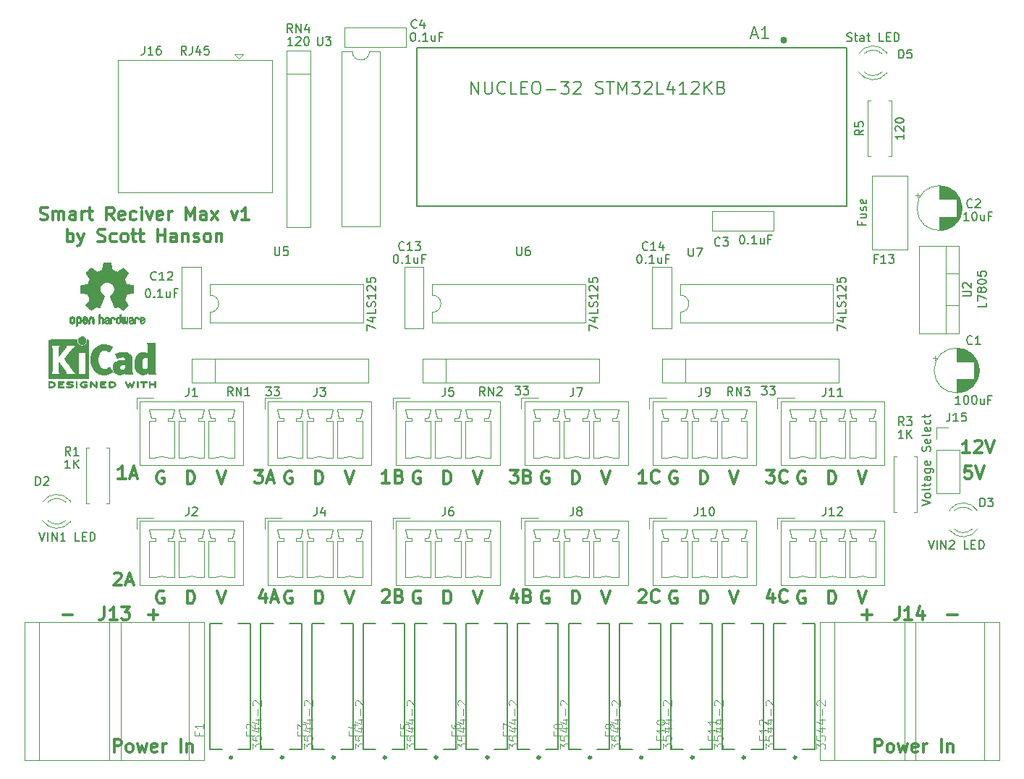
<source format=gbr>
%TF.GenerationSoftware,KiCad,Pcbnew,(5.1.9)-1*%
%TF.CreationDate,2021-01-05T00:42:27-05:00*%
%TF.ProjectId,Smart_Reciever_Max,536d6172-745f-4526-9563-69657665725f,v1*%
%TF.SameCoordinates,Original*%
%TF.FileFunction,Legend,Top*%
%TF.FilePolarity,Positive*%
%FSLAX46Y46*%
G04 Gerber Fmt 4.6, Leading zero omitted, Abs format (unit mm)*
G04 Created by KiCad (PCBNEW (5.1.9)-1) date 2021-01-05 00:42:27*
%MOMM*%
%LPD*%
G01*
G04 APERTURE LIST*
%ADD10C,0.300000*%
%ADD11C,0.150000*%
%ADD12C,0.010000*%
%ADD13C,0.127000*%
%ADD14C,0.400000*%
%ADD15C,0.120000*%
%ADD16C,0.200000*%
%ADD17C,0.050000*%
G04 APERTURE END LIST*
D10*
X101785714Y-92332142D02*
X102000000Y-92403571D01*
X102357142Y-92403571D01*
X102500000Y-92332142D01*
X102571428Y-92260714D01*
X102642857Y-92117857D01*
X102642857Y-91975000D01*
X102571428Y-91832142D01*
X102500000Y-91760714D01*
X102357142Y-91689285D01*
X102071428Y-91617857D01*
X101928571Y-91546428D01*
X101857142Y-91475000D01*
X101785714Y-91332142D01*
X101785714Y-91189285D01*
X101857142Y-91046428D01*
X101928571Y-90975000D01*
X102071428Y-90903571D01*
X102428571Y-90903571D01*
X102642857Y-90975000D01*
X103285714Y-92403571D02*
X103285714Y-91403571D01*
X103285714Y-91546428D02*
X103357142Y-91475000D01*
X103500000Y-91403571D01*
X103714285Y-91403571D01*
X103857142Y-91475000D01*
X103928571Y-91617857D01*
X103928571Y-92403571D01*
X103928571Y-91617857D02*
X104000000Y-91475000D01*
X104142857Y-91403571D01*
X104357142Y-91403571D01*
X104500000Y-91475000D01*
X104571428Y-91617857D01*
X104571428Y-92403571D01*
X105928571Y-92403571D02*
X105928571Y-91617857D01*
X105857142Y-91475000D01*
X105714285Y-91403571D01*
X105428571Y-91403571D01*
X105285714Y-91475000D01*
X105928571Y-92332142D02*
X105785714Y-92403571D01*
X105428571Y-92403571D01*
X105285714Y-92332142D01*
X105214285Y-92189285D01*
X105214285Y-92046428D01*
X105285714Y-91903571D01*
X105428571Y-91832142D01*
X105785714Y-91832142D01*
X105928571Y-91760714D01*
X106642857Y-92403571D02*
X106642857Y-91403571D01*
X106642857Y-91689285D02*
X106714285Y-91546428D01*
X106785714Y-91475000D01*
X106928571Y-91403571D01*
X107071428Y-91403571D01*
X107357142Y-91403571D02*
X107928571Y-91403571D01*
X107571428Y-90903571D02*
X107571428Y-92189285D01*
X107642857Y-92332142D01*
X107785714Y-92403571D01*
X107928571Y-92403571D01*
X110428571Y-92403571D02*
X109928571Y-91689285D01*
X109571428Y-92403571D02*
X109571428Y-90903571D01*
X110142857Y-90903571D01*
X110285714Y-90975000D01*
X110357142Y-91046428D01*
X110428571Y-91189285D01*
X110428571Y-91403571D01*
X110357142Y-91546428D01*
X110285714Y-91617857D01*
X110142857Y-91689285D01*
X109571428Y-91689285D01*
X111642857Y-92332142D02*
X111500000Y-92403571D01*
X111214285Y-92403571D01*
X111071428Y-92332142D01*
X111000000Y-92189285D01*
X111000000Y-91617857D01*
X111071428Y-91475000D01*
X111214285Y-91403571D01*
X111500000Y-91403571D01*
X111642857Y-91475000D01*
X111714285Y-91617857D01*
X111714285Y-91760714D01*
X111000000Y-91903571D01*
X113000000Y-92332142D02*
X112857142Y-92403571D01*
X112571428Y-92403571D01*
X112428571Y-92332142D01*
X112357142Y-92260714D01*
X112285714Y-92117857D01*
X112285714Y-91689285D01*
X112357142Y-91546428D01*
X112428571Y-91475000D01*
X112571428Y-91403571D01*
X112857142Y-91403571D01*
X113000000Y-91475000D01*
X113642857Y-92403571D02*
X113642857Y-91403571D01*
X113642857Y-90903571D02*
X113571428Y-90975000D01*
X113642857Y-91046428D01*
X113714285Y-90975000D01*
X113642857Y-90903571D01*
X113642857Y-91046428D01*
X114214285Y-91403571D02*
X114571428Y-92403571D01*
X114928571Y-91403571D01*
X116071428Y-92332142D02*
X115928571Y-92403571D01*
X115642857Y-92403571D01*
X115500000Y-92332142D01*
X115428571Y-92189285D01*
X115428571Y-91617857D01*
X115500000Y-91475000D01*
X115642857Y-91403571D01*
X115928571Y-91403571D01*
X116071428Y-91475000D01*
X116142857Y-91617857D01*
X116142857Y-91760714D01*
X115428571Y-91903571D01*
X116785714Y-92403571D02*
X116785714Y-91403571D01*
X116785714Y-91689285D02*
X116857142Y-91546428D01*
X116928571Y-91475000D01*
X117071428Y-91403571D01*
X117214285Y-91403571D01*
X118857142Y-92403571D02*
X118857142Y-90903571D01*
X119357142Y-91975000D01*
X119857142Y-90903571D01*
X119857142Y-92403571D01*
X121214285Y-92403571D02*
X121214285Y-91617857D01*
X121142857Y-91475000D01*
X121000000Y-91403571D01*
X120714285Y-91403571D01*
X120571428Y-91475000D01*
X121214285Y-92332142D02*
X121071428Y-92403571D01*
X120714285Y-92403571D01*
X120571428Y-92332142D01*
X120500000Y-92189285D01*
X120500000Y-92046428D01*
X120571428Y-91903571D01*
X120714285Y-91832142D01*
X121071428Y-91832142D01*
X121214285Y-91760714D01*
X121785714Y-92403571D02*
X122571428Y-91403571D01*
X121785714Y-91403571D02*
X122571428Y-92403571D01*
X124142857Y-91403571D02*
X124500000Y-92403571D01*
X124857142Y-91403571D01*
X126214285Y-92403571D02*
X125357142Y-92403571D01*
X125785714Y-92403571D02*
X125785714Y-90903571D01*
X125642857Y-91117857D01*
X125500000Y-91260714D01*
X125357142Y-91332142D01*
X104964285Y-94953571D02*
X104964285Y-93453571D01*
X104964285Y-94025000D02*
X105107142Y-93953571D01*
X105392857Y-93953571D01*
X105535714Y-94025000D01*
X105607142Y-94096428D01*
X105678571Y-94239285D01*
X105678571Y-94667857D01*
X105607142Y-94810714D01*
X105535714Y-94882142D01*
X105392857Y-94953571D01*
X105107142Y-94953571D01*
X104964285Y-94882142D01*
X106178571Y-93953571D02*
X106535714Y-94953571D01*
X106892857Y-93953571D02*
X106535714Y-94953571D01*
X106392857Y-95310714D01*
X106321428Y-95382142D01*
X106178571Y-95453571D01*
X108535714Y-94882142D02*
X108750000Y-94953571D01*
X109107142Y-94953571D01*
X109250000Y-94882142D01*
X109321428Y-94810714D01*
X109392857Y-94667857D01*
X109392857Y-94525000D01*
X109321428Y-94382142D01*
X109250000Y-94310714D01*
X109107142Y-94239285D01*
X108821428Y-94167857D01*
X108678571Y-94096428D01*
X108607142Y-94025000D01*
X108535714Y-93882142D01*
X108535714Y-93739285D01*
X108607142Y-93596428D01*
X108678571Y-93525000D01*
X108821428Y-93453571D01*
X109178571Y-93453571D01*
X109392857Y-93525000D01*
X110678571Y-94882142D02*
X110535714Y-94953571D01*
X110250000Y-94953571D01*
X110107142Y-94882142D01*
X110035714Y-94810714D01*
X109964285Y-94667857D01*
X109964285Y-94239285D01*
X110035714Y-94096428D01*
X110107142Y-94025000D01*
X110250000Y-93953571D01*
X110535714Y-93953571D01*
X110678571Y-94025000D01*
X111535714Y-94953571D02*
X111392857Y-94882142D01*
X111321428Y-94810714D01*
X111250000Y-94667857D01*
X111250000Y-94239285D01*
X111321428Y-94096428D01*
X111392857Y-94025000D01*
X111535714Y-93953571D01*
X111750000Y-93953571D01*
X111892857Y-94025000D01*
X111964285Y-94096428D01*
X112035714Y-94239285D01*
X112035714Y-94667857D01*
X111964285Y-94810714D01*
X111892857Y-94882142D01*
X111750000Y-94953571D01*
X111535714Y-94953571D01*
X112464285Y-93953571D02*
X113035714Y-93953571D01*
X112678571Y-93453571D02*
X112678571Y-94739285D01*
X112750000Y-94882142D01*
X112892857Y-94953571D01*
X113035714Y-94953571D01*
X113321428Y-93953571D02*
X113892857Y-93953571D01*
X113535714Y-93453571D02*
X113535714Y-94739285D01*
X113607142Y-94882142D01*
X113750000Y-94953571D01*
X113892857Y-94953571D01*
X115535714Y-94953571D02*
X115535714Y-93453571D01*
X115535714Y-94167857D02*
X116392857Y-94167857D01*
X116392857Y-94953571D02*
X116392857Y-93453571D01*
X117750000Y-94953571D02*
X117750000Y-94167857D01*
X117678571Y-94025000D01*
X117535714Y-93953571D01*
X117250000Y-93953571D01*
X117107142Y-94025000D01*
X117750000Y-94882142D02*
X117607142Y-94953571D01*
X117250000Y-94953571D01*
X117107142Y-94882142D01*
X117035714Y-94739285D01*
X117035714Y-94596428D01*
X117107142Y-94453571D01*
X117250000Y-94382142D01*
X117607142Y-94382142D01*
X117750000Y-94310714D01*
X118464285Y-93953571D02*
X118464285Y-94953571D01*
X118464285Y-94096428D02*
X118535714Y-94025000D01*
X118678571Y-93953571D01*
X118892857Y-93953571D01*
X119035714Y-94025000D01*
X119107142Y-94167857D01*
X119107142Y-94953571D01*
X119749999Y-94882142D02*
X119892857Y-94953571D01*
X120178571Y-94953571D01*
X120321428Y-94882142D01*
X120392857Y-94739285D01*
X120392857Y-94667857D01*
X120321428Y-94525000D01*
X120178571Y-94453571D01*
X119964285Y-94453571D01*
X119821428Y-94382142D01*
X119749999Y-94239285D01*
X119749999Y-94167857D01*
X119821428Y-94025000D01*
X119964285Y-93953571D01*
X120178571Y-93953571D01*
X120321428Y-94025000D01*
X121249999Y-94953571D02*
X121107142Y-94882142D01*
X121035714Y-94810714D01*
X120964285Y-94667857D01*
X120964285Y-94239285D01*
X121035714Y-94096428D01*
X121107142Y-94025000D01*
X121249999Y-93953571D01*
X121464285Y-93953571D01*
X121607142Y-94025000D01*
X121678571Y-94096428D01*
X121750000Y-94239285D01*
X121750000Y-94667857D01*
X121678571Y-94810714D01*
X121607142Y-94882142D01*
X121464285Y-94953571D01*
X121249999Y-94953571D01*
X122392857Y-93953571D02*
X122392857Y-94953571D01*
X122392857Y-94096428D02*
X122464285Y-94025000D01*
X122607142Y-93953571D01*
X122821428Y-93953571D01*
X122964285Y-94025000D01*
X123035714Y-94167857D01*
X123035714Y-94953571D01*
X172678571Y-123178571D02*
X171821428Y-123178571D01*
X172250000Y-123178571D02*
X172250000Y-121678571D01*
X172107142Y-121892857D01*
X171964285Y-122035714D01*
X171821428Y-122107142D01*
X174178571Y-123035714D02*
X174107142Y-123107142D01*
X173892857Y-123178571D01*
X173750000Y-123178571D01*
X173535714Y-123107142D01*
X173392857Y-122964285D01*
X173321428Y-122821428D01*
X173250000Y-122535714D01*
X173250000Y-122321428D01*
X173321428Y-122035714D01*
X173392857Y-121892857D01*
X173535714Y-121750000D01*
X173750000Y-121678571D01*
X173892857Y-121678571D01*
X174107142Y-121750000D01*
X174178571Y-121821428D01*
X186750000Y-121678571D02*
X187678571Y-121678571D01*
X187178571Y-122250000D01*
X187392857Y-122250000D01*
X187535714Y-122321428D01*
X187607142Y-122392857D01*
X187678571Y-122535714D01*
X187678571Y-122892857D01*
X187607142Y-123035714D01*
X187535714Y-123107142D01*
X187392857Y-123178571D01*
X186964285Y-123178571D01*
X186821428Y-123107142D01*
X186750000Y-123035714D01*
X189178571Y-123035714D02*
X189107142Y-123107142D01*
X188892857Y-123178571D01*
X188750000Y-123178571D01*
X188535714Y-123107142D01*
X188392857Y-122964285D01*
X188321428Y-122821428D01*
X188250000Y-122535714D01*
X188250000Y-122321428D01*
X188321428Y-122035714D01*
X188392857Y-121892857D01*
X188535714Y-121750000D01*
X188750000Y-121678571D01*
X188892857Y-121678571D01*
X189107142Y-121750000D01*
X189178571Y-121821428D01*
X187535714Y-136178571D02*
X187535714Y-137178571D01*
X187178571Y-135607142D02*
X186821428Y-136678571D01*
X187750000Y-136678571D01*
X189178571Y-137035714D02*
X189107142Y-137107142D01*
X188892857Y-137178571D01*
X188750000Y-137178571D01*
X188535714Y-137107142D01*
X188392857Y-136964285D01*
X188321428Y-136821428D01*
X188250000Y-136535714D01*
X188250000Y-136321428D01*
X188321428Y-136035714D01*
X188392857Y-135892857D01*
X188535714Y-135750000D01*
X188750000Y-135678571D01*
X188892857Y-135678571D01*
X189107142Y-135750000D01*
X189178571Y-135821428D01*
X171821428Y-135821428D02*
X171892857Y-135750000D01*
X172035714Y-135678571D01*
X172392857Y-135678571D01*
X172535714Y-135750000D01*
X172607142Y-135821428D01*
X172678571Y-135964285D01*
X172678571Y-136107142D01*
X172607142Y-136321428D01*
X171750000Y-137178571D01*
X172678571Y-137178571D01*
X174178571Y-137035714D02*
X174107142Y-137107142D01*
X173892857Y-137178571D01*
X173750000Y-137178571D01*
X173535714Y-137107142D01*
X173392857Y-136964285D01*
X173321428Y-136821428D01*
X173250000Y-136535714D01*
X173250000Y-136321428D01*
X173321428Y-136035714D01*
X173392857Y-135892857D01*
X173535714Y-135750000D01*
X173750000Y-135678571D01*
X173892857Y-135678571D01*
X174107142Y-135750000D01*
X174178571Y-135821428D01*
X157535714Y-136178571D02*
X157535714Y-137178571D01*
X157178571Y-135607142D02*
X156821428Y-136678571D01*
X157750000Y-136678571D01*
X158821428Y-136392857D02*
X159035714Y-136464285D01*
X159107142Y-136535714D01*
X159178571Y-136678571D01*
X159178571Y-136892857D01*
X159107142Y-137035714D01*
X159035714Y-137107142D01*
X158892857Y-137178571D01*
X158321428Y-137178571D01*
X158321428Y-135678571D01*
X158821428Y-135678571D01*
X158964285Y-135750000D01*
X159035714Y-135821428D01*
X159107142Y-135964285D01*
X159107142Y-136107142D01*
X159035714Y-136250000D01*
X158964285Y-136321428D01*
X158821428Y-136392857D01*
X158321428Y-136392857D01*
X156750000Y-121678571D02*
X157678571Y-121678571D01*
X157178571Y-122250000D01*
X157392857Y-122250000D01*
X157535714Y-122321428D01*
X157607142Y-122392857D01*
X157678571Y-122535714D01*
X157678571Y-122892857D01*
X157607142Y-123035714D01*
X157535714Y-123107142D01*
X157392857Y-123178571D01*
X156964285Y-123178571D01*
X156821428Y-123107142D01*
X156750000Y-123035714D01*
X158821428Y-122392857D02*
X159035714Y-122464285D01*
X159107142Y-122535714D01*
X159178571Y-122678571D01*
X159178571Y-122892857D01*
X159107142Y-123035714D01*
X159035714Y-123107142D01*
X158892857Y-123178571D01*
X158321428Y-123178571D01*
X158321428Y-121678571D01*
X158821428Y-121678571D01*
X158964285Y-121750000D01*
X159035714Y-121821428D01*
X159107142Y-121964285D01*
X159107142Y-122107142D01*
X159035714Y-122250000D01*
X158964285Y-122321428D01*
X158821428Y-122392857D01*
X158321428Y-122392857D01*
X141821428Y-135821428D02*
X141892857Y-135750000D01*
X142035714Y-135678571D01*
X142392857Y-135678571D01*
X142535714Y-135750000D01*
X142607142Y-135821428D01*
X142678571Y-135964285D01*
X142678571Y-136107142D01*
X142607142Y-136321428D01*
X141750000Y-137178571D01*
X142678571Y-137178571D01*
X143821428Y-136392857D02*
X144035714Y-136464285D01*
X144107142Y-136535714D01*
X144178571Y-136678571D01*
X144178571Y-136892857D01*
X144107142Y-137035714D01*
X144035714Y-137107142D01*
X143892857Y-137178571D01*
X143321428Y-137178571D01*
X143321428Y-135678571D01*
X143821428Y-135678571D01*
X143964285Y-135750000D01*
X144035714Y-135821428D01*
X144107142Y-135964285D01*
X144107142Y-136107142D01*
X144035714Y-136250000D01*
X143964285Y-136321428D01*
X143821428Y-136392857D01*
X143321428Y-136392857D01*
X142678571Y-123178571D02*
X141821428Y-123178571D01*
X142250000Y-123178571D02*
X142250000Y-121678571D01*
X142107142Y-121892857D01*
X141964285Y-122035714D01*
X141821428Y-122107142D01*
X143821428Y-122392857D02*
X144035714Y-122464285D01*
X144107142Y-122535714D01*
X144178571Y-122678571D01*
X144178571Y-122892857D01*
X144107142Y-123035714D01*
X144035714Y-123107142D01*
X143892857Y-123178571D01*
X143321428Y-123178571D01*
X143321428Y-121678571D01*
X143821428Y-121678571D01*
X143964285Y-121750000D01*
X144035714Y-121821428D01*
X144107142Y-121964285D01*
X144107142Y-122107142D01*
X144035714Y-122250000D01*
X143964285Y-122321428D01*
X143821428Y-122392857D01*
X143321428Y-122392857D01*
X128142857Y-136178571D02*
X128142857Y-137178571D01*
X127785714Y-135607142D02*
X127428571Y-136678571D01*
X128357142Y-136678571D01*
X128857142Y-136750000D02*
X129571428Y-136750000D01*
X128714285Y-137178571D02*
X129214285Y-135678571D01*
X129714285Y-137178571D01*
X126857142Y-121678571D02*
X127785714Y-121678571D01*
X127285714Y-122250000D01*
X127500000Y-122250000D01*
X127642857Y-122321428D01*
X127714285Y-122392857D01*
X127785714Y-122535714D01*
X127785714Y-122892857D01*
X127714285Y-123035714D01*
X127642857Y-123107142D01*
X127500000Y-123178571D01*
X127071428Y-123178571D01*
X126928571Y-123107142D01*
X126857142Y-123035714D01*
X128357142Y-122750000D02*
X129071428Y-122750000D01*
X128214285Y-123178571D02*
X128714285Y-121678571D01*
X129214285Y-123178571D01*
X110428571Y-133821428D02*
X110500000Y-133750000D01*
X110642857Y-133678571D01*
X111000000Y-133678571D01*
X111142857Y-133750000D01*
X111214285Y-133821428D01*
X111285714Y-133964285D01*
X111285714Y-134107142D01*
X111214285Y-134321428D01*
X110357142Y-135178571D01*
X111285714Y-135178571D01*
X111857142Y-134750000D02*
X112571428Y-134750000D01*
X111714285Y-135178571D02*
X112214285Y-133678571D01*
X112714285Y-135178571D01*
X111785714Y-122678571D02*
X110928571Y-122678571D01*
X111357142Y-122678571D02*
X111357142Y-121178571D01*
X111214285Y-121392857D01*
X111071428Y-121535714D01*
X110928571Y-121607142D01*
X112357142Y-122250000D02*
X113071428Y-122250000D01*
X112214285Y-122678571D02*
X112714285Y-121178571D01*
X113214285Y-122678571D01*
X197465000Y-135788771D02*
X197965000Y-137288771D01*
X198465000Y-135788771D01*
X191245857Y-135860200D02*
X191103000Y-135788771D01*
X190888714Y-135788771D01*
X190674428Y-135860200D01*
X190531571Y-136003057D01*
X190460142Y-136145914D01*
X190388714Y-136431628D01*
X190388714Y-136645914D01*
X190460142Y-136931628D01*
X190531571Y-137074485D01*
X190674428Y-137217342D01*
X190888714Y-137288771D01*
X191031571Y-137288771D01*
X191245857Y-137217342D01*
X191317285Y-137145914D01*
X191317285Y-136645914D01*
X191031571Y-136645914D01*
X194016142Y-137288771D02*
X194016142Y-135788771D01*
X194373285Y-135788771D01*
X194587571Y-135860200D01*
X194730428Y-136003057D01*
X194801857Y-136145914D01*
X194873285Y-136431628D01*
X194873285Y-136645914D01*
X194801857Y-136931628D01*
X194730428Y-137074485D01*
X194587571Y-137217342D01*
X194373285Y-137288771D01*
X194016142Y-137288771D01*
X197465000Y-121788771D02*
X197965000Y-123288771D01*
X198465000Y-121788771D01*
X191245857Y-121860200D02*
X191103000Y-121788771D01*
X190888714Y-121788771D01*
X190674428Y-121860200D01*
X190531571Y-122003057D01*
X190460142Y-122145914D01*
X190388714Y-122431628D01*
X190388714Y-122645914D01*
X190460142Y-122931628D01*
X190531571Y-123074485D01*
X190674428Y-123217342D01*
X190888714Y-123288771D01*
X191031571Y-123288771D01*
X191245857Y-123217342D01*
X191317285Y-123145914D01*
X191317285Y-122645914D01*
X191031571Y-122645914D01*
X194016142Y-123288771D02*
X194016142Y-121788771D01*
X194373285Y-121788771D01*
X194587571Y-121860200D01*
X194730428Y-122003057D01*
X194801857Y-122145914D01*
X194873285Y-122431628D01*
X194873285Y-122645914D01*
X194801857Y-122931628D01*
X194730428Y-123074485D01*
X194587571Y-123217342D01*
X194373285Y-123288771D01*
X194016142Y-123288771D01*
X182465000Y-121788771D02*
X182965000Y-123288771D01*
X183465000Y-121788771D01*
X176245857Y-121860200D02*
X176103000Y-121788771D01*
X175888714Y-121788771D01*
X175674428Y-121860200D01*
X175531571Y-122003057D01*
X175460142Y-122145914D01*
X175388714Y-122431628D01*
X175388714Y-122645914D01*
X175460142Y-122931628D01*
X175531571Y-123074485D01*
X175674428Y-123217342D01*
X175888714Y-123288771D01*
X176031571Y-123288771D01*
X176245857Y-123217342D01*
X176317285Y-123145914D01*
X176317285Y-122645914D01*
X176031571Y-122645914D01*
X179016142Y-123288771D02*
X179016142Y-121788771D01*
X179373285Y-121788771D01*
X179587571Y-121860200D01*
X179730428Y-122003057D01*
X179801857Y-122145914D01*
X179873285Y-122431628D01*
X179873285Y-122645914D01*
X179801857Y-122931628D01*
X179730428Y-123074485D01*
X179587571Y-123217342D01*
X179373285Y-123288771D01*
X179016142Y-123288771D01*
X182465000Y-135788771D02*
X182965000Y-137288771D01*
X183465000Y-135788771D01*
X176245857Y-135860200D02*
X176103000Y-135788771D01*
X175888714Y-135788771D01*
X175674428Y-135860200D01*
X175531571Y-136003057D01*
X175460142Y-136145914D01*
X175388714Y-136431628D01*
X175388714Y-136645914D01*
X175460142Y-136931628D01*
X175531571Y-137074485D01*
X175674428Y-137217342D01*
X175888714Y-137288771D01*
X176031571Y-137288771D01*
X176245857Y-137217342D01*
X176317285Y-137145914D01*
X176317285Y-136645914D01*
X176031571Y-136645914D01*
X179016142Y-137288771D02*
X179016142Y-135788771D01*
X179373285Y-135788771D01*
X179587571Y-135860200D01*
X179730428Y-136003057D01*
X179801857Y-136145914D01*
X179873285Y-136431628D01*
X179873285Y-136645914D01*
X179801857Y-136931628D01*
X179730428Y-137074485D01*
X179587571Y-137217342D01*
X179373285Y-137288771D01*
X179016142Y-137288771D01*
X167465000Y-135788771D02*
X167965000Y-137288771D01*
X168465000Y-135788771D01*
X161245857Y-135860200D02*
X161103000Y-135788771D01*
X160888714Y-135788771D01*
X160674428Y-135860200D01*
X160531571Y-136003057D01*
X160460142Y-136145914D01*
X160388714Y-136431628D01*
X160388714Y-136645914D01*
X160460142Y-136931628D01*
X160531571Y-137074485D01*
X160674428Y-137217342D01*
X160888714Y-137288771D01*
X161031571Y-137288771D01*
X161245857Y-137217342D01*
X161317285Y-137145914D01*
X161317285Y-136645914D01*
X161031571Y-136645914D01*
X164016142Y-137288771D02*
X164016142Y-135788771D01*
X164373285Y-135788771D01*
X164587571Y-135860200D01*
X164730428Y-136003057D01*
X164801857Y-136145914D01*
X164873285Y-136431628D01*
X164873285Y-136645914D01*
X164801857Y-136931628D01*
X164730428Y-137074485D01*
X164587571Y-137217342D01*
X164373285Y-137288771D01*
X164016142Y-137288771D01*
X167465000Y-121788771D02*
X167965000Y-123288771D01*
X168465000Y-121788771D01*
X161245857Y-121860200D02*
X161103000Y-121788771D01*
X160888714Y-121788771D01*
X160674428Y-121860200D01*
X160531571Y-122003057D01*
X160460142Y-122145914D01*
X160388714Y-122431628D01*
X160388714Y-122645914D01*
X160460142Y-122931628D01*
X160531571Y-123074485D01*
X160674428Y-123217342D01*
X160888714Y-123288771D01*
X161031571Y-123288771D01*
X161245857Y-123217342D01*
X161317285Y-123145914D01*
X161317285Y-122645914D01*
X161031571Y-122645914D01*
X164016142Y-123288771D02*
X164016142Y-121788771D01*
X164373285Y-121788771D01*
X164587571Y-121860200D01*
X164730428Y-122003057D01*
X164801857Y-122145914D01*
X164873285Y-122431628D01*
X164873285Y-122645914D01*
X164801857Y-122931628D01*
X164730428Y-123074485D01*
X164587571Y-123217342D01*
X164373285Y-123288771D01*
X164016142Y-123288771D01*
X152465000Y-121788771D02*
X152965000Y-123288771D01*
X153465000Y-121788771D01*
X146245857Y-121860200D02*
X146103000Y-121788771D01*
X145888714Y-121788771D01*
X145674428Y-121860200D01*
X145531571Y-122003057D01*
X145460142Y-122145914D01*
X145388714Y-122431628D01*
X145388714Y-122645914D01*
X145460142Y-122931628D01*
X145531571Y-123074485D01*
X145674428Y-123217342D01*
X145888714Y-123288771D01*
X146031571Y-123288771D01*
X146245857Y-123217342D01*
X146317285Y-123145914D01*
X146317285Y-122645914D01*
X146031571Y-122645914D01*
X149016142Y-123288771D02*
X149016142Y-121788771D01*
X149373285Y-121788771D01*
X149587571Y-121860200D01*
X149730428Y-122003057D01*
X149801857Y-122145914D01*
X149873285Y-122431628D01*
X149873285Y-122645914D01*
X149801857Y-122931628D01*
X149730428Y-123074485D01*
X149587571Y-123217342D01*
X149373285Y-123288771D01*
X149016142Y-123288771D01*
X137465000Y-121788771D02*
X137965000Y-123288771D01*
X138465000Y-121788771D01*
X131245857Y-121860200D02*
X131103000Y-121788771D01*
X130888714Y-121788771D01*
X130674428Y-121860200D01*
X130531571Y-122003057D01*
X130460142Y-122145914D01*
X130388714Y-122431628D01*
X130388714Y-122645914D01*
X130460142Y-122931628D01*
X130531571Y-123074485D01*
X130674428Y-123217342D01*
X130888714Y-123288771D01*
X131031571Y-123288771D01*
X131245857Y-123217342D01*
X131317285Y-123145914D01*
X131317285Y-122645914D01*
X131031571Y-122645914D01*
X134016142Y-123288771D02*
X134016142Y-121788771D01*
X134373285Y-121788771D01*
X134587571Y-121860200D01*
X134730428Y-122003057D01*
X134801857Y-122145914D01*
X134873285Y-122431628D01*
X134873285Y-122645914D01*
X134801857Y-122931628D01*
X134730428Y-123074485D01*
X134587571Y-123217342D01*
X134373285Y-123288771D01*
X134016142Y-123288771D01*
X122465000Y-121788771D02*
X122965000Y-123288771D01*
X123465000Y-121788771D01*
X116245857Y-121860200D02*
X116103000Y-121788771D01*
X115888714Y-121788771D01*
X115674428Y-121860200D01*
X115531571Y-122003057D01*
X115460142Y-122145914D01*
X115388714Y-122431628D01*
X115388714Y-122645914D01*
X115460142Y-122931628D01*
X115531571Y-123074485D01*
X115674428Y-123217342D01*
X115888714Y-123288771D01*
X116031571Y-123288771D01*
X116245857Y-123217342D01*
X116317285Y-123145914D01*
X116317285Y-122645914D01*
X116031571Y-122645914D01*
X119016142Y-123288771D02*
X119016142Y-121788771D01*
X119373285Y-121788771D01*
X119587571Y-121860200D01*
X119730428Y-122003057D01*
X119801857Y-122145914D01*
X119873285Y-122431628D01*
X119873285Y-122645914D01*
X119801857Y-122931628D01*
X119730428Y-123074485D01*
X119587571Y-123217342D01*
X119373285Y-123288771D01*
X119016142Y-123288771D01*
X152465000Y-135788771D02*
X152965000Y-137288771D01*
X153465000Y-135788771D01*
X146245857Y-135860200D02*
X146103000Y-135788771D01*
X145888714Y-135788771D01*
X145674428Y-135860200D01*
X145531571Y-136003057D01*
X145460142Y-136145914D01*
X145388714Y-136431628D01*
X145388714Y-136645914D01*
X145460142Y-136931628D01*
X145531571Y-137074485D01*
X145674428Y-137217342D01*
X145888714Y-137288771D01*
X146031571Y-137288771D01*
X146245857Y-137217342D01*
X146317285Y-137145914D01*
X146317285Y-136645914D01*
X146031571Y-136645914D01*
X149016142Y-137288771D02*
X149016142Y-135788771D01*
X149373285Y-135788771D01*
X149587571Y-135860200D01*
X149730428Y-136003057D01*
X149801857Y-136145914D01*
X149873285Y-136431628D01*
X149873285Y-136645914D01*
X149801857Y-136931628D01*
X149730428Y-137074485D01*
X149587571Y-137217342D01*
X149373285Y-137288771D01*
X149016142Y-137288771D01*
X137465000Y-135788771D02*
X137965000Y-137288771D01*
X138465000Y-135788771D01*
X131245857Y-135860200D02*
X131103000Y-135788771D01*
X130888714Y-135788771D01*
X130674428Y-135860200D01*
X130531571Y-136003057D01*
X130460142Y-136145914D01*
X130388714Y-136431628D01*
X130388714Y-136645914D01*
X130460142Y-136931628D01*
X130531571Y-137074485D01*
X130674428Y-137217342D01*
X130888714Y-137288771D01*
X131031571Y-137288771D01*
X131245857Y-137217342D01*
X131317285Y-137145914D01*
X131317285Y-136645914D01*
X131031571Y-136645914D01*
X134016142Y-137288771D02*
X134016142Y-135788771D01*
X134373285Y-135788771D01*
X134587571Y-135860200D01*
X134730428Y-136003057D01*
X134801857Y-136145914D01*
X134873285Y-136431628D01*
X134873285Y-136645914D01*
X134801857Y-136931628D01*
X134730428Y-137074485D01*
X134587571Y-137217342D01*
X134373285Y-137288771D01*
X134016142Y-137288771D01*
X122465000Y-135788771D02*
X122965000Y-137288771D01*
X123465000Y-135788771D01*
X116245857Y-135860200D02*
X116103000Y-135788771D01*
X115888714Y-135788771D01*
X115674428Y-135860200D01*
X115531571Y-136003057D01*
X115460142Y-136145914D01*
X115388714Y-136431628D01*
X115388714Y-136645914D01*
X115460142Y-136931628D01*
X115531571Y-137074485D01*
X115674428Y-137217342D01*
X115888714Y-137288771D01*
X116031571Y-137288771D01*
X116245857Y-137217342D01*
X116317285Y-137145914D01*
X116317285Y-136645914D01*
X116031571Y-136645914D01*
X119016142Y-137288771D02*
X119016142Y-135788771D01*
X119373285Y-135788771D01*
X119587571Y-135860200D01*
X119730428Y-136003057D01*
X119801857Y-136145914D01*
X119873285Y-136431628D01*
X119873285Y-136645914D01*
X119801857Y-136931628D01*
X119730428Y-137074485D01*
X119587571Y-137217342D01*
X119373285Y-137288771D01*
X119016142Y-137288771D01*
D11*
X204952380Y-125857142D02*
X205952380Y-125523809D01*
X204952380Y-125190476D01*
X205952380Y-124714285D02*
X205904761Y-124809523D01*
X205857142Y-124857142D01*
X205761904Y-124904761D01*
X205476190Y-124904761D01*
X205380952Y-124857142D01*
X205333333Y-124809523D01*
X205285714Y-124714285D01*
X205285714Y-124571428D01*
X205333333Y-124476190D01*
X205380952Y-124428571D01*
X205476190Y-124380952D01*
X205761904Y-124380952D01*
X205857142Y-124428571D01*
X205904761Y-124476190D01*
X205952380Y-124571428D01*
X205952380Y-124714285D01*
X205952380Y-123809523D02*
X205904761Y-123904761D01*
X205809523Y-123952380D01*
X204952380Y-123952380D01*
X205285714Y-123571428D02*
X205285714Y-123190476D01*
X204952380Y-123428571D02*
X205809523Y-123428571D01*
X205904761Y-123380952D01*
X205952380Y-123285714D01*
X205952380Y-123190476D01*
X205952380Y-122428571D02*
X205428571Y-122428571D01*
X205333333Y-122476190D01*
X205285714Y-122571428D01*
X205285714Y-122761904D01*
X205333333Y-122857142D01*
X205904761Y-122428571D02*
X205952380Y-122523809D01*
X205952380Y-122761904D01*
X205904761Y-122857142D01*
X205809523Y-122904761D01*
X205714285Y-122904761D01*
X205619047Y-122857142D01*
X205571428Y-122761904D01*
X205571428Y-122523809D01*
X205523809Y-122428571D01*
X205285714Y-121523809D02*
X206095238Y-121523809D01*
X206190476Y-121571428D01*
X206238095Y-121619047D01*
X206285714Y-121714285D01*
X206285714Y-121857142D01*
X206238095Y-121952380D01*
X205904761Y-121523809D02*
X205952380Y-121619047D01*
X205952380Y-121809523D01*
X205904761Y-121904761D01*
X205857142Y-121952380D01*
X205761904Y-122000000D01*
X205476190Y-122000000D01*
X205380952Y-121952380D01*
X205333333Y-121904761D01*
X205285714Y-121809523D01*
X205285714Y-121619047D01*
X205333333Y-121523809D01*
X205904761Y-120666666D02*
X205952380Y-120761904D01*
X205952380Y-120952380D01*
X205904761Y-121047619D01*
X205809523Y-121095238D01*
X205428571Y-121095238D01*
X205333333Y-121047619D01*
X205285714Y-120952380D01*
X205285714Y-120761904D01*
X205333333Y-120666666D01*
X205428571Y-120619047D01*
X205523809Y-120619047D01*
X205619047Y-121095238D01*
X205904761Y-119476190D02*
X205952380Y-119333333D01*
X205952380Y-119095238D01*
X205904761Y-119000000D01*
X205857142Y-118952380D01*
X205761904Y-118904761D01*
X205666666Y-118904761D01*
X205571428Y-118952380D01*
X205523809Y-119000000D01*
X205476190Y-119095238D01*
X205428571Y-119285714D01*
X205380952Y-119380952D01*
X205333333Y-119428571D01*
X205238095Y-119476190D01*
X205142857Y-119476190D01*
X205047619Y-119428571D01*
X205000000Y-119380952D01*
X204952380Y-119285714D01*
X204952380Y-119047619D01*
X205000000Y-118904761D01*
X205904761Y-118095238D02*
X205952380Y-118190476D01*
X205952380Y-118380952D01*
X205904761Y-118476190D01*
X205809523Y-118523809D01*
X205428571Y-118523809D01*
X205333333Y-118476190D01*
X205285714Y-118380952D01*
X205285714Y-118190476D01*
X205333333Y-118095238D01*
X205428571Y-118047619D01*
X205523809Y-118047619D01*
X205619047Y-118523809D01*
X205952380Y-117476190D02*
X205904761Y-117571428D01*
X205809523Y-117619047D01*
X204952380Y-117619047D01*
X205904761Y-116714285D02*
X205952380Y-116809523D01*
X205952380Y-117000000D01*
X205904761Y-117095238D01*
X205809523Y-117142857D01*
X205428571Y-117142857D01*
X205333333Y-117095238D01*
X205285714Y-117000000D01*
X205285714Y-116809523D01*
X205333333Y-116714285D01*
X205428571Y-116666666D01*
X205523809Y-116666666D01*
X205619047Y-117142857D01*
X205904761Y-115809523D02*
X205952380Y-115904761D01*
X205952380Y-116095238D01*
X205904761Y-116190476D01*
X205857142Y-116238095D01*
X205761904Y-116285714D01*
X205476190Y-116285714D01*
X205380952Y-116238095D01*
X205333333Y-116190476D01*
X205285714Y-116095238D01*
X205285714Y-115904761D01*
X205333333Y-115809523D01*
X205285714Y-115523809D02*
X205285714Y-115142857D01*
X204952380Y-115380952D02*
X205809523Y-115380952D01*
X205904761Y-115333333D01*
X205952380Y-115238095D01*
X205952380Y-115142857D01*
D10*
X210571428Y-119678571D02*
X209714285Y-119678571D01*
X210142857Y-119678571D02*
X210142857Y-118178571D01*
X210000000Y-118392857D01*
X209857142Y-118535714D01*
X209714285Y-118607142D01*
X211142857Y-118321428D02*
X211214285Y-118250000D01*
X211357142Y-118178571D01*
X211714285Y-118178571D01*
X211857142Y-118250000D01*
X211928571Y-118321428D01*
X212000000Y-118464285D01*
X212000000Y-118607142D01*
X211928571Y-118821428D01*
X211071428Y-119678571D01*
X212000000Y-119678571D01*
X212428571Y-118178571D02*
X212928571Y-119678571D01*
X213428571Y-118178571D01*
X210714285Y-121178571D02*
X210000000Y-121178571D01*
X209928571Y-121892857D01*
X210000000Y-121821428D01*
X210142857Y-121750000D01*
X210500000Y-121750000D01*
X210642857Y-121821428D01*
X210714285Y-121892857D01*
X210785714Y-122035714D01*
X210785714Y-122392857D01*
X210714285Y-122535714D01*
X210642857Y-122607142D01*
X210500000Y-122678571D01*
X210142857Y-122678571D01*
X210000000Y-122607142D01*
X209928571Y-122535714D01*
X211214285Y-121178571D02*
X211714285Y-122678571D01*
X212214285Y-121178571D01*
X207928571Y-138607142D02*
X209071428Y-138607142D01*
X104428571Y-138607142D02*
X105571428Y-138607142D01*
X114428571Y-138607142D02*
X115571428Y-138607142D01*
X115000000Y-139178571D02*
X115000000Y-138035714D01*
X197928571Y-138607142D02*
X199071428Y-138607142D01*
X198500000Y-139178571D02*
X198500000Y-138035714D01*
D12*
%TO.C,REF\u002A\u002A*%
G36*
X106368886Y-103684505D02*
G01*
X106443539Y-103721727D01*
X106509431Y-103790261D01*
X106527577Y-103815648D01*
X106547345Y-103848866D01*
X106560172Y-103884945D01*
X106567510Y-103933098D01*
X106570813Y-104002536D01*
X106571538Y-104094206D01*
X106568263Y-104219830D01*
X106556877Y-104314154D01*
X106535041Y-104384523D01*
X106500419Y-104438286D01*
X106450670Y-104482788D01*
X106447014Y-104485423D01*
X106397985Y-104512377D01*
X106338945Y-104525712D01*
X106263859Y-104529000D01*
X106141795Y-104529000D01*
X106141744Y-104647497D01*
X106140608Y-104713492D01*
X106133686Y-104752202D01*
X106115598Y-104775419D01*
X106080962Y-104794933D01*
X106072645Y-104798920D01*
X106033720Y-104817603D01*
X106003583Y-104829403D01*
X105981174Y-104830422D01*
X105965433Y-104816761D01*
X105955302Y-104784522D01*
X105949723Y-104729804D01*
X105947635Y-104648711D01*
X105947981Y-104537344D01*
X105949700Y-104391802D01*
X105950237Y-104348269D01*
X105952172Y-104198205D01*
X105953904Y-104100042D01*
X106141692Y-104100042D01*
X106142748Y-104183364D01*
X106147438Y-104237880D01*
X106158051Y-104273837D01*
X106176872Y-104301482D01*
X106189650Y-104314965D01*
X106241890Y-104354417D01*
X106288142Y-104357628D01*
X106335867Y-104325049D01*
X106337077Y-104323846D01*
X106356494Y-104298668D01*
X106368307Y-104264447D01*
X106374265Y-104211748D01*
X106376120Y-104131131D01*
X106376154Y-104113271D01*
X106371670Y-104002175D01*
X106357074Y-103925161D01*
X106330650Y-103878147D01*
X106290683Y-103857050D01*
X106267584Y-103854923D01*
X106212762Y-103864900D01*
X106175158Y-103897752D01*
X106152523Y-103957857D01*
X106142606Y-104049598D01*
X106141692Y-104100042D01*
X105953904Y-104100042D01*
X105954222Y-104082060D01*
X105956873Y-103994679D01*
X105960606Y-103930905D01*
X105965907Y-103885582D01*
X105973258Y-103853555D01*
X105983143Y-103829668D01*
X105996046Y-103808764D01*
X106001579Y-103800898D01*
X106074969Y-103726595D01*
X106167760Y-103684467D01*
X106275096Y-103672722D01*
X106368886Y-103684505D01*
G37*
X106368886Y-103684505D02*
X106443539Y-103721727D01*
X106509431Y-103790261D01*
X106527577Y-103815648D01*
X106547345Y-103848866D01*
X106560172Y-103884945D01*
X106567510Y-103933098D01*
X106570813Y-104002536D01*
X106571538Y-104094206D01*
X106568263Y-104219830D01*
X106556877Y-104314154D01*
X106535041Y-104384523D01*
X106500419Y-104438286D01*
X106450670Y-104482788D01*
X106447014Y-104485423D01*
X106397985Y-104512377D01*
X106338945Y-104525712D01*
X106263859Y-104529000D01*
X106141795Y-104529000D01*
X106141744Y-104647497D01*
X106140608Y-104713492D01*
X106133686Y-104752202D01*
X106115598Y-104775419D01*
X106080962Y-104794933D01*
X106072645Y-104798920D01*
X106033720Y-104817603D01*
X106003583Y-104829403D01*
X105981174Y-104830422D01*
X105965433Y-104816761D01*
X105955302Y-104784522D01*
X105949723Y-104729804D01*
X105947635Y-104648711D01*
X105947981Y-104537344D01*
X105949700Y-104391802D01*
X105950237Y-104348269D01*
X105952172Y-104198205D01*
X105953904Y-104100042D01*
X106141692Y-104100042D01*
X106142748Y-104183364D01*
X106147438Y-104237880D01*
X106158051Y-104273837D01*
X106176872Y-104301482D01*
X106189650Y-104314965D01*
X106241890Y-104354417D01*
X106288142Y-104357628D01*
X106335867Y-104325049D01*
X106337077Y-104323846D01*
X106356494Y-104298668D01*
X106368307Y-104264447D01*
X106374265Y-104211748D01*
X106376120Y-104131131D01*
X106376154Y-104113271D01*
X106371670Y-104002175D01*
X106357074Y-103925161D01*
X106330650Y-103878147D01*
X106290683Y-103857050D01*
X106267584Y-103854923D01*
X106212762Y-103864900D01*
X106175158Y-103897752D01*
X106152523Y-103957857D01*
X106142606Y-104049598D01*
X106141692Y-104100042D01*
X105953904Y-104100042D01*
X105954222Y-104082060D01*
X105956873Y-103994679D01*
X105960606Y-103930905D01*
X105965907Y-103885582D01*
X105973258Y-103853555D01*
X105983143Y-103829668D01*
X105996046Y-103808764D01*
X106001579Y-103800898D01*
X106074969Y-103726595D01*
X106167760Y-103684467D01*
X106275096Y-103672722D01*
X106368886Y-103684505D01*
G36*
X107871664Y-103695089D02*
G01*
X107934367Y-103731358D01*
X107977961Y-103767358D01*
X108009845Y-103805075D01*
X108031810Y-103851199D01*
X108045649Y-103912421D01*
X108053153Y-103995431D01*
X108056117Y-104106919D01*
X108056461Y-104187062D01*
X108056461Y-104482065D01*
X107890385Y-104556515D01*
X107880615Y-104233402D01*
X107876579Y-104112729D01*
X107872344Y-104025141D01*
X107867097Y-103964650D01*
X107860025Y-103925268D01*
X107850311Y-103901007D01*
X107837144Y-103885880D01*
X107832919Y-103882606D01*
X107768909Y-103857034D01*
X107704208Y-103867153D01*
X107665692Y-103894000D01*
X107650025Y-103913024D01*
X107639180Y-103937988D01*
X107632288Y-103975834D01*
X107628479Y-104033502D01*
X107626883Y-104117935D01*
X107626615Y-104205928D01*
X107626563Y-104316323D01*
X107624672Y-104394463D01*
X107618345Y-104447165D01*
X107604983Y-104481242D01*
X107581985Y-104503511D01*
X107546754Y-104520787D01*
X107499697Y-104538738D01*
X107448303Y-104558278D01*
X107454421Y-104211485D01*
X107456884Y-104086468D01*
X107459767Y-103994082D01*
X107463898Y-103927881D01*
X107470107Y-103881420D01*
X107479226Y-103848256D01*
X107492083Y-103821944D01*
X107507584Y-103798729D01*
X107582371Y-103724569D01*
X107673628Y-103681684D01*
X107772883Y-103671412D01*
X107871664Y-103695089D01*
G37*
X107871664Y-103695089D02*
X107934367Y-103731358D01*
X107977961Y-103767358D01*
X108009845Y-103805075D01*
X108031810Y-103851199D01*
X108045649Y-103912421D01*
X108053153Y-103995431D01*
X108056117Y-104106919D01*
X108056461Y-104187062D01*
X108056461Y-104482065D01*
X107890385Y-104556515D01*
X107880615Y-104233402D01*
X107876579Y-104112729D01*
X107872344Y-104025141D01*
X107867097Y-103964650D01*
X107860025Y-103925268D01*
X107850311Y-103901007D01*
X107837144Y-103885880D01*
X107832919Y-103882606D01*
X107768909Y-103857034D01*
X107704208Y-103867153D01*
X107665692Y-103894000D01*
X107650025Y-103913024D01*
X107639180Y-103937988D01*
X107632288Y-103975834D01*
X107628479Y-104033502D01*
X107626883Y-104117935D01*
X107626615Y-104205928D01*
X107626563Y-104316323D01*
X107624672Y-104394463D01*
X107618345Y-104447165D01*
X107604983Y-104481242D01*
X107581985Y-104503511D01*
X107546754Y-104520787D01*
X107499697Y-104538738D01*
X107448303Y-104558278D01*
X107454421Y-104211485D01*
X107456884Y-104086468D01*
X107459767Y-103994082D01*
X107463898Y-103927881D01*
X107470107Y-103881420D01*
X107479226Y-103848256D01*
X107492083Y-103821944D01*
X107507584Y-103798729D01*
X107582371Y-103724569D01*
X107673628Y-103681684D01*
X107772883Y-103671412D01*
X107871664Y-103695089D01*
G36*
X105616886Y-103687256D02*
G01*
X105708464Y-103735409D01*
X105776049Y-103812905D01*
X105800057Y-103862727D01*
X105818738Y-103937533D01*
X105828301Y-104032052D01*
X105829208Y-104135210D01*
X105821921Y-104235935D01*
X105806903Y-104323153D01*
X105784615Y-104385791D01*
X105777765Y-104396579D01*
X105696632Y-104477105D01*
X105600266Y-104525336D01*
X105495701Y-104539450D01*
X105389968Y-104517629D01*
X105360543Y-104504547D01*
X105303241Y-104464231D01*
X105252950Y-104410775D01*
X105248197Y-104403995D01*
X105228878Y-104371321D01*
X105216108Y-104336394D01*
X105208564Y-104290414D01*
X105204924Y-104224584D01*
X105203865Y-104130105D01*
X105203846Y-104108923D01*
X105203894Y-104102182D01*
X105399231Y-104102182D01*
X105400368Y-104191349D01*
X105404841Y-104250520D01*
X105414246Y-104288741D01*
X105430176Y-104315053D01*
X105438308Y-104323846D01*
X105485058Y-104357261D01*
X105530447Y-104355737D01*
X105576340Y-104326752D01*
X105603712Y-104295809D01*
X105619923Y-104250643D01*
X105629026Y-104179420D01*
X105629651Y-104171114D01*
X105631204Y-104042037D01*
X105614965Y-103946172D01*
X105581152Y-103884107D01*
X105529984Y-103856432D01*
X105511720Y-103854923D01*
X105463760Y-103862513D01*
X105430953Y-103888808D01*
X105410895Y-103939095D01*
X105401178Y-104018664D01*
X105399231Y-104102182D01*
X105203894Y-104102182D01*
X105204574Y-104008249D01*
X105207629Y-103937906D01*
X105214322Y-103889163D01*
X105225960Y-103853288D01*
X105243853Y-103821548D01*
X105247808Y-103815648D01*
X105314267Y-103736104D01*
X105386685Y-103689929D01*
X105474849Y-103671599D01*
X105504787Y-103670703D01*
X105616886Y-103687256D01*
G37*
X105616886Y-103687256D02*
X105708464Y-103735409D01*
X105776049Y-103812905D01*
X105800057Y-103862727D01*
X105818738Y-103937533D01*
X105828301Y-104032052D01*
X105829208Y-104135210D01*
X105821921Y-104235935D01*
X105806903Y-104323153D01*
X105784615Y-104385791D01*
X105777765Y-104396579D01*
X105696632Y-104477105D01*
X105600266Y-104525336D01*
X105495701Y-104539450D01*
X105389968Y-104517629D01*
X105360543Y-104504547D01*
X105303241Y-104464231D01*
X105252950Y-104410775D01*
X105248197Y-104403995D01*
X105228878Y-104371321D01*
X105216108Y-104336394D01*
X105208564Y-104290414D01*
X105204924Y-104224584D01*
X105203865Y-104130105D01*
X105203846Y-104108923D01*
X105203894Y-104102182D01*
X105399231Y-104102182D01*
X105400368Y-104191349D01*
X105404841Y-104250520D01*
X105414246Y-104288741D01*
X105430176Y-104315053D01*
X105438308Y-104323846D01*
X105485058Y-104357261D01*
X105530447Y-104355737D01*
X105576340Y-104326752D01*
X105603712Y-104295809D01*
X105619923Y-104250643D01*
X105629026Y-104179420D01*
X105629651Y-104171114D01*
X105631204Y-104042037D01*
X105614965Y-103946172D01*
X105581152Y-103884107D01*
X105529984Y-103856432D01*
X105511720Y-103854923D01*
X105463760Y-103862513D01*
X105430953Y-103888808D01*
X105410895Y-103939095D01*
X105401178Y-104018664D01*
X105399231Y-104102182D01*
X105203894Y-104102182D01*
X105204574Y-104008249D01*
X105207629Y-103937906D01*
X105214322Y-103889163D01*
X105225960Y-103853288D01*
X105243853Y-103821548D01*
X105247808Y-103815648D01*
X105314267Y-103736104D01*
X105386685Y-103689929D01*
X105474849Y-103671599D01*
X105504787Y-103670703D01*
X105616886Y-103687256D01*
G36*
X107134254Y-103699745D02*
G01*
X107211286Y-103751567D01*
X107270816Y-103826412D01*
X107306378Y-103921654D01*
X107313571Y-103991756D01*
X107312754Y-104021009D01*
X107305914Y-104043407D01*
X107287112Y-104063474D01*
X107250408Y-104085733D01*
X107189862Y-104114709D01*
X107099534Y-104154927D01*
X107099077Y-104155129D01*
X107015933Y-104193210D01*
X106947753Y-104227025D01*
X106901505Y-104252933D01*
X106884158Y-104267295D01*
X106884154Y-104267411D01*
X106899443Y-104298685D01*
X106935196Y-104333157D01*
X106976242Y-104357990D01*
X106997037Y-104362923D01*
X107053770Y-104345862D01*
X107102627Y-104303133D01*
X107126465Y-104256155D01*
X107149397Y-104221522D01*
X107194318Y-104182081D01*
X107247123Y-104148009D01*
X107293710Y-104129480D01*
X107303452Y-104128462D01*
X107314418Y-104145215D01*
X107315079Y-104188039D01*
X107307020Y-104245781D01*
X107291827Y-104307289D01*
X107271086Y-104361409D01*
X107270038Y-104363510D01*
X107207621Y-104450660D01*
X107126726Y-104509939D01*
X107034856Y-104539034D01*
X106939513Y-104535634D01*
X106848198Y-104497428D01*
X106844138Y-104494741D01*
X106772306Y-104429642D01*
X106725073Y-104344705D01*
X106698934Y-104233021D01*
X106695426Y-104201643D01*
X106689213Y-104053536D01*
X106696661Y-103984468D01*
X106884154Y-103984468D01*
X106886590Y-104027552D01*
X106899914Y-104040126D01*
X106933132Y-104030719D01*
X106985494Y-104008483D01*
X107044024Y-103980610D01*
X107045479Y-103979872D01*
X107095089Y-103953777D01*
X107115000Y-103936363D01*
X107110090Y-103918107D01*
X107089416Y-103894120D01*
X107036819Y-103859406D01*
X106980177Y-103856856D01*
X106929369Y-103882119D01*
X106894276Y-103930847D01*
X106884154Y-103984468D01*
X106696661Y-103984468D01*
X106701992Y-103935036D01*
X106734778Y-103841055D01*
X106780421Y-103775215D01*
X106862802Y-103708681D01*
X106953546Y-103675676D01*
X107046185Y-103673573D01*
X107134254Y-103699745D01*
G37*
X107134254Y-103699745D02*
X107211286Y-103751567D01*
X107270816Y-103826412D01*
X107306378Y-103921654D01*
X107313571Y-103991756D01*
X107312754Y-104021009D01*
X107305914Y-104043407D01*
X107287112Y-104063474D01*
X107250408Y-104085733D01*
X107189862Y-104114709D01*
X107099534Y-104154927D01*
X107099077Y-104155129D01*
X107015933Y-104193210D01*
X106947753Y-104227025D01*
X106901505Y-104252933D01*
X106884158Y-104267295D01*
X106884154Y-104267411D01*
X106899443Y-104298685D01*
X106935196Y-104333157D01*
X106976242Y-104357990D01*
X106997037Y-104362923D01*
X107053770Y-104345862D01*
X107102627Y-104303133D01*
X107126465Y-104256155D01*
X107149397Y-104221522D01*
X107194318Y-104182081D01*
X107247123Y-104148009D01*
X107293710Y-104129480D01*
X107303452Y-104128462D01*
X107314418Y-104145215D01*
X107315079Y-104188039D01*
X107307020Y-104245781D01*
X107291827Y-104307289D01*
X107271086Y-104361409D01*
X107270038Y-104363510D01*
X107207621Y-104450660D01*
X107126726Y-104509939D01*
X107034856Y-104539034D01*
X106939513Y-104535634D01*
X106848198Y-104497428D01*
X106844138Y-104494741D01*
X106772306Y-104429642D01*
X106725073Y-104344705D01*
X106698934Y-104233021D01*
X106695426Y-104201643D01*
X106689213Y-104053536D01*
X106696661Y-103984468D01*
X106884154Y-103984468D01*
X106886590Y-104027552D01*
X106899914Y-104040126D01*
X106933132Y-104030719D01*
X106985494Y-104008483D01*
X107044024Y-103980610D01*
X107045479Y-103979872D01*
X107095089Y-103953777D01*
X107115000Y-103936363D01*
X107110090Y-103918107D01*
X107089416Y-103894120D01*
X107036819Y-103859406D01*
X106980177Y-103856856D01*
X106929369Y-103882119D01*
X106894276Y-103930847D01*
X106884154Y-103984468D01*
X106696661Y-103984468D01*
X106701992Y-103935036D01*
X106734778Y-103841055D01*
X106780421Y-103775215D01*
X106862802Y-103708681D01*
X106953546Y-103675676D01*
X107046185Y-103673573D01*
X107134254Y-103699745D01*
G36*
X108759846Y-103592120D02*
G01*
X108765572Y-103671980D01*
X108772149Y-103719039D01*
X108781262Y-103739566D01*
X108794598Y-103739829D01*
X108798923Y-103737378D01*
X108856444Y-103719636D01*
X108931268Y-103720672D01*
X109007339Y-103738910D01*
X109054918Y-103762505D01*
X109103702Y-103800198D01*
X109139364Y-103842855D01*
X109163845Y-103897057D01*
X109179087Y-103969384D01*
X109187030Y-104066419D01*
X109189616Y-104194742D01*
X109189662Y-104219358D01*
X109189692Y-104495870D01*
X109128161Y-104517320D01*
X109084459Y-104531912D01*
X109060482Y-104538706D01*
X109059777Y-104538769D01*
X109057415Y-104520345D01*
X109055406Y-104469526D01*
X109053901Y-104392993D01*
X109053053Y-104297430D01*
X109052923Y-104239329D01*
X109052651Y-104124771D01*
X109051252Y-104042667D01*
X109047849Y-103986393D01*
X109041567Y-103949326D01*
X109031529Y-103924844D01*
X109016861Y-103906325D01*
X109007702Y-103897406D01*
X108944789Y-103861466D01*
X108876136Y-103858775D01*
X108813848Y-103889170D01*
X108802329Y-103900144D01*
X108785433Y-103920779D01*
X108773714Y-103945256D01*
X108766233Y-103980647D01*
X108762054Y-104034026D01*
X108760237Y-104112466D01*
X108759846Y-104220617D01*
X108759846Y-104495870D01*
X108698315Y-104517320D01*
X108654613Y-104531912D01*
X108630636Y-104538706D01*
X108629930Y-104538769D01*
X108628126Y-104520069D01*
X108626500Y-104467322D01*
X108625117Y-104385557D01*
X108624042Y-104279805D01*
X108623340Y-104155094D01*
X108623077Y-104016455D01*
X108623077Y-103481806D01*
X108750077Y-103428236D01*
X108759846Y-103592120D01*
G37*
X108759846Y-103592120D02*
X108765572Y-103671980D01*
X108772149Y-103719039D01*
X108781262Y-103739566D01*
X108794598Y-103739829D01*
X108798923Y-103737378D01*
X108856444Y-103719636D01*
X108931268Y-103720672D01*
X109007339Y-103738910D01*
X109054918Y-103762505D01*
X109103702Y-103800198D01*
X109139364Y-103842855D01*
X109163845Y-103897057D01*
X109179087Y-103969384D01*
X109187030Y-104066419D01*
X109189616Y-104194742D01*
X109189662Y-104219358D01*
X109189692Y-104495870D01*
X109128161Y-104517320D01*
X109084459Y-104531912D01*
X109060482Y-104538706D01*
X109059777Y-104538769D01*
X109057415Y-104520345D01*
X109055406Y-104469526D01*
X109053901Y-104392993D01*
X109053053Y-104297430D01*
X109052923Y-104239329D01*
X109052651Y-104124771D01*
X109051252Y-104042667D01*
X109047849Y-103986393D01*
X109041567Y-103949326D01*
X109031529Y-103924844D01*
X109016861Y-103906325D01*
X109007702Y-103897406D01*
X108944789Y-103861466D01*
X108876136Y-103858775D01*
X108813848Y-103889170D01*
X108802329Y-103900144D01*
X108785433Y-103920779D01*
X108773714Y-103945256D01*
X108766233Y-103980647D01*
X108762054Y-104034026D01*
X108760237Y-104112466D01*
X108759846Y-104220617D01*
X108759846Y-104495870D01*
X108698315Y-104517320D01*
X108654613Y-104531912D01*
X108630636Y-104538706D01*
X108629930Y-104538769D01*
X108628126Y-104520069D01*
X108626500Y-104467322D01*
X108625117Y-104385557D01*
X108624042Y-104279805D01*
X108623340Y-104155094D01*
X108623077Y-104016455D01*
X108623077Y-103481806D01*
X108750077Y-103428236D01*
X108759846Y-103592120D01*
G36*
X109653501Y-103726303D02*
G01*
X109730060Y-103754733D01*
X109730936Y-103755279D01*
X109778285Y-103790127D01*
X109813241Y-103830852D01*
X109837825Y-103883925D01*
X109854062Y-103955814D01*
X109863975Y-104052992D01*
X109869586Y-104181928D01*
X109870077Y-104200298D01*
X109877141Y-104477287D01*
X109817695Y-104508028D01*
X109774681Y-104528802D01*
X109748710Y-104538646D01*
X109747509Y-104538769D01*
X109743014Y-104520606D01*
X109739444Y-104471612D01*
X109737248Y-104400031D01*
X109736769Y-104342068D01*
X109736758Y-104248170D01*
X109732466Y-104189203D01*
X109717503Y-104161079D01*
X109685482Y-104159706D01*
X109630014Y-104180998D01*
X109546269Y-104220136D01*
X109484689Y-104252643D01*
X109453017Y-104280845D01*
X109443706Y-104311582D01*
X109443692Y-104313104D01*
X109459057Y-104366054D01*
X109504547Y-104394660D01*
X109574166Y-104398803D01*
X109624313Y-104398084D01*
X109650754Y-104412527D01*
X109667243Y-104447218D01*
X109676733Y-104491416D01*
X109663057Y-104516493D01*
X109657907Y-104520082D01*
X109609425Y-104534496D01*
X109541531Y-104536537D01*
X109471612Y-104526983D01*
X109422068Y-104509522D01*
X109353570Y-104451364D01*
X109314634Y-104370408D01*
X109306923Y-104307160D01*
X109312807Y-104250111D01*
X109334101Y-104203542D01*
X109376265Y-104162181D01*
X109444759Y-104120755D01*
X109545044Y-104073993D01*
X109551154Y-104071350D01*
X109641490Y-104029617D01*
X109697235Y-103995391D01*
X109721129Y-103964635D01*
X109715913Y-103933311D01*
X109684328Y-103897383D01*
X109674883Y-103889116D01*
X109611617Y-103857058D01*
X109546064Y-103858407D01*
X109488972Y-103889838D01*
X109451093Y-103948024D01*
X109447574Y-103959446D01*
X109413300Y-104014837D01*
X109369809Y-104041518D01*
X109306923Y-104067960D01*
X109306923Y-103999548D01*
X109326052Y-103900110D01*
X109382831Y-103808902D01*
X109412378Y-103778389D01*
X109479542Y-103739228D01*
X109564956Y-103721500D01*
X109653501Y-103726303D01*
G37*
X109653501Y-103726303D02*
X109730060Y-103754733D01*
X109730936Y-103755279D01*
X109778285Y-103790127D01*
X109813241Y-103830852D01*
X109837825Y-103883925D01*
X109854062Y-103955814D01*
X109863975Y-104052992D01*
X109869586Y-104181928D01*
X109870077Y-104200298D01*
X109877141Y-104477287D01*
X109817695Y-104508028D01*
X109774681Y-104528802D01*
X109748710Y-104538646D01*
X109747509Y-104538769D01*
X109743014Y-104520606D01*
X109739444Y-104471612D01*
X109737248Y-104400031D01*
X109736769Y-104342068D01*
X109736758Y-104248170D01*
X109732466Y-104189203D01*
X109717503Y-104161079D01*
X109685482Y-104159706D01*
X109630014Y-104180998D01*
X109546269Y-104220136D01*
X109484689Y-104252643D01*
X109453017Y-104280845D01*
X109443706Y-104311582D01*
X109443692Y-104313104D01*
X109459057Y-104366054D01*
X109504547Y-104394660D01*
X109574166Y-104398803D01*
X109624313Y-104398084D01*
X109650754Y-104412527D01*
X109667243Y-104447218D01*
X109676733Y-104491416D01*
X109663057Y-104516493D01*
X109657907Y-104520082D01*
X109609425Y-104534496D01*
X109541531Y-104536537D01*
X109471612Y-104526983D01*
X109422068Y-104509522D01*
X109353570Y-104451364D01*
X109314634Y-104370408D01*
X109306923Y-104307160D01*
X109312807Y-104250111D01*
X109334101Y-104203542D01*
X109376265Y-104162181D01*
X109444759Y-104120755D01*
X109545044Y-104073993D01*
X109551154Y-104071350D01*
X109641490Y-104029617D01*
X109697235Y-103995391D01*
X109721129Y-103964635D01*
X109715913Y-103933311D01*
X109684328Y-103897383D01*
X109674883Y-103889116D01*
X109611617Y-103857058D01*
X109546064Y-103858407D01*
X109488972Y-103889838D01*
X109451093Y-103948024D01*
X109447574Y-103959446D01*
X109413300Y-104014837D01*
X109369809Y-104041518D01*
X109306923Y-104067960D01*
X109306923Y-103999548D01*
X109326052Y-103900110D01*
X109382831Y-103808902D01*
X109412378Y-103778389D01*
X109479542Y-103739228D01*
X109564956Y-103721500D01*
X109653501Y-103726303D01*
G36*
X110313362Y-103724670D02*
G01*
X110402117Y-103757421D01*
X110474022Y-103815350D01*
X110502144Y-103856128D01*
X110532802Y-103930954D01*
X110532165Y-103985058D01*
X110499987Y-104021446D01*
X110488081Y-104027633D01*
X110436675Y-104046925D01*
X110410422Y-104041982D01*
X110401530Y-104009587D01*
X110401077Y-103991692D01*
X110384797Y-103925859D01*
X110342365Y-103879807D01*
X110283388Y-103857564D01*
X110217475Y-103863161D01*
X110163895Y-103892229D01*
X110145798Y-103908810D01*
X110132971Y-103928925D01*
X110124306Y-103959332D01*
X110118696Y-104006788D01*
X110115035Y-104078050D01*
X110112215Y-104179875D01*
X110111484Y-104212115D01*
X110108820Y-104322410D01*
X110105792Y-104400036D01*
X110101250Y-104451396D01*
X110094046Y-104482890D01*
X110083033Y-104500920D01*
X110067060Y-104511888D01*
X110056834Y-104516733D01*
X110013406Y-104533301D01*
X109987842Y-104538769D01*
X109979395Y-104520507D01*
X109974239Y-104465296D01*
X109972346Y-104372499D01*
X109973689Y-104241478D01*
X109974107Y-104221269D01*
X109977058Y-104101733D01*
X109980548Y-104014449D01*
X109985514Y-103952591D01*
X109992893Y-103909336D01*
X110003624Y-103877860D01*
X110018645Y-103851339D01*
X110026502Y-103839975D01*
X110071553Y-103789692D01*
X110121940Y-103750581D01*
X110128108Y-103747167D01*
X110218458Y-103720212D01*
X110313362Y-103724670D01*
G37*
X110313362Y-103724670D02*
X110402117Y-103757421D01*
X110474022Y-103815350D01*
X110502144Y-103856128D01*
X110532802Y-103930954D01*
X110532165Y-103985058D01*
X110499987Y-104021446D01*
X110488081Y-104027633D01*
X110436675Y-104046925D01*
X110410422Y-104041982D01*
X110401530Y-104009587D01*
X110401077Y-103991692D01*
X110384797Y-103925859D01*
X110342365Y-103879807D01*
X110283388Y-103857564D01*
X110217475Y-103863161D01*
X110163895Y-103892229D01*
X110145798Y-103908810D01*
X110132971Y-103928925D01*
X110124306Y-103959332D01*
X110118696Y-104006788D01*
X110115035Y-104078050D01*
X110112215Y-104179875D01*
X110111484Y-104212115D01*
X110108820Y-104322410D01*
X110105792Y-104400036D01*
X110101250Y-104451396D01*
X110094046Y-104482890D01*
X110083033Y-104500920D01*
X110067060Y-104511888D01*
X110056834Y-104516733D01*
X110013406Y-104533301D01*
X109987842Y-104538769D01*
X109979395Y-104520507D01*
X109974239Y-104465296D01*
X109972346Y-104372499D01*
X109973689Y-104241478D01*
X109974107Y-104221269D01*
X109977058Y-104101733D01*
X109980548Y-104014449D01*
X109985514Y-103952591D01*
X109992893Y-103909336D01*
X110003624Y-103877860D01*
X110018645Y-103851339D01*
X110026502Y-103839975D01*
X110071553Y-103789692D01*
X110121940Y-103750581D01*
X110128108Y-103747167D01*
X110218458Y-103720212D01*
X110313362Y-103724670D01*
G36*
X111202081Y-103880289D02*
G01*
X111201833Y-104026320D01*
X111200872Y-104138655D01*
X111198794Y-104222678D01*
X111195193Y-104283769D01*
X111189665Y-104327309D01*
X111181804Y-104358679D01*
X111171207Y-104383262D01*
X111163182Y-104397294D01*
X111096728Y-104473388D01*
X111012470Y-104521084D01*
X110919249Y-104538199D01*
X110825900Y-104522546D01*
X110770312Y-104494418D01*
X110711957Y-104445760D01*
X110672186Y-104386333D01*
X110648190Y-104308507D01*
X110637161Y-104204652D01*
X110635599Y-104128462D01*
X110635809Y-104122986D01*
X110772308Y-104122986D01*
X110773141Y-104210355D01*
X110776961Y-104268192D01*
X110785746Y-104306029D01*
X110801474Y-104333398D01*
X110820266Y-104354042D01*
X110883375Y-104393890D01*
X110951137Y-104397295D01*
X111015179Y-104364025D01*
X111020164Y-104359517D01*
X111041439Y-104336067D01*
X111054779Y-104308166D01*
X111062001Y-104266641D01*
X111064923Y-104202316D01*
X111065385Y-104131200D01*
X111064383Y-104041858D01*
X111060238Y-103982258D01*
X111051236Y-103943089D01*
X111035667Y-103915040D01*
X111022902Y-103900144D01*
X110963600Y-103862575D01*
X110895301Y-103858057D01*
X110830110Y-103886753D01*
X110817528Y-103897406D01*
X110796111Y-103921063D01*
X110782744Y-103949251D01*
X110775566Y-103991245D01*
X110772719Y-104056319D01*
X110772308Y-104122986D01*
X110635809Y-104122986D01*
X110640322Y-104005765D01*
X110656362Y-103913577D01*
X110686528Y-103844269D01*
X110733629Y-103790211D01*
X110770312Y-103762505D01*
X110836990Y-103732572D01*
X110914272Y-103718678D01*
X110986110Y-103722397D01*
X111026308Y-103737400D01*
X111042082Y-103741670D01*
X111052550Y-103725750D01*
X111059856Y-103683089D01*
X111065385Y-103618106D01*
X111071437Y-103545732D01*
X111079844Y-103502187D01*
X111095141Y-103477287D01*
X111121864Y-103460845D01*
X111138654Y-103453564D01*
X111202154Y-103426963D01*
X111202081Y-103880289D01*
G37*
X111202081Y-103880289D02*
X111201833Y-104026320D01*
X111200872Y-104138655D01*
X111198794Y-104222678D01*
X111195193Y-104283769D01*
X111189665Y-104327309D01*
X111181804Y-104358679D01*
X111171207Y-104383262D01*
X111163182Y-104397294D01*
X111096728Y-104473388D01*
X111012470Y-104521084D01*
X110919249Y-104538199D01*
X110825900Y-104522546D01*
X110770312Y-104494418D01*
X110711957Y-104445760D01*
X110672186Y-104386333D01*
X110648190Y-104308507D01*
X110637161Y-104204652D01*
X110635599Y-104128462D01*
X110635809Y-104122986D01*
X110772308Y-104122986D01*
X110773141Y-104210355D01*
X110776961Y-104268192D01*
X110785746Y-104306029D01*
X110801474Y-104333398D01*
X110820266Y-104354042D01*
X110883375Y-104393890D01*
X110951137Y-104397295D01*
X111015179Y-104364025D01*
X111020164Y-104359517D01*
X111041439Y-104336067D01*
X111054779Y-104308166D01*
X111062001Y-104266641D01*
X111064923Y-104202316D01*
X111065385Y-104131200D01*
X111064383Y-104041858D01*
X111060238Y-103982258D01*
X111051236Y-103943089D01*
X111035667Y-103915040D01*
X111022902Y-103900144D01*
X110963600Y-103862575D01*
X110895301Y-103858057D01*
X110830110Y-103886753D01*
X110817528Y-103897406D01*
X110796111Y-103921063D01*
X110782744Y-103949251D01*
X110775566Y-103991245D01*
X110772719Y-104056319D01*
X110772308Y-104122986D01*
X110635809Y-104122986D01*
X110640322Y-104005765D01*
X110656362Y-103913577D01*
X110686528Y-103844269D01*
X110733629Y-103790211D01*
X110770312Y-103762505D01*
X110836990Y-103732572D01*
X110914272Y-103718678D01*
X110986110Y-103722397D01*
X111026308Y-103737400D01*
X111042082Y-103741670D01*
X111052550Y-103725750D01*
X111059856Y-103683089D01*
X111065385Y-103618106D01*
X111071437Y-103545732D01*
X111079844Y-103502187D01*
X111095141Y-103477287D01*
X111121864Y-103460845D01*
X111138654Y-103453564D01*
X111202154Y-103426963D01*
X111202081Y-103880289D01*
G36*
X111995929Y-103736662D02*
G01*
X111998911Y-103788068D01*
X112001247Y-103866192D01*
X112002749Y-103964857D01*
X112003231Y-104068343D01*
X112003231Y-104418533D01*
X111941401Y-104480363D01*
X111898793Y-104518462D01*
X111861390Y-104533895D01*
X111810270Y-104532918D01*
X111789978Y-104530433D01*
X111726554Y-104523200D01*
X111674095Y-104519055D01*
X111661308Y-104518672D01*
X111618199Y-104521176D01*
X111556544Y-104527462D01*
X111532638Y-104530433D01*
X111473922Y-104535028D01*
X111434464Y-104525046D01*
X111395338Y-104494228D01*
X111381215Y-104480363D01*
X111319385Y-104418533D01*
X111319385Y-103763503D01*
X111369150Y-103740829D01*
X111412002Y-103724034D01*
X111437073Y-103718154D01*
X111443501Y-103736736D01*
X111449509Y-103788655D01*
X111454697Y-103868172D01*
X111458664Y-103969546D01*
X111460577Y-104055192D01*
X111465923Y-104392231D01*
X111512560Y-104398825D01*
X111554976Y-104394214D01*
X111575760Y-104379287D01*
X111581570Y-104351377D01*
X111586530Y-104291925D01*
X111590246Y-104208466D01*
X111592324Y-104108532D01*
X111592624Y-104057104D01*
X111592923Y-103761054D01*
X111654454Y-103739604D01*
X111698004Y-103725020D01*
X111721694Y-103718219D01*
X111722377Y-103718154D01*
X111724754Y-103736642D01*
X111727366Y-103787906D01*
X111729995Y-103865649D01*
X111732421Y-103963574D01*
X111734115Y-104055192D01*
X111739461Y-104392231D01*
X111856692Y-104392231D01*
X111862072Y-104084746D01*
X111867451Y-103777261D01*
X111924601Y-103747707D01*
X111966797Y-103727413D01*
X111991770Y-103718204D01*
X111992491Y-103718154D01*
X111995929Y-103736662D01*
G37*
X111995929Y-103736662D02*
X111998911Y-103788068D01*
X112001247Y-103866192D01*
X112002749Y-103964857D01*
X112003231Y-104068343D01*
X112003231Y-104418533D01*
X111941401Y-104480363D01*
X111898793Y-104518462D01*
X111861390Y-104533895D01*
X111810270Y-104532918D01*
X111789978Y-104530433D01*
X111726554Y-104523200D01*
X111674095Y-104519055D01*
X111661308Y-104518672D01*
X111618199Y-104521176D01*
X111556544Y-104527462D01*
X111532638Y-104530433D01*
X111473922Y-104535028D01*
X111434464Y-104525046D01*
X111395338Y-104494228D01*
X111381215Y-104480363D01*
X111319385Y-104418533D01*
X111319385Y-103763503D01*
X111369150Y-103740829D01*
X111412002Y-103724034D01*
X111437073Y-103718154D01*
X111443501Y-103736736D01*
X111449509Y-103788655D01*
X111454697Y-103868172D01*
X111458664Y-103969546D01*
X111460577Y-104055192D01*
X111465923Y-104392231D01*
X111512560Y-104398825D01*
X111554976Y-104394214D01*
X111575760Y-104379287D01*
X111581570Y-104351377D01*
X111586530Y-104291925D01*
X111590246Y-104208466D01*
X111592324Y-104108532D01*
X111592624Y-104057104D01*
X111592923Y-103761054D01*
X111654454Y-103739604D01*
X111698004Y-103725020D01*
X111721694Y-103718219D01*
X111722377Y-103718154D01*
X111724754Y-103736642D01*
X111727366Y-103787906D01*
X111729995Y-103865649D01*
X111732421Y-103963574D01*
X111734115Y-104055192D01*
X111739461Y-104392231D01*
X111856692Y-104392231D01*
X111862072Y-104084746D01*
X111867451Y-103777261D01*
X111924601Y-103747707D01*
X111966797Y-103727413D01*
X111991770Y-103718204D01*
X111992491Y-103718154D01*
X111995929Y-103736662D01*
G36*
X112487333Y-103733528D02*
G01*
X112543590Y-103759117D01*
X112587747Y-103790124D01*
X112620101Y-103824795D01*
X112642438Y-103869520D01*
X112656546Y-103930692D01*
X112664211Y-104014701D01*
X112667220Y-104127940D01*
X112667538Y-104202509D01*
X112667538Y-104493420D01*
X112617773Y-104516095D01*
X112578576Y-104532667D01*
X112559157Y-104538769D01*
X112555442Y-104520610D01*
X112552495Y-104471648D01*
X112550691Y-104400153D01*
X112550308Y-104343385D01*
X112548661Y-104261371D01*
X112544222Y-104196309D01*
X112537740Y-104156467D01*
X112532590Y-104148000D01*
X112497977Y-104156646D01*
X112443640Y-104178823D01*
X112380722Y-104208886D01*
X112320368Y-104241192D01*
X112273721Y-104270098D01*
X112251926Y-104289961D01*
X112251839Y-104290175D01*
X112253714Y-104326935D01*
X112270525Y-104362026D01*
X112300039Y-104390528D01*
X112343116Y-104400061D01*
X112379932Y-104398950D01*
X112432074Y-104398133D01*
X112459444Y-104410349D01*
X112475882Y-104442624D01*
X112477955Y-104448710D01*
X112485081Y-104494739D01*
X112466024Y-104522687D01*
X112416353Y-104536007D01*
X112362697Y-104538470D01*
X112266142Y-104520210D01*
X112216159Y-104494131D01*
X112154429Y-104432868D01*
X112121690Y-104357670D01*
X112118753Y-104278211D01*
X112146424Y-104204167D01*
X112188047Y-104157769D01*
X112229604Y-104131793D01*
X112294922Y-104098907D01*
X112371038Y-104065557D01*
X112383726Y-104060461D01*
X112467333Y-104023565D01*
X112515530Y-103991046D01*
X112531030Y-103958718D01*
X112516550Y-103922394D01*
X112491692Y-103894000D01*
X112432939Y-103859039D01*
X112368293Y-103856417D01*
X112309008Y-103883358D01*
X112266339Y-103937088D01*
X112260739Y-103950950D01*
X112228133Y-104001936D01*
X112180530Y-104039787D01*
X112120461Y-104070850D01*
X112120461Y-103982768D01*
X112123997Y-103928951D01*
X112139156Y-103886534D01*
X112172768Y-103841279D01*
X112205035Y-103806420D01*
X112255209Y-103757062D01*
X112294193Y-103730547D01*
X112336064Y-103719911D01*
X112383460Y-103718154D01*
X112487333Y-103733528D01*
G37*
X112487333Y-103733528D02*
X112543590Y-103759117D01*
X112587747Y-103790124D01*
X112620101Y-103824795D01*
X112642438Y-103869520D01*
X112656546Y-103930692D01*
X112664211Y-104014701D01*
X112667220Y-104127940D01*
X112667538Y-104202509D01*
X112667538Y-104493420D01*
X112617773Y-104516095D01*
X112578576Y-104532667D01*
X112559157Y-104538769D01*
X112555442Y-104520610D01*
X112552495Y-104471648D01*
X112550691Y-104400153D01*
X112550308Y-104343385D01*
X112548661Y-104261371D01*
X112544222Y-104196309D01*
X112537740Y-104156467D01*
X112532590Y-104148000D01*
X112497977Y-104156646D01*
X112443640Y-104178823D01*
X112380722Y-104208886D01*
X112320368Y-104241192D01*
X112273721Y-104270098D01*
X112251926Y-104289961D01*
X112251839Y-104290175D01*
X112253714Y-104326935D01*
X112270525Y-104362026D01*
X112300039Y-104390528D01*
X112343116Y-104400061D01*
X112379932Y-104398950D01*
X112432074Y-104398133D01*
X112459444Y-104410349D01*
X112475882Y-104442624D01*
X112477955Y-104448710D01*
X112485081Y-104494739D01*
X112466024Y-104522687D01*
X112416353Y-104536007D01*
X112362697Y-104538470D01*
X112266142Y-104520210D01*
X112216159Y-104494131D01*
X112154429Y-104432868D01*
X112121690Y-104357670D01*
X112118753Y-104278211D01*
X112146424Y-104204167D01*
X112188047Y-104157769D01*
X112229604Y-104131793D01*
X112294922Y-104098907D01*
X112371038Y-104065557D01*
X112383726Y-104060461D01*
X112467333Y-104023565D01*
X112515530Y-103991046D01*
X112531030Y-103958718D01*
X112516550Y-103922394D01*
X112491692Y-103894000D01*
X112432939Y-103859039D01*
X112368293Y-103856417D01*
X112309008Y-103883358D01*
X112266339Y-103937088D01*
X112260739Y-103950950D01*
X112228133Y-104001936D01*
X112180530Y-104039787D01*
X112120461Y-104070850D01*
X112120461Y-103982768D01*
X112123997Y-103928951D01*
X112139156Y-103886534D01*
X112172768Y-103841279D01*
X112205035Y-103806420D01*
X112255209Y-103757062D01*
X112294193Y-103730547D01*
X112336064Y-103719911D01*
X112383460Y-103718154D01*
X112487333Y-103733528D01*
G36*
X113170807Y-103736782D02*
G01*
X113194161Y-103746988D01*
X113249902Y-103791134D01*
X113297569Y-103854967D01*
X113327048Y-103923087D01*
X113331846Y-103956670D01*
X113315760Y-104003556D01*
X113280475Y-104028365D01*
X113242644Y-104043387D01*
X113225321Y-104046155D01*
X113216886Y-104026066D01*
X113200230Y-103982351D01*
X113192923Y-103962598D01*
X113151948Y-103894271D01*
X113092622Y-103860191D01*
X113016552Y-103861239D01*
X113010918Y-103862581D01*
X112970305Y-103881836D01*
X112940448Y-103919375D01*
X112920055Y-103979809D01*
X112907836Y-104067751D01*
X112902500Y-104187813D01*
X112902000Y-104251698D01*
X112901752Y-104352403D01*
X112900126Y-104421054D01*
X112895801Y-104464673D01*
X112887454Y-104490282D01*
X112873765Y-104504903D01*
X112853411Y-104515558D01*
X112852234Y-104516095D01*
X112813038Y-104532667D01*
X112793619Y-104538769D01*
X112790635Y-104520319D01*
X112788081Y-104469323D01*
X112786140Y-104392308D01*
X112784997Y-104295805D01*
X112784769Y-104225184D01*
X112785932Y-104088525D01*
X112790479Y-103984851D01*
X112799999Y-103908108D01*
X112816081Y-103852246D01*
X112840313Y-103811212D01*
X112874286Y-103778954D01*
X112907833Y-103756440D01*
X112988499Y-103726476D01*
X113082381Y-103719718D01*
X113170807Y-103736782D01*
G37*
X113170807Y-103736782D02*
X113194161Y-103746988D01*
X113249902Y-103791134D01*
X113297569Y-103854967D01*
X113327048Y-103923087D01*
X113331846Y-103956670D01*
X113315760Y-104003556D01*
X113280475Y-104028365D01*
X113242644Y-104043387D01*
X113225321Y-104046155D01*
X113216886Y-104026066D01*
X113200230Y-103982351D01*
X113192923Y-103962598D01*
X113151948Y-103894271D01*
X113092622Y-103860191D01*
X113016552Y-103861239D01*
X113010918Y-103862581D01*
X112970305Y-103881836D01*
X112940448Y-103919375D01*
X112920055Y-103979809D01*
X112907836Y-104067751D01*
X112902500Y-104187813D01*
X112902000Y-104251698D01*
X112901752Y-104352403D01*
X112900126Y-104421054D01*
X112895801Y-104464673D01*
X112887454Y-104490282D01*
X112873765Y-104504903D01*
X112853411Y-104515558D01*
X112852234Y-104516095D01*
X112813038Y-104532667D01*
X112793619Y-104538769D01*
X112790635Y-104520319D01*
X112788081Y-104469323D01*
X112786140Y-104392308D01*
X112784997Y-104295805D01*
X112784769Y-104225184D01*
X112785932Y-104088525D01*
X112790479Y-103984851D01*
X112799999Y-103908108D01*
X112816081Y-103852246D01*
X112840313Y-103811212D01*
X112874286Y-103778954D01*
X112907833Y-103756440D01*
X112988499Y-103726476D01*
X113082381Y-103719718D01*
X113170807Y-103736782D01*
G36*
X113845224Y-103747838D02*
G01*
X113922528Y-103798361D01*
X113959814Y-103843590D01*
X113989353Y-103925663D01*
X113991699Y-103990607D01*
X113986385Y-104077445D01*
X113786115Y-104165103D01*
X113688739Y-104209887D01*
X113625113Y-104245913D01*
X113592029Y-104277117D01*
X113586280Y-104307436D01*
X113604658Y-104340805D01*
X113624923Y-104362923D01*
X113683889Y-104398393D01*
X113748024Y-104400879D01*
X113806926Y-104373235D01*
X113850197Y-104318320D01*
X113857936Y-104298928D01*
X113895006Y-104238364D01*
X113937654Y-104212552D01*
X113996154Y-104190471D01*
X113996154Y-104274184D01*
X113990982Y-104331150D01*
X113970723Y-104379189D01*
X113928262Y-104434346D01*
X113921951Y-104441514D01*
X113874720Y-104490585D01*
X113834121Y-104516920D01*
X113783328Y-104529035D01*
X113741220Y-104533003D01*
X113665902Y-104533991D01*
X113612286Y-104521466D01*
X113578838Y-104502869D01*
X113526268Y-104461975D01*
X113489879Y-104417748D01*
X113466850Y-104362126D01*
X113454359Y-104287047D01*
X113449587Y-104184449D01*
X113449206Y-104132376D01*
X113450501Y-104069948D01*
X113568471Y-104069948D01*
X113569839Y-104103438D01*
X113573249Y-104108923D01*
X113595753Y-104101472D01*
X113644182Y-104081753D01*
X113708908Y-104053718D01*
X113722443Y-104047692D01*
X113804244Y-104006096D01*
X113849312Y-103969538D01*
X113859217Y-103935296D01*
X113835526Y-103900648D01*
X113815960Y-103885339D01*
X113745360Y-103854721D01*
X113679280Y-103859780D01*
X113623959Y-103897151D01*
X113585636Y-103963473D01*
X113573349Y-104016116D01*
X113568471Y-104069948D01*
X113450501Y-104069948D01*
X113451730Y-104010720D01*
X113461032Y-103920710D01*
X113479460Y-103855167D01*
X113509360Y-103806912D01*
X113553080Y-103768767D01*
X113572141Y-103756440D01*
X113658726Y-103724336D01*
X113753522Y-103722316D01*
X113845224Y-103747838D01*
G37*
X113845224Y-103747838D02*
X113922528Y-103798361D01*
X113959814Y-103843590D01*
X113989353Y-103925663D01*
X113991699Y-103990607D01*
X113986385Y-104077445D01*
X113786115Y-104165103D01*
X113688739Y-104209887D01*
X113625113Y-104245913D01*
X113592029Y-104277117D01*
X113586280Y-104307436D01*
X113604658Y-104340805D01*
X113624923Y-104362923D01*
X113683889Y-104398393D01*
X113748024Y-104400879D01*
X113806926Y-104373235D01*
X113850197Y-104318320D01*
X113857936Y-104298928D01*
X113895006Y-104238364D01*
X113937654Y-104212552D01*
X113996154Y-104190471D01*
X113996154Y-104274184D01*
X113990982Y-104331150D01*
X113970723Y-104379189D01*
X113928262Y-104434346D01*
X113921951Y-104441514D01*
X113874720Y-104490585D01*
X113834121Y-104516920D01*
X113783328Y-104529035D01*
X113741220Y-104533003D01*
X113665902Y-104533991D01*
X113612286Y-104521466D01*
X113578838Y-104502869D01*
X113526268Y-104461975D01*
X113489879Y-104417748D01*
X113466850Y-104362126D01*
X113454359Y-104287047D01*
X113449587Y-104184449D01*
X113449206Y-104132376D01*
X113450501Y-104069948D01*
X113568471Y-104069948D01*
X113569839Y-104103438D01*
X113573249Y-104108923D01*
X113595753Y-104101472D01*
X113644182Y-104081753D01*
X113708908Y-104053718D01*
X113722443Y-104047692D01*
X113804244Y-104006096D01*
X113849312Y-103969538D01*
X113859217Y-103935296D01*
X113835526Y-103900648D01*
X113815960Y-103885339D01*
X113745360Y-103854721D01*
X113679280Y-103859780D01*
X113623959Y-103897151D01*
X113585636Y-103963473D01*
X113573349Y-104016116D01*
X113568471Y-104069948D01*
X113450501Y-104069948D01*
X113451730Y-104010720D01*
X113461032Y-103920710D01*
X113479460Y-103855167D01*
X113509360Y-103806912D01*
X113553080Y-103768767D01*
X113572141Y-103756440D01*
X113658726Y-103724336D01*
X113753522Y-103722316D01*
X113845224Y-103747838D01*
G36*
X109739878Y-97387776D02*
G01*
X109845612Y-97388355D01*
X109922132Y-97389922D01*
X109974372Y-97392972D01*
X110007263Y-97397996D01*
X110025737Y-97405489D01*
X110034727Y-97415944D01*
X110039163Y-97429853D01*
X110039594Y-97431654D01*
X110046333Y-97464145D01*
X110058808Y-97528252D01*
X110075719Y-97617151D01*
X110095771Y-97724019D01*
X110117664Y-97842033D01*
X110118429Y-97846178D01*
X110140359Y-97961831D01*
X110160877Y-98064014D01*
X110178659Y-98146598D01*
X110192381Y-98203456D01*
X110200718Y-98228458D01*
X110201116Y-98228901D01*
X110225677Y-98241110D01*
X110276315Y-98261456D01*
X110342095Y-98285545D01*
X110342461Y-98285674D01*
X110425317Y-98316818D01*
X110523000Y-98356491D01*
X110615077Y-98396381D01*
X110619434Y-98398353D01*
X110769407Y-98466420D01*
X111101498Y-98239639D01*
X111203374Y-98170504D01*
X111295657Y-98108697D01*
X111373003Y-98057733D01*
X111430064Y-98021127D01*
X111461495Y-98002394D01*
X111464479Y-98001004D01*
X111487321Y-98007190D01*
X111529982Y-98037035D01*
X111594128Y-98091947D01*
X111681421Y-98173334D01*
X111770535Y-98259922D01*
X111856441Y-98345247D01*
X111933327Y-98423108D01*
X111996564Y-98488697D01*
X112041523Y-98537205D01*
X112063576Y-98563825D01*
X112064396Y-98565195D01*
X112066834Y-98583463D01*
X112057650Y-98613295D01*
X112034574Y-98658721D01*
X111995337Y-98723770D01*
X111937670Y-98812470D01*
X111860795Y-98926657D01*
X111792570Y-99027162D01*
X111731582Y-99117303D01*
X111681356Y-99191849D01*
X111645416Y-99245565D01*
X111627287Y-99273218D01*
X111626146Y-99275095D01*
X111628359Y-99301590D01*
X111645138Y-99353086D01*
X111673142Y-99419851D01*
X111683122Y-99441172D01*
X111726672Y-99536159D01*
X111773134Y-99643937D01*
X111810877Y-99737192D01*
X111838073Y-99806406D01*
X111859675Y-99859006D01*
X111872158Y-99886497D01*
X111873709Y-99888616D01*
X111896668Y-99892124D01*
X111950786Y-99901738D01*
X112028868Y-99916089D01*
X112123719Y-99933807D01*
X112228143Y-99953525D01*
X112334944Y-99973874D01*
X112436926Y-99993486D01*
X112526894Y-100010991D01*
X112597653Y-100025022D01*
X112642006Y-100034209D01*
X112652885Y-100036807D01*
X112664122Y-100043218D01*
X112672605Y-100057697D01*
X112678714Y-100085133D01*
X112682832Y-100130411D01*
X112685341Y-100198420D01*
X112686621Y-100294047D01*
X112687054Y-100422180D01*
X112687077Y-100474701D01*
X112687077Y-100901845D01*
X112584500Y-100922091D01*
X112527431Y-100933070D01*
X112442269Y-100949095D01*
X112339372Y-100968233D01*
X112229096Y-100988551D01*
X112198615Y-100994132D01*
X112096855Y-101013917D01*
X112008205Y-101033373D01*
X111940108Y-101050697D01*
X111900004Y-101064088D01*
X111893323Y-101068079D01*
X111876919Y-101096342D01*
X111853399Y-101151109D01*
X111827316Y-101221588D01*
X111822142Y-101236769D01*
X111787956Y-101330896D01*
X111745523Y-101437101D01*
X111703997Y-101532473D01*
X111703792Y-101532916D01*
X111634640Y-101682525D01*
X112089512Y-102351617D01*
X111797500Y-102644116D01*
X111709180Y-102731170D01*
X111628625Y-102807909D01*
X111560360Y-102870237D01*
X111508908Y-102914056D01*
X111478794Y-102935270D01*
X111474474Y-102936616D01*
X111449111Y-102926016D01*
X111397358Y-102896547D01*
X111324868Y-102851705D01*
X111237294Y-102794984D01*
X111142612Y-102731462D01*
X111046516Y-102666668D01*
X110960837Y-102610287D01*
X110891016Y-102565788D01*
X110842494Y-102536639D01*
X110820782Y-102526308D01*
X110794293Y-102535050D01*
X110744062Y-102558087D01*
X110680451Y-102590631D01*
X110673708Y-102594249D01*
X110588046Y-102637210D01*
X110529306Y-102658279D01*
X110492772Y-102658503D01*
X110473731Y-102638928D01*
X110473620Y-102638654D01*
X110464102Y-102615472D01*
X110441403Y-102560441D01*
X110407282Y-102477822D01*
X110363500Y-102371872D01*
X110311816Y-102246852D01*
X110253992Y-102107020D01*
X110197991Y-101971637D01*
X110136447Y-101822234D01*
X110079939Y-101683832D01*
X110030161Y-101560673D01*
X109988806Y-101457002D01*
X109957568Y-101377059D01*
X109938141Y-101325088D01*
X109932154Y-101305692D01*
X109947168Y-101283443D01*
X109986439Y-101247982D01*
X110038807Y-101208887D01*
X110187941Y-101085245D01*
X110304511Y-100943522D01*
X110387118Y-100786704D01*
X110434366Y-100617775D01*
X110444857Y-100439722D01*
X110437231Y-100357539D01*
X110395682Y-100187031D01*
X110324123Y-100036459D01*
X110226995Y-99907309D01*
X110108734Y-99801064D01*
X109973780Y-99719210D01*
X109826571Y-99663232D01*
X109671544Y-99634615D01*
X109513139Y-99634844D01*
X109355794Y-99665405D01*
X109203946Y-99727782D01*
X109062035Y-99823460D01*
X109002803Y-99877572D01*
X108889203Y-100016520D01*
X108810106Y-100168361D01*
X108764986Y-100328667D01*
X108753316Y-100493012D01*
X108774569Y-100656971D01*
X108828220Y-100816118D01*
X108913740Y-100966025D01*
X109030605Y-101102267D01*
X109161193Y-101208887D01*
X109215588Y-101249642D01*
X109254014Y-101284718D01*
X109267846Y-101305726D01*
X109260603Y-101328635D01*
X109240005Y-101383365D01*
X109207746Y-101465672D01*
X109165521Y-101571315D01*
X109115023Y-101696050D01*
X109057948Y-101835636D01*
X109001854Y-101971670D01*
X108939967Y-102121201D01*
X108882644Y-102259767D01*
X108831644Y-102383107D01*
X108788727Y-102486964D01*
X108755653Y-102567080D01*
X108734181Y-102619195D01*
X108726225Y-102638654D01*
X108707429Y-102658423D01*
X108671074Y-102658365D01*
X108612479Y-102637441D01*
X108526968Y-102594613D01*
X108526292Y-102594249D01*
X108461907Y-102561012D01*
X108409861Y-102536802D01*
X108380512Y-102526404D01*
X108379217Y-102526308D01*
X108357124Y-102536855D01*
X108308348Y-102566184D01*
X108238331Y-102610827D01*
X108152514Y-102667314D01*
X108057388Y-102731462D01*
X107960540Y-102796411D01*
X107873253Y-102852896D01*
X107801181Y-102897421D01*
X107749977Y-102926490D01*
X107725526Y-102936616D01*
X107703010Y-102923307D01*
X107657742Y-102886112D01*
X107594244Y-102829128D01*
X107517039Y-102756449D01*
X107430651Y-102672171D01*
X107402399Y-102644016D01*
X107110287Y-102351416D01*
X107332631Y-102025104D01*
X107400202Y-101924897D01*
X107459507Y-101834963D01*
X107507217Y-101760510D01*
X107540007Y-101706751D01*
X107554548Y-101678894D01*
X107554974Y-101676912D01*
X107547308Y-101650655D01*
X107526689Y-101597837D01*
X107496685Y-101527310D01*
X107475625Y-101480093D01*
X107436248Y-101389694D01*
X107399165Y-101298366D01*
X107370415Y-101221200D01*
X107362605Y-101197692D01*
X107340417Y-101134916D01*
X107318727Y-101086411D01*
X107306813Y-101068079D01*
X107280523Y-101056859D01*
X107223142Y-101040954D01*
X107142118Y-101022167D01*
X107044895Y-101002299D01*
X107001385Y-100994132D01*
X106890896Y-100973829D01*
X106784916Y-100954170D01*
X106693801Y-100937088D01*
X106627908Y-100924518D01*
X106615500Y-100922091D01*
X106512923Y-100901845D01*
X106512923Y-100474701D01*
X106513153Y-100334246D01*
X106514099Y-100227979D01*
X106516141Y-100151013D01*
X106519662Y-100098460D01*
X106525043Y-100065433D01*
X106532666Y-100047045D01*
X106542912Y-100038408D01*
X106547115Y-100036807D01*
X106572470Y-100031127D01*
X106628484Y-100019795D01*
X106707964Y-100004179D01*
X106803712Y-99985647D01*
X106908533Y-99965569D01*
X107015232Y-99945312D01*
X107116613Y-99926246D01*
X107205479Y-99909739D01*
X107274637Y-99897159D01*
X107316889Y-99889875D01*
X107326290Y-99888616D01*
X107334807Y-99871763D01*
X107353660Y-99826870D01*
X107379324Y-99762430D01*
X107389123Y-99737192D01*
X107428648Y-99639686D01*
X107475192Y-99531959D01*
X107516877Y-99441172D01*
X107547550Y-99371753D01*
X107567956Y-99314710D01*
X107574768Y-99279777D01*
X107573682Y-99275095D01*
X107559285Y-99252991D01*
X107526412Y-99203831D01*
X107478590Y-99132848D01*
X107419348Y-99045278D01*
X107352215Y-98946357D01*
X107338941Y-98926830D01*
X107261046Y-98811140D01*
X107203787Y-98723044D01*
X107164881Y-98658486D01*
X107142044Y-98613411D01*
X107132994Y-98583763D01*
X107135448Y-98565485D01*
X107135511Y-98565369D01*
X107154827Y-98541361D01*
X107197551Y-98494947D01*
X107259051Y-98430937D01*
X107334698Y-98354145D01*
X107419861Y-98269382D01*
X107429465Y-98259922D01*
X107536790Y-98155989D01*
X107619615Y-98079675D01*
X107679605Y-98029571D01*
X107718423Y-98004270D01*
X107735520Y-98001004D01*
X107760473Y-98015250D01*
X107812255Y-98048156D01*
X107885520Y-98096208D01*
X107974920Y-98155890D01*
X108075111Y-98223688D01*
X108098501Y-98239639D01*
X108430593Y-98466420D01*
X108580565Y-98398353D01*
X108671770Y-98358685D01*
X108769669Y-98318791D01*
X108853831Y-98286983D01*
X108857538Y-98285674D01*
X108923369Y-98261576D01*
X108974116Y-98241200D01*
X108998842Y-98228936D01*
X108998884Y-98228901D01*
X109006729Y-98206734D01*
X109020066Y-98152217D01*
X109037570Y-98071480D01*
X109057917Y-97970650D01*
X109079782Y-97855856D01*
X109081571Y-97846178D01*
X109103504Y-97727904D01*
X109123640Y-97620542D01*
X109140680Y-97530917D01*
X109153328Y-97465851D01*
X109160284Y-97432168D01*
X109160406Y-97431654D01*
X109164639Y-97417325D01*
X109172871Y-97406507D01*
X109190033Y-97398706D01*
X109221058Y-97393429D01*
X109270878Y-97390182D01*
X109344424Y-97388472D01*
X109446629Y-97387807D01*
X109582425Y-97387693D01*
X109600000Y-97387692D01*
X109739878Y-97387776D01*
G37*
X109739878Y-97387776D02*
X109845612Y-97388355D01*
X109922132Y-97389922D01*
X109974372Y-97392972D01*
X110007263Y-97397996D01*
X110025737Y-97405489D01*
X110034727Y-97415944D01*
X110039163Y-97429853D01*
X110039594Y-97431654D01*
X110046333Y-97464145D01*
X110058808Y-97528252D01*
X110075719Y-97617151D01*
X110095771Y-97724019D01*
X110117664Y-97842033D01*
X110118429Y-97846178D01*
X110140359Y-97961831D01*
X110160877Y-98064014D01*
X110178659Y-98146598D01*
X110192381Y-98203456D01*
X110200718Y-98228458D01*
X110201116Y-98228901D01*
X110225677Y-98241110D01*
X110276315Y-98261456D01*
X110342095Y-98285545D01*
X110342461Y-98285674D01*
X110425317Y-98316818D01*
X110523000Y-98356491D01*
X110615077Y-98396381D01*
X110619434Y-98398353D01*
X110769407Y-98466420D01*
X111101498Y-98239639D01*
X111203374Y-98170504D01*
X111295657Y-98108697D01*
X111373003Y-98057733D01*
X111430064Y-98021127D01*
X111461495Y-98002394D01*
X111464479Y-98001004D01*
X111487321Y-98007190D01*
X111529982Y-98037035D01*
X111594128Y-98091947D01*
X111681421Y-98173334D01*
X111770535Y-98259922D01*
X111856441Y-98345247D01*
X111933327Y-98423108D01*
X111996564Y-98488697D01*
X112041523Y-98537205D01*
X112063576Y-98563825D01*
X112064396Y-98565195D01*
X112066834Y-98583463D01*
X112057650Y-98613295D01*
X112034574Y-98658721D01*
X111995337Y-98723770D01*
X111937670Y-98812470D01*
X111860795Y-98926657D01*
X111792570Y-99027162D01*
X111731582Y-99117303D01*
X111681356Y-99191849D01*
X111645416Y-99245565D01*
X111627287Y-99273218D01*
X111626146Y-99275095D01*
X111628359Y-99301590D01*
X111645138Y-99353086D01*
X111673142Y-99419851D01*
X111683122Y-99441172D01*
X111726672Y-99536159D01*
X111773134Y-99643937D01*
X111810877Y-99737192D01*
X111838073Y-99806406D01*
X111859675Y-99859006D01*
X111872158Y-99886497D01*
X111873709Y-99888616D01*
X111896668Y-99892124D01*
X111950786Y-99901738D01*
X112028868Y-99916089D01*
X112123719Y-99933807D01*
X112228143Y-99953525D01*
X112334944Y-99973874D01*
X112436926Y-99993486D01*
X112526894Y-100010991D01*
X112597653Y-100025022D01*
X112642006Y-100034209D01*
X112652885Y-100036807D01*
X112664122Y-100043218D01*
X112672605Y-100057697D01*
X112678714Y-100085133D01*
X112682832Y-100130411D01*
X112685341Y-100198420D01*
X112686621Y-100294047D01*
X112687054Y-100422180D01*
X112687077Y-100474701D01*
X112687077Y-100901845D01*
X112584500Y-100922091D01*
X112527431Y-100933070D01*
X112442269Y-100949095D01*
X112339372Y-100968233D01*
X112229096Y-100988551D01*
X112198615Y-100994132D01*
X112096855Y-101013917D01*
X112008205Y-101033373D01*
X111940108Y-101050697D01*
X111900004Y-101064088D01*
X111893323Y-101068079D01*
X111876919Y-101096342D01*
X111853399Y-101151109D01*
X111827316Y-101221588D01*
X111822142Y-101236769D01*
X111787956Y-101330896D01*
X111745523Y-101437101D01*
X111703997Y-101532473D01*
X111703792Y-101532916D01*
X111634640Y-101682525D01*
X112089512Y-102351617D01*
X111797500Y-102644116D01*
X111709180Y-102731170D01*
X111628625Y-102807909D01*
X111560360Y-102870237D01*
X111508908Y-102914056D01*
X111478794Y-102935270D01*
X111474474Y-102936616D01*
X111449111Y-102926016D01*
X111397358Y-102896547D01*
X111324868Y-102851705D01*
X111237294Y-102794984D01*
X111142612Y-102731462D01*
X111046516Y-102666668D01*
X110960837Y-102610287D01*
X110891016Y-102565788D01*
X110842494Y-102536639D01*
X110820782Y-102526308D01*
X110794293Y-102535050D01*
X110744062Y-102558087D01*
X110680451Y-102590631D01*
X110673708Y-102594249D01*
X110588046Y-102637210D01*
X110529306Y-102658279D01*
X110492772Y-102658503D01*
X110473731Y-102638928D01*
X110473620Y-102638654D01*
X110464102Y-102615472D01*
X110441403Y-102560441D01*
X110407282Y-102477822D01*
X110363500Y-102371872D01*
X110311816Y-102246852D01*
X110253992Y-102107020D01*
X110197991Y-101971637D01*
X110136447Y-101822234D01*
X110079939Y-101683832D01*
X110030161Y-101560673D01*
X109988806Y-101457002D01*
X109957568Y-101377059D01*
X109938141Y-101325088D01*
X109932154Y-101305692D01*
X109947168Y-101283443D01*
X109986439Y-101247982D01*
X110038807Y-101208887D01*
X110187941Y-101085245D01*
X110304511Y-100943522D01*
X110387118Y-100786704D01*
X110434366Y-100617775D01*
X110444857Y-100439722D01*
X110437231Y-100357539D01*
X110395682Y-100187031D01*
X110324123Y-100036459D01*
X110226995Y-99907309D01*
X110108734Y-99801064D01*
X109973780Y-99719210D01*
X109826571Y-99663232D01*
X109671544Y-99634615D01*
X109513139Y-99634844D01*
X109355794Y-99665405D01*
X109203946Y-99727782D01*
X109062035Y-99823460D01*
X109002803Y-99877572D01*
X108889203Y-100016520D01*
X108810106Y-100168361D01*
X108764986Y-100328667D01*
X108753316Y-100493012D01*
X108774569Y-100656971D01*
X108828220Y-100816118D01*
X108913740Y-100966025D01*
X109030605Y-101102267D01*
X109161193Y-101208887D01*
X109215588Y-101249642D01*
X109254014Y-101284718D01*
X109267846Y-101305726D01*
X109260603Y-101328635D01*
X109240005Y-101383365D01*
X109207746Y-101465672D01*
X109165521Y-101571315D01*
X109115023Y-101696050D01*
X109057948Y-101835636D01*
X109001854Y-101971670D01*
X108939967Y-102121201D01*
X108882644Y-102259767D01*
X108831644Y-102383107D01*
X108788727Y-102486964D01*
X108755653Y-102567080D01*
X108734181Y-102619195D01*
X108726225Y-102638654D01*
X108707429Y-102658423D01*
X108671074Y-102658365D01*
X108612479Y-102637441D01*
X108526968Y-102594613D01*
X108526292Y-102594249D01*
X108461907Y-102561012D01*
X108409861Y-102536802D01*
X108380512Y-102526404D01*
X108379217Y-102526308D01*
X108357124Y-102536855D01*
X108308348Y-102566184D01*
X108238331Y-102610827D01*
X108152514Y-102667314D01*
X108057388Y-102731462D01*
X107960540Y-102796411D01*
X107873253Y-102852896D01*
X107801181Y-102897421D01*
X107749977Y-102926490D01*
X107725526Y-102936616D01*
X107703010Y-102923307D01*
X107657742Y-102886112D01*
X107594244Y-102829128D01*
X107517039Y-102756449D01*
X107430651Y-102672171D01*
X107402399Y-102644016D01*
X107110287Y-102351416D01*
X107332631Y-102025104D01*
X107400202Y-101924897D01*
X107459507Y-101834963D01*
X107507217Y-101760510D01*
X107540007Y-101706751D01*
X107554548Y-101678894D01*
X107554974Y-101676912D01*
X107547308Y-101650655D01*
X107526689Y-101597837D01*
X107496685Y-101527310D01*
X107475625Y-101480093D01*
X107436248Y-101389694D01*
X107399165Y-101298366D01*
X107370415Y-101221200D01*
X107362605Y-101197692D01*
X107340417Y-101134916D01*
X107318727Y-101086411D01*
X107306813Y-101068079D01*
X107280523Y-101056859D01*
X107223142Y-101040954D01*
X107142118Y-101022167D01*
X107044895Y-101002299D01*
X107001385Y-100994132D01*
X106890896Y-100973829D01*
X106784916Y-100954170D01*
X106693801Y-100937088D01*
X106627908Y-100924518D01*
X106615500Y-100922091D01*
X106512923Y-100901845D01*
X106512923Y-100474701D01*
X106513153Y-100334246D01*
X106514099Y-100227979D01*
X106516141Y-100151013D01*
X106519662Y-100098460D01*
X106525043Y-100065433D01*
X106532666Y-100047045D01*
X106542912Y-100038408D01*
X106547115Y-100036807D01*
X106572470Y-100031127D01*
X106628484Y-100019795D01*
X106707964Y-100004179D01*
X106803712Y-99985647D01*
X106908533Y-99965569D01*
X107015232Y-99945312D01*
X107116613Y-99926246D01*
X107205479Y-99909739D01*
X107274637Y-99897159D01*
X107316889Y-99889875D01*
X107326290Y-99888616D01*
X107334807Y-99871763D01*
X107353660Y-99826870D01*
X107379324Y-99762430D01*
X107389123Y-99737192D01*
X107428648Y-99639686D01*
X107475192Y-99531959D01*
X107516877Y-99441172D01*
X107547550Y-99371753D01*
X107567956Y-99314710D01*
X107574768Y-99279777D01*
X107573682Y-99275095D01*
X107559285Y-99252991D01*
X107526412Y-99203831D01*
X107478590Y-99132848D01*
X107419348Y-99045278D01*
X107352215Y-98946357D01*
X107338941Y-98926830D01*
X107261046Y-98811140D01*
X107203787Y-98723044D01*
X107164881Y-98658486D01*
X107142044Y-98613411D01*
X107132994Y-98583763D01*
X107135448Y-98565485D01*
X107135511Y-98565369D01*
X107154827Y-98541361D01*
X107197551Y-98494947D01*
X107259051Y-98430937D01*
X107334698Y-98354145D01*
X107419861Y-98269382D01*
X107429465Y-98259922D01*
X107536790Y-98155989D01*
X107619615Y-98079675D01*
X107679605Y-98029571D01*
X107718423Y-98004270D01*
X107735520Y-98001004D01*
X107760473Y-98015250D01*
X107812255Y-98048156D01*
X107885520Y-98096208D01*
X107974920Y-98155890D01*
X108075111Y-98223688D01*
X108098501Y-98239639D01*
X108430593Y-98466420D01*
X108580565Y-98398353D01*
X108671770Y-98358685D01*
X108769669Y-98318791D01*
X108853831Y-98286983D01*
X108857538Y-98285674D01*
X108923369Y-98261576D01*
X108974116Y-98241200D01*
X108998842Y-98228936D01*
X108998884Y-98228901D01*
X109006729Y-98206734D01*
X109020066Y-98152217D01*
X109037570Y-98071480D01*
X109057917Y-97970650D01*
X109079782Y-97855856D01*
X109081571Y-97846178D01*
X109103504Y-97727904D01*
X109123640Y-97620542D01*
X109140680Y-97530917D01*
X109153328Y-97465851D01*
X109160284Y-97432168D01*
X109160406Y-97431654D01*
X109164639Y-97417325D01*
X109172871Y-97406507D01*
X109190033Y-97398706D01*
X109221058Y-97393429D01*
X109270878Y-97390182D01*
X109344424Y-97388472D01*
X109446629Y-97387807D01*
X109582425Y-97387693D01*
X109600000Y-97387692D01*
X109739878Y-97387776D01*
G36*
X106053600Y-106489054D02*
G01*
X106064465Y-106602993D01*
X106096082Y-106710616D01*
X106146985Y-106809615D01*
X106215707Y-106897684D01*
X106300781Y-106972516D01*
X106397768Y-107030384D01*
X106504036Y-107070005D01*
X106611050Y-107088573D01*
X106716700Y-107087434D01*
X106818875Y-107067930D01*
X106915466Y-107031406D01*
X107004362Y-106979205D01*
X107083454Y-106912673D01*
X107150631Y-106833152D01*
X107203783Y-106741987D01*
X107240801Y-106640523D01*
X107259573Y-106530102D01*
X107261511Y-106480206D01*
X107261511Y-106392267D01*
X107313440Y-106392267D01*
X107349747Y-106395111D01*
X107376645Y-106406911D01*
X107403751Y-106430649D01*
X107442133Y-106469031D01*
X107442133Y-108660602D01*
X107442124Y-108922739D01*
X107442092Y-109163241D01*
X107442028Y-109383048D01*
X107441924Y-109583101D01*
X107441773Y-109764344D01*
X107441566Y-109927716D01*
X107441294Y-110074160D01*
X107440950Y-110204617D01*
X107440526Y-110320029D01*
X107440013Y-110421338D01*
X107439403Y-110509484D01*
X107438688Y-110585410D01*
X107437860Y-110650057D01*
X107436911Y-110704367D01*
X107435833Y-110749280D01*
X107434617Y-110785740D01*
X107433255Y-110814687D01*
X107431739Y-110837063D01*
X107430062Y-110853809D01*
X107428214Y-110865868D01*
X107426187Y-110874180D01*
X107423975Y-110879687D01*
X107422892Y-110881537D01*
X107418729Y-110888549D01*
X107415195Y-110894996D01*
X107411365Y-110900900D01*
X107406318Y-110906286D01*
X107399129Y-110911178D01*
X107388877Y-110915598D01*
X107374636Y-110919572D01*
X107355486Y-110923121D01*
X107330501Y-110926270D01*
X107298760Y-110929042D01*
X107259338Y-110931461D01*
X107211314Y-110933551D01*
X107153763Y-110935335D01*
X107085763Y-110936837D01*
X107006390Y-110938080D01*
X106914721Y-110939089D01*
X106809834Y-110939885D01*
X106690804Y-110940494D01*
X106556710Y-110940939D01*
X106406627Y-110941243D01*
X106239633Y-110941430D01*
X106054804Y-110941524D01*
X105851217Y-110941548D01*
X105627950Y-110941525D01*
X105384078Y-110941480D01*
X105118679Y-110941437D01*
X105080296Y-110941432D01*
X104813318Y-110941389D01*
X104567998Y-110941318D01*
X104343417Y-110941213D01*
X104138655Y-110941066D01*
X103952794Y-110940869D01*
X103784912Y-110940616D01*
X103634092Y-110940300D01*
X103499413Y-110939913D01*
X103379956Y-110939447D01*
X103274801Y-110938897D01*
X103183029Y-110938253D01*
X103103721Y-110937511D01*
X103035957Y-110936661D01*
X102978818Y-110935697D01*
X102931383Y-110934611D01*
X102892734Y-110933397D01*
X102861951Y-110932047D01*
X102838115Y-110930555D01*
X102820306Y-110928911D01*
X102807605Y-110927111D01*
X102799092Y-110925145D01*
X102794734Y-110923477D01*
X102786272Y-110919906D01*
X102778503Y-110917270D01*
X102771398Y-110914634D01*
X102764927Y-110911062D01*
X102759061Y-110905621D01*
X102753771Y-110897375D01*
X102749026Y-110885390D01*
X102744798Y-110868731D01*
X102741057Y-110846463D01*
X102737773Y-110817652D01*
X102734917Y-110781363D01*
X102732460Y-110736661D01*
X102730371Y-110682611D01*
X102728622Y-110618279D01*
X102727183Y-110542730D01*
X102726024Y-110455030D01*
X102725117Y-110354243D01*
X102724431Y-110239434D01*
X102723937Y-110109670D01*
X102723605Y-109964015D01*
X102723407Y-109801535D01*
X102723313Y-109621295D01*
X102723292Y-109422360D01*
X102723315Y-109203796D01*
X102723354Y-108964668D01*
X102723378Y-108704040D01*
X102723378Y-108661889D01*
X102723364Y-108398992D01*
X102723339Y-108157732D01*
X102723329Y-107937165D01*
X102723358Y-107736352D01*
X102723452Y-107554349D01*
X102723638Y-107390216D01*
X102723941Y-107243011D01*
X102724386Y-107111792D01*
X102724966Y-107001867D01*
X103027803Y-107001867D01*
X103067593Y-107059711D01*
X103078764Y-107075479D01*
X103088834Y-107089441D01*
X103097862Y-107102784D01*
X103105903Y-107116693D01*
X103113014Y-107132356D01*
X103119253Y-107150958D01*
X103124675Y-107173686D01*
X103129338Y-107201727D01*
X103133299Y-107236267D01*
X103136615Y-107278492D01*
X103139341Y-107329589D01*
X103141536Y-107390744D01*
X103143255Y-107463144D01*
X103144556Y-107547975D01*
X103145495Y-107646422D01*
X103146130Y-107759674D01*
X103146516Y-107888916D01*
X103146712Y-108035334D01*
X103146773Y-108200116D01*
X103146757Y-108384447D01*
X103146720Y-108589513D01*
X103146711Y-108712133D01*
X103146735Y-108929082D01*
X103146769Y-109124642D01*
X103146757Y-109299999D01*
X103146642Y-109456341D01*
X103146370Y-109594857D01*
X103145882Y-109716734D01*
X103145124Y-109823160D01*
X103144038Y-109915322D01*
X103142569Y-109994409D01*
X103140660Y-110061608D01*
X103138256Y-110118107D01*
X103135299Y-110165093D01*
X103131734Y-110203755D01*
X103127505Y-110235280D01*
X103122554Y-110260855D01*
X103116827Y-110281670D01*
X103110267Y-110298911D01*
X103102817Y-110313765D01*
X103094421Y-110327422D01*
X103085024Y-110341069D01*
X103074568Y-110355893D01*
X103068477Y-110364783D01*
X103029704Y-110422400D01*
X103561268Y-110422400D01*
X103684517Y-110422365D01*
X103787013Y-110422215D01*
X103870580Y-110421878D01*
X103937044Y-110421286D01*
X103988229Y-110420367D01*
X104025959Y-110419051D01*
X104052060Y-110417269D01*
X104068356Y-110414951D01*
X104076672Y-110412026D01*
X104078832Y-110408424D01*
X104076661Y-110404075D01*
X104075465Y-110402645D01*
X104050315Y-110365573D01*
X104024417Y-110312772D01*
X104000808Y-110250770D01*
X103992539Y-110224357D01*
X103987922Y-110206416D01*
X103984021Y-110185355D01*
X103980752Y-110159089D01*
X103978034Y-110125532D01*
X103975785Y-110082599D01*
X103973923Y-110028204D01*
X103972364Y-109960262D01*
X103971028Y-109876688D01*
X103969831Y-109775395D01*
X103968692Y-109654300D01*
X103968315Y-109609600D01*
X103967298Y-109484449D01*
X103966540Y-109380082D01*
X103966097Y-109294707D01*
X103966030Y-109226533D01*
X103966395Y-109173765D01*
X103967252Y-109134614D01*
X103968659Y-109107285D01*
X103970675Y-109089986D01*
X103973357Y-109080926D01*
X103976764Y-109078312D01*
X103980956Y-109080351D01*
X103985429Y-109084667D01*
X103995784Y-109097602D01*
X104017842Y-109126676D01*
X104050043Y-109169759D01*
X104090826Y-109224718D01*
X104138630Y-109289423D01*
X104191895Y-109361742D01*
X104249060Y-109439544D01*
X104308563Y-109520698D01*
X104368845Y-109603072D01*
X104428345Y-109684536D01*
X104485502Y-109762957D01*
X104538755Y-109836204D01*
X104586543Y-109902147D01*
X104627307Y-109958654D01*
X104659484Y-110003593D01*
X104681515Y-110034834D01*
X104686083Y-110041466D01*
X104709004Y-110078369D01*
X104735812Y-110126359D01*
X104761211Y-110175897D01*
X104764432Y-110182577D01*
X104786110Y-110230772D01*
X104798696Y-110268334D01*
X104804426Y-110304160D01*
X104805544Y-110346200D01*
X104804910Y-110422400D01*
X105959349Y-110422400D01*
X105868185Y-110328669D01*
X105821388Y-110278775D01*
X105771101Y-110222295D01*
X105725056Y-110168026D01*
X105704631Y-110142673D01*
X105674193Y-110103128D01*
X105634138Y-110049916D01*
X105585639Y-109984667D01*
X105529865Y-109909011D01*
X105467989Y-109824577D01*
X105401181Y-109732994D01*
X105330613Y-109635892D01*
X105257455Y-109534901D01*
X105182879Y-109431650D01*
X105108056Y-109327768D01*
X105034157Y-109224885D01*
X104962354Y-109124631D01*
X104893816Y-109028636D01*
X104829716Y-108938527D01*
X104771225Y-108855936D01*
X104719514Y-108782492D01*
X104675753Y-108719824D01*
X104641115Y-108669561D01*
X104616770Y-108633334D01*
X104603889Y-108612771D01*
X104602131Y-108608668D01*
X104610090Y-108597342D01*
X104630885Y-108570162D01*
X104663153Y-108528829D01*
X104705530Y-108475044D01*
X104756653Y-108410506D01*
X104815159Y-108336918D01*
X104879686Y-108255978D01*
X104948869Y-108169388D01*
X105021347Y-108078848D01*
X105095754Y-107986060D01*
X105155483Y-107911702D01*
X106166489Y-107911702D01*
X106172398Y-107924659D01*
X106186728Y-107946908D01*
X106187775Y-107948391D01*
X106206562Y-107978544D01*
X106226209Y-108015375D01*
X106230108Y-108023511D01*
X106233644Y-108031940D01*
X106236770Y-108042059D01*
X106239514Y-108055260D01*
X106241908Y-108072938D01*
X106243981Y-108096484D01*
X106245765Y-108127293D01*
X106247288Y-108166757D01*
X106248581Y-108216269D01*
X106249674Y-108277223D01*
X106250597Y-108351011D01*
X106251381Y-108439028D01*
X106252055Y-108542665D01*
X106252650Y-108663316D01*
X106253195Y-108802374D01*
X106253721Y-108961232D01*
X106254255Y-109140089D01*
X106254794Y-109325207D01*
X106255228Y-109489145D01*
X106255491Y-109633303D01*
X106255516Y-109759079D01*
X106255235Y-109867871D01*
X106254581Y-109961077D01*
X106253486Y-110040097D01*
X106251882Y-110106328D01*
X106249703Y-110161170D01*
X106246881Y-110206021D01*
X106243349Y-110242278D01*
X106239039Y-110271341D01*
X106233883Y-110294609D01*
X106227815Y-110313479D01*
X106220767Y-110329351D01*
X106212671Y-110343622D01*
X106203460Y-110357691D01*
X106194960Y-110370158D01*
X106177824Y-110396452D01*
X106167678Y-110414037D01*
X106166489Y-110417257D01*
X106177396Y-110418334D01*
X106208589Y-110419335D01*
X106257777Y-110420235D01*
X106322667Y-110421010D01*
X106400970Y-110421637D01*
X106490393Y-110422091D01*
X106588644Y-110422349D01*
X106657555Y-110422400D01*
X106762548Y-110422180D01*
X106859390Y-110421548D01*
X106945893Y-110420549D01*
X107019868Y-110419227D01*
X107079126Y-110417626D01*
X107121480Y-110415791D01*
X107144740Y-110413765D01*
X107148622Y-110412493D01*
X107140924Y-110397591D01*
X107132926Y-110389560D01*
X107119754Y-110372434D01*
X107102515Y-110342183D01*
X107090593Y-110317622D01*
X107063955Y-110258711D01*
X107060880Y-109081845D01*
X107057805Y-107904978D01*
X106612147Y-107904978D01*
X106514330Y-107905142D01*
X106423936Y-107905611D01*
X106343370Y-107906347D01*
X106275038Y-107907316D01*
X106221344Y-107908480D01*
X106184695Y-107909803D01*
X106167496Y-107911249D01*
X106166489Y-107911702D01*
X105155483Y-107911702D01*
X105170730Y-107892722D01*
X105244910Y-107800537D01*
X105316931Y-107711204D01*
X105385431Y-107626424D01*
X105449045Y-107547898D01*
X105506412Y-107477326D01*
X105556167Y-107416409D01*
X105596948Y-107366847D01*
X105614112Y-107346178D01*
X105700404Y-107245516D01*
X105777003Y-107162259D01*
X105845817Y-107094438D01*
X105908752Y-107040089D01*
X105918133Y-107032722D01*
X105957644Y-107002117D01*
X104825884Y-107001867D01*
X104831173Y-107049844D01*
X104827870Y-107107188D01*
X104806339Y-107175463D01*
X104766365Y-107255212D01*
X104721057Y-107327495D01*
X104704839Y-107350140D01*
X104676786Y-107387696D01*
X104638570Y-107438021D01*
X104591863Y-107498973D01*
X104538339Y-107568411D01*
X104479669Y-107644194D01*
X104417525Y-107724180D01*
X104353579Y-107806228D01*
X104289505Y-107888196D01*
X104226973Y-107967943D01*
X104167657Y-108043327D01*
X104113229Y-108112207D01*
X104065361Y-108172442D01*
X104025725Y-108221889D01*
X103995994Y-108258408D01*
X103977839Y-108279858D01*
X103974780Y-108283156D01*
X103971921Y-108275149D01*
X103969707Y-108244855D01*
X103968143Y-108192556D01*
X103967233Y-108118531D01*
X103966980Y-108023063D01*
X103967387Y-107906434D01*
X103968296Y-107786445D01*
X103969618Y-107654333D01*
X103971143Y-107542594D01*
X103973119Y-107449025D01*
X103975794Y-107371419D01*
X103979418Y-107307574D01*
X103984239Y-107255283D01*
X103990506Y-107212344D01*
X103998468Y-107176551D01*
X104008373Y-107145700D01*
X104020469Y-107117586D01*
X104035007Y-107090005D01*
X104049689Y-107064966D01*
X104087686Y-107001867D01*
X103027803Y-107001867D01*
X102724966Y-107001867D01*
X102724999Y-106995617D01*
X102725805Y-106893544D01*
X102726830Y-106804633D01*
X102728100Y-106727941D01*
X102729640Y-106662527D01*
X102731476Y-106607449D01*
X102733633Y-106561765D01*
X102736137Y-106524534D01*
X102739013Y-106494813D01*
X102742287Y-106471662D01*
X102745985Y-106454139D01*
X102750131Y-106441301D01*
X102754753Y-106432208D01*
X102759874Y-106425918D01*
X102765522Y-106421488D01*
X102771721Y-106417978D01*
X102778496Y-106414445D01*
X102784492Y-106410876D01*
X102789725Y-106408300D01*
X102797901Y-106405972D01*
X102810114Y-106403878D01*
X102827459Y-106402007D01*
X102851031Y-106400347D01*
X102881923Y-106398884D01*
X102921232Y-106397608D01*
X102970050Y-106396504D01*
X103029473Y-106395561D01*
X103100596Y-106394767D01*
X103184512Y-106394109D01*
X103282317Y-106393575D01*
X103395106Y-106393153D01*
X103523971Y-106392829D01*
X103670009Y-106392592D01*
X103834314Y-106392430D01*
X104017980Y-106392330D01*
X104222103Y-106392280D01*
X104433247Y-106392267D01*
X106053600Y-106392267D01*
X106053600Y-106489054D01*
G37*
X106053600Y-106489054D02*
X106064465Y-106602993D01*
X106096082Y-106710616D01*
X106146985Y-106809615D01*
X106215707Y-106897684D01*
X106300781Y-106972516D01*
X106397768Y-107030384D01*
X106504036Y-107070005D01*
X106611050Y-107088573D01*
X106716700Y-107087434D01*
X106818875Y-107067930D01*
X106915466Y-107031406D01*
X107004362Y-106979205D01*
X107083454Y-106912673D01*
X107150631Y-106833152D01*
X107203783Y-106741987D01*
X107240801Y-106640523D01*
X107259573Y-106530102D01*
X107261511Y-106480206D01*
X107261511Y-106392267D01*
X107313440Y-106392267D01*
X107349747Y-106395111D01*
X107376645Y-106406911D01*
X107403751Y-106430649D01*
X107442133Y-106469031D01*
X107442133Y-108660602D01*
X107442124Y-108922739D01*
X107442092Y-109163241D01*
X107442028Y-109383048D01*
X107441924Y-109583101D01*
X107441773Y-109764344D01*
X107441566Y-109927716D01*
X107441294Y-110074160D01*
X107440950Y-110204617D01*
X107440526Y-110320029D01*
X107440013Y-110421338D01*
X107439403Y-110509484D01*
X107438688Y-110585410D01*
X107437860Y-110650057D01*
X107436911Y-110704367D01*
X107435833Y-110749280D01*
X107434617Y-110785740D01*
X107433255Y-110814687D01*
X107431739Y-110837063D01*
X107430062Y-110853809D01*
X107428214Y-110865868D01*
X107426187Y-110874180D01*
X107423975Y-110879687D01*
X107422892Y-110881537D01*
X107418729Y-110888549D01*
X107415195Y-110894996D01*
X107411365Y-110900900D01*
X107406318Y-110906286D01*
X107399129Y-110911178D01*
X107388877Y-110915598D01*
X107374636Y-110919572D01*
X107355486Y-110923121D01*
X107330501Y-110926270D01*
X107298760Y-110929042D01*
X107259338Y-110931461D01*
X107211314Y-110933551D01*
X107153763Y-110935335D01*
X107085763Y-110936837D01*
X107006390Y-110938080D01*
X106914721Y-110939089D01*
X106809834Y-110939885D01*
X106690804Y-110940494D01*
X106556710Y-110940939D01*
X106406627Y-110941243D01*
X106239633Y-110941430D01*
X106054804Y-110941524D01*
X105851217Y-110941548D01*
X105627950Y-110941525D01*
X105384078Y-110941480D01*
X105118679Y-110941437D01*
X105080296Y-110941432D01*
X104813318Y-110941389D01*
X104567998Y-110941318D01*
X104343417Y-110941213D01*
X104138655Y-110941066D01*
X103952794Y-110940869D01*
X103784912Y-110940616D01*
X103634092Y-110940300D01*
X103499413Y-110939913D01*
X103379956Y-110939447D01*
X103274801Y-110938897D01*
X103183029Y-110938253D01*
X103103721Y-110937511D01*
X103035957Y-110936661D01*
X102978818Y-110935697D01*
X102931383Y-110934611D01*
X102892734Y-110933397D01*
X102861951Y-110932047D01*
X102838115Y-110930555D01*
X102820306Y-110928911D01*
X102807605Y-110927111D01*
X102799092Y-110925145D01*
X102794734Y-110923477D01*
X102786272Y-110919906D01*
X102778503Y-110917270D01*
X102771398Y-110914634D01*
X102764927Y-110911062D01*
X102759061Y-110905621D01*
X102753771Y-110897375D01*
X102749026Y-110885390D01*
X102744798Y-110868731D01*
X102741057Y-110846463D01*
X102737773Y-110817652D01*
X102734917Y-110781363D01*
X102732460Y-110736661D01*
X102730371Y-110682611D01*
X102728622Y-110618279D01*
X102727183Y-110542730D01*
X102726024Y-110455030D01*
X102725117Y-110354243D01*
X102724431Y-110239434D01*
X102723937Y-110109670D01*
X102723605Y-109964015D01*
X102723407Y-109801535D01*
X102723313Y-109621295D01*
X102723292Y-109422360D01*
X102723315Y-109203796D01*
X102723354Y-108964668D01*
X102723378Y-108704040D01*
X102723378Y-108661889D01*
X102723364Y-108398992D01*
X102723339Y-108157732D01*
X102723329Y-107937165D01*
X102723358Y-107736352D01*
X102723452Y-107554349D01*
X102723638Y-107390216D01*
X102723941Y-107243011D01*
X102724386Y-107111792D01*
X102724966Y-107001867D01*
X103027803Y-107001867D01*
X103067593Y-107059711D01*
X103078764Y-107075479D01*
X103088834Y-107089441D01*
X103097862Y-107102784D01*
X103105903Y-107116693D01*
X103113014Y-107132356D01*
X103119253Y-107150958D01*
X103124675Y-107173686D01*
X103129338Y-107201727D01*
X103133299Y-107236267D01*
X103136615Y-107278492D01*
X103139341Y-107329589D01*
X103141536Y-107390744D01*
X103143255Y-107463144D01*
X103144556Y-107547975D01*
X103145495Y-107646422D01*
X103146130Y-107759674D01*
X103146516Y-107888916D01*
X103146712Y-108035334D01*
X103146773Y-108200116D01*
X103146757Y-108384447D01*
X103146720Y-108589513D01*
X103146711Y-108712133D01*
X103146735Y-108929082D01*
X103146769Y-109124642D01*
X103146757Y-109299999D01*
X103146642Y-109456341D01*
X103146370Y-109594857D01*
X103145882Y-109716734D01*
X103145124Y-109823160D01*
X103144038Y-109915322D01*
X103142569Y-109994409D01*
X103140660Y-110061608D01*
X103138256Y-110118107D01*
X103135299Y-110165093D01*
X103131734Y-110203755D01*
X103127505Y-110235280D01*
X103122554Y-110260855D01*
X103116827Y-110281670D01*
X103110267Y-110298911D01*
X103102817Y-110313765D01*
X103094421Y-110327422D01*
X103085024Y-110341069D01*
X103074568Y-110355893D01*
X103068477Y-110364783D01*
X103029704Y-110422400D01*
X103561268Y-110422400D01*
X103684517Y-110422365D01*
X103787013Y-110422215D01*
X103870580Y-110421878D01*
X103937044Y-110421286D01*
X103988229Y-110420367D01*
X104025959Y-110419051D01*
X104052060Y-110417269D01*
X104068356Y-110414951D01*
X104076672Y-110412026D01*
X104078832Y-110408424D01*
X104076661Y-110404075D01*
X104075465Y-110402645D01*
X104050315Y-110365573D01*
X104024417Y-110312772D01*
X104000808Y-110250770D01*
X103992539Y-110224357D01*
X103987922Y-110206416D01*
X103984021Y-110185355D01*
X103980752Y-110159089D01*
X103978034Y-110125532D01*
X103975785Y-110082599D01*
X103973923Y-110028204D01*
X103972364Y-109960262D01*
X103971028Y-109876688D01*
X103969831Y-109775395D01*
X103968692Y-109654300D01*
X103968315Y-109609600D01*
X103967298Y-109484449D01*
X103966540Y-109380082D01*
X103966097Y-109294707D01*
X103966030Y-109226533D01*
X103966395Y-109173765D01*
X103967252Y-109134614D01*
X103968659Y-109107285D01*
X103970675Y-109089986D01*
X103973357Y-109080926D01*
X103976764Y-109078312D01*
X103980956Y-109080351D01*
X103985429Y-109084667D01*
X103995784Y-109097602D01*
X104017842Y-109126676D01*
X104050043Y-109169759D01*
X104090826Y-109224718D01*
X104138630Y-109289423D01*
X104191895Y-109361742D01*
X104249060Y-109439544D01*
X104308563Y-109520698D01*
X104368845Y-109603072D01*
X104428345Y-109684536D01*
X104485502Y-109762957D01*
X104538755Y-109836204D01*
X104586543Y-109902147D01*
X104627307Y-109958654D01*
X104659484Y-110003593D01*
X104681515Y-110034834D01*
X104686083Y-110041466D01*
X104709004Y-110078369D01*
X104735812Y-110126359D01*
X104761211Y-110175897D01*
X104764432Y-110182577D01*
X104786110Y-110230772D01*
X104798696Y-110268334D01*
X104804426Y-110304160D01*
X104805544Y-110346200D01*
X104804910Y-110422400D01*
X105959349Y-110422400D01*
X105868185Y-110328669D01*
X105821388Y-110278775D01*
X105771101Y-110222295D01*
X105725056Y-110168026D01*
X105704631Y-110142673D01*
X105674193Y-110103128D01*
X105634138Y-110049916D01*
X105585639Y-109984667D01*
X105529865Y-109909011D01*
X105467989Y-109824577D01*
X105401181Y-109732994D01*
X105330613Y-109635892D01*
X105257455Y-109534901D01*
X105182879Y-109431650D01*
X105108056Y-109327768D01*
X105034157Y-109224885D01*
X104962354Y-109124631D01*
X104893816Y-109028636D01*
X104829716Y-108938527D01*
X104771225Y-108855936D01*
X104719514Y-108782492D01*
X104675753Y-108719824D01*
X104641115Y-108669561D01*
X104616770Y-108633334D01*
X104603889Y-108612771D01*
X104602131Y-108608668D01*
X104610090Y-108597342D01*
X104630885Y-108570162D01*
X104663153Y-108528829D01*
X104705530Y-108475044D01*
X104756653Y-108410506D01*
X104815159Y-108336918D01*
X104879686Y-108255978D01*
X104948869Y-108169388D01*
X105021347Y-108078848D01*
X105095754Y-107986060D01*
X105155483Y-107911702D01*
X106166489Y-107911702D01*
X106172398Y-107924659D01*
X106186728Y-107946908D01*
X106187775Y-107948391D01*
X106206562Y-107978544D01*
X106226209Y-108015375D01*
X106230108Y-108023511D01*
X106233644Y-108031940D01*
X106236770Y-108042059D01*
X106239514Y-108055260D01*
X106241908Y-108072938D01*
X106243981Y-108096484D01*
X106245765Y-108127293D01*
X106247288Y-108166757D01*
X106248581Y-108216269D01*
X106249674Y-108277223D01*
X106250597Y-108351011D01*
X106251381Y-108439028D01*
X106252055Y-108542665D01*
X106252650Y-108663316D01*
X106253195Y-108802374D01*
X106253721Y-108961232D01*
X106254255Y-109140089D01*
X106254794Y-109325207D01*
X106255228Y-109489145D01*
X106255491Y-109633303D01*
X106255516Y-109759079D01*
X106255235Y-109867871D01*
X106254581Y-109961077D01*
X106253486Y-110040097D01*
X106251882Y-110106328D01*
X106249703Y-110161170D01*
X106246881Y-110206021D01*
X106243349Y-110242278D01*
X106239039Y-110271341D01*
X106233883Y-110294609D01*
X106227815Y-110313479D01*
X106220767Y-110329351D01*
X106212671Y-110343622D01*
X106203460Y-110357691D01*
X106194960Y-110370158D01*
X106177824Y-110396452D01*
X106167678Y-110414037D01*
X106166489Y-110417257D01*
X106177396Y-110418334D01*
X106208589Y-110419335D01*
X106257777Y-110420235D01*
X106322667Y-110421010D01*
X106400970Y-110421637D01*
X106490393Y-110422091D01*
X106588644Y-110422349D01*
X106657555Y-110422400D01*
X106762548Y-110422180D01*
X106859390Y-110421548D01*
X106945893Y-110420549D01*
X107019868Y-110419227D01*
X107079126Y-110417626D01*
X107121480Y-110415791D01*
X107144740Y-110413765D01*
X107148622Y-110412493D01*
X107140924Y-110397591D01*
X107132926Y-110389560D01*
X107119754Y-110372434D01*
X107102515Y-110342183D01*
X107090593Y-110317622D01*
X107063955Y-110258711D01*
X107060880Y-109081845D01*
X107057805Y-107904978D01*
X106612147Y-107904978D01*
X106514330Y-107905142D01*
X106423936Y-107905611D01*
X106343370Y-107906347D01*
X106275038Y-107907316D01*
X106221344Y-107908480D01*
X106184695Y-107909803D01*
X106167496Y-107911249D01*
X106166489Y-107911702D01*
X105155483Y-107911702D01*
X105170730Y-107892722D01*
X105244910Y-107800537D01*
X105316931Y-107711204D01*
X105385431Y-107626424D01*
X105449045Y-107547898D01*
X105506412Y-107477326D01*
X105556167Y-107416409D01*
X105596948Y-107366847D01*
X105614112Y-107346178D01*
X105700404Y-107245516D01*
X105777003Y-107162259D01*
X105845817Y-107094438D01*
X105908752Y-107040089D01*
X105918133Y-107032722D01*
X105957644Y-107002117D01*
X104825884Y-107001867D01*
X104831173Y-107049844D01*
X104827870Y-107107188D01*
X104806339Y-107175463D01*
X104766365Y-107255212D01*
X104721057Y-107327495D01*
X104704839Y-107350140D01*
X104676786Y-107387696D01*
X104638570Y-107438021D01*
X104591863Y-107498973D01*
X104538339Y-107568411D01*
X104479669Y-107644194D01*
X104417525Y-107724180D01*
X104353579Y-107806228D01*
X104289505Y-107888196D01*
X104226973Y-107967943D01*
X104167657Y-108043327D01*
X104113229Y-108112207D01*
X104065361Y-108172442D01*
X104025725Y-108221889D01*
X103995994Y-108258408D01*
X103977839Y-108279858D01*
X103974780Y-108283156D01*
X103971921Y-108275149D01*
X103969707Y-108244855D01*
X103968143Y-108192556D01*
X103967233Y-108118531D01*
X103966980Y-108023063D01*
X103967387Y-107906434D01*
X103968296Y-107786445D01*
X103969618Y-107654333D01*
X103971143Y-107542594D01*
X103973119Y-107449025D01*
X103975794Y-107371419D01*
X103979418Y-107307574D01*
X103984239Y-107255283D01*
X103990506Y-107212344D01*
X103998468Y-107176551D01*
X104008373Y-107145700D01*
X104020469Y-107117586D01*
X104035007Y-107090005D01*
X104049689Y-107064966D01*
X104087686Y-107001867D01*
X103027803Y-107001867D01*
X102724966Y-107001867D01*
X102724999Y-106995617D01*
X102725805Y-106893544D01*
X102726830Y-106804633D01*
X102728100Y-106727941D01*
X102729640Y-106662527D01*
X102731476Y-106607449D01*
X102733633Y-106561765D01*
X102736137Y-106524534D01*
X102739013Y-106494813D01*
X102742287Y-106471662D01*
X102745985Y-106454139D01*
X102750131Y-106441301D01*
X102754753Y-106432208D01*
X102759874Y-106425918D01*
X102765522Y-106421488D01*
X102771721Y-106417978D01*
X102778496Y-106414445D01*
X102784492Y-106410876D01*
X102789725Y-106408300D01*
X102797901Y-106405972D01*
X102810114Y-106403878D01*
X102827459Y-106402007D01*
X102851031Y-106400347D01*
X102881923Y-106398884D01*
X102921232Y-106397608D01*
X102970050Y-106396504D01*
X103029473Y-106395561D01*
X103100596Y-106394767D01*
X103184512Y-106394109D01*
X103282317Y-106393575D01*
X103395106Y-106393153D01*
X103523971Y-106392829D01*
X103670009Y-106392592D01*
X103834314Y-106392430D01*
X104017980Y-106392330D01*
X104222103Y-106392280D01*
X104433247Y-106392267D01*
X106053600Y-106392267D01*
X106053600Y-106489054D01*
G36*
X109328429Y-106949071D02*
G01*
X109488570Y-106970245D01*
X109652510Y-107010385D01*
X109822313Y-107069889D01*
X110000043Y-107149154D01*
X110011310Y-107154699D01*
X110069005Y-107182725D01*
X110120552Y-107206802D01*
X110162191Y-107225249D01*
X110190162Y-107236386D01*
X110199733Y-107238933D01*
X110218950Y-107243941D01*
X110223561Y-107248147D01*
X110218458Y-107258580D01*
X110202418Y-107284868D01*
X110177288Y-107324257D01*
X110144914Y-107373991D01*
X110107143Y-107431315D01*
X110065822Y-107493476D01*
X110022798Y-107557718D01*
X109979917Y-107621285D01*
X109939026Y-107681425D01*
X109901971Y-107735380D01*
X109870600Y-107780397D01*
X109846759Y-107813721D01*
X109832294Y-107832597D01*
X109830309Y-107834787D01*
X109820191Y-107830138D01*
X109797850Y-107812962D01*
X109767280Y-107786440D01*
X109751536Y-107771964D01*
X109655047Y-107696682D01*
X109548336Y-107641241D01*
X109432832Y-107606141D01*
X109309962Y-107591880D01*
X109240561Y-107593051D01*
X109119423Y-107610212D01*
X109010205Y-107646094D01*
X108912582Y-107700959D01*
X108826228Y-107775070D01*
X108750815Y-107868688D01*
X108686018Y-107982076D01*
X108648601Y-108068667D01*
X108604748Y-108204366D01*
X108572428Y-108351850D01*
X108551557Y-108507314D01*
X108542051Y-108666956D01*
X108543827Y-108826973D01*
X108556803Y-108983561D01*
X108580894Y-109132918D01*
X108616018Y-109271240D01*
X108662092Y-109394724D01*
X108678373Y-109428978D01*
X108746620Y-109543064D01*
X108827079Y-109639557D01*
X108918570Y-109717670D01*
X109019911Y-109776617D01*
X109129920Y-109815612D01*
X109247415Y-109833868D01*
X109288883Y-109835211D01*
X109410441Y-109824290D01*
X109530878Y-109791474D01*
X109648666Y-109737439D01*
X109762277Y-109662865D01*
X109853685Y-109584539D01*
X109900215Y-109540008D01*
X110081483Y-109837271D01*
X110126580Y-109911433D01*
X110167819Y-109979646D01*
X110203735Y-110039459D01*
X110232866Y-110088420D01*
X110253750Y-110124079D01*
X110264924Y-110143984D01*
X110266375Y-110147079D01*
X110258146Y-110156718D01*
X110232567Y-110173999D01*
X110192873Y-110197283D01*
X110142297Y-110224934D01*
X110084074Y-110255315D01*
X110021437Y-110286790D01*
X109957621Y-110317722D01*
X109895860Y-110346473D01*
X109839388Y-110371408D01*
X109791438Y-110390889D01*
X109767986Y-110399318D01*
X109634221Y-110437133D01*
X109496327Y-110462136D01*
X109348622Y-110475140D01*
X109221833Y-110477468D01*
X109153878Y-110476373D01*
X109088277Y-110474275D01*
X109030847Y-110471434D01*
X108987403Y-110468106D01*
X108973298Y-110466422D01*
X108834284Y-110437587D01*
X108692757Y-110392468D01*
X108555275Y-110333750D01*
X108428394Y-110264120D01*
X108350889Y-110211441D01*
X108223481Y-110103239D01*
X108105178Y-109976671D01*
X107998172Y-109834866D01*
X107904652Y-109680951D01*
X107826810Y-109518053D01*
X107782956Y-109400756D01*
X107732708Y-109217128D01*
X107699209Y-109022581D01*
X107682449Y-108821325D01*
X107682416Y-108617568D01*
X107699101Y-108415521D01*
X107732493Y-108219392D01*
X107782580Y-108033391D01*
X107786397Y-108021803D01*
X107849281Y-107859750D01*
X107926028Y-107711832D01*
X108019242Y-107573865D01*
X108131527Y-107441661D01*
X108175392Y-107396399D01*
X108311534Y-107272457D01*
X108451491Y-107169915D01*
X108597411Y-107087656D01*
X108751442Y-107024564D01*
X108915732Y-106979523D01*
X109011289Y-106962033D01*
X109170023Y-106946466D01*
X109328429Y-106949071D01*
G37*
X109328429Y-106949071D02*
X109488570Y-106970245D01*
X109652510Y-107010385D01*
X109822313Y-107069889D01*
X110000043Y-107149154D01*
X110011310Y-107154699D01*
X110069005Y-107182725D01*
X110120552Y-107206802D01*
X110162191Y-107225249D01*
X110190162Y-107236386D01*
X110199733Y-107238933D01*
X110218950Y-107243941D01*
X110223561Y-107248147D01*
X110218458Y-107258580D01*
X110202418Y-107284868D01*
X110177288Y-107324257D01*
X110144914Y-107373991D01*
X110107143Y-107431315D01*
X110065822Y-107493476D01*
X110022798Y-107557718D01*
X109979917Y-107621285D01*
X109939026Y-107681425D01*
X109901971Y-107735380D01*
X109870600Y-107780397D01*
X109846759Y-107813721D01*
X109832294Y-107832597D01*
X109830309Y-107834787D01*
X109820191Y-107830138D01*
X109797850Y-107812962D01*
X109767280Y-107786440D01*
X109751536Y-107771964D01*
X109655047Y-107696682D01*
X109548336Y-107641241D01*
X109432832Y-107606141D01*
X109309962Y-107591880D01*
X109240561Y-107593051D01*
X109119423Y-107610212D01*
X109010205Y-107646094D01*
X108912582Y-107700959D01*
X108826228Y-107775070D01*
X108750815Y-107868688D01*
X108686018Y-107982076D01*
X108648601Y-108068667D01*
X108604748Y-108204366D01*
X108572428Y-108351850D01*
X108551557Y-108507314D01*
X108542051Y-108666956D01*
X108543827Y-108826973D01*
X108556803Y-108983561D01*
X108580894Y-109132918D01*
X108616018Y-109271240D01*
X108662092Y-109394724D01*
X108678373Y-109428978D01*
X108746620Y-109543064D01*
X108827079Y-109639557D01*
X108918570Y-109717670D01*
X109019911Y-109776617D01*
X109129920Y-109815612D01*
X109247415Y-109833868D01*
X109288883Y-109835211D01*
X109410441Y-109824290D01*
X109530878Y-109791474D01*
X109648666Y-109737439D01*
X109762277Y-109662865D01*
X109853685Y-109584539D01*
X109900215Y-109540008D01*
X110081483Y-109837271D01*
X110126580Y-109911433D01*
X110167819Y-109979646D01*
X110203735Y-110039459D01*
X110232866Y-110088420D01*
X110253750Y-110124079D01*
X110264924Y-110143984D01*
X110266375Y-110147079D01*
X110258146Y-110156718D01*
X110232567Y-110173999D01*
X110192873Y-110197283D01*
X110142297Y-110224934D01*
X110084074Y-110255315D01*
X110021437Y-110286790D01*
X109957621Y-110317722D01*
X109895860Y-110346473D01*
X109839388Y-110371408D01*
X109791438Y-110390889D01*
X109767986Y-110399318D01*
X109634221Y-110437133D01*
X109496327Y-110462136D01*
X109348622Y-110475140D01*
X109221833Y-110477468D01*
X109153878Y-110476373D01*
X109088277Y-110474275D01*
X109030847Y-110471434D01*
X108987403Y-110468106D01*
X108973298Y-110466422D01*
X108834284Y-110437587D01*
X108692757Y-110392468D01*
X108555275Y-110333750D01*
X108428394Y-110264120D01*
X108350889Y-110211441D01*
X108223481Y-110103239D01*
X108105178Y-109976671D01*
X107998172Y-109834866D01*
X107904652Y-109680951D01*
X107826810Y-109518053D01*
X107782956Y-109400756D01*
X107732708Y-109217128D01*
X107699209Y-109022581D01*
X107682449Y-108821325D01*
X107682416Y-108617568D01*
X107699101Y-108415521D01*
X107732493Y-108219392D01*
X107782580Y-108033391D01*
X107786397Y-108021803D01*
X107849281Y-107859750D01*
X107926028Y-107711832D01*
X108019242Y-107573865D01*
X108131527Y-107441661D01*
X108175392Y-107396399D01*
X108311534Y-107272457D01*
X108451491Y-107169915D01*
X108597411Y-107087656D01*
X108751442Y-107024564D01*
X108915732Y-106979523D01*
X109011289Y-106962033D01*
X109170023Y-106946466D01*
X109328429Y-106949071D01*
G36*
X111673574Y-107866552D02*
G01*
X111825492Y-107886567D01*
X111960756Y-107920202D01*
X112080239Y-107967725D01*
X112184815Y-108029405D01*
X112262424Y-108092965D01*
X112331265Y-108167099D01*
X112385006Y-108246871D01*
X112427910Y-108339091D01*
X112443384Y-108382161D01*
X112456244Y-108421142D01*
X112467446Y-108457289D01*
X112477120Y-108492434D01*
X112485396Y-108528410D01*
X112492403Y-108567050D01*
X112498272Y-108610185D01*
X112503131Y-108659649D01*
X112507110Y-108717273D01*
X112510340Y-108784891D01*
X112512949Y-108864334D01*
X112515067Y-108957436D01*
X112516824Y-109066027D01*
X112518349Y-109191942D01*
X112519772Y-109337012D01*
X112521025Y-109479778D01*
X112522351Y-109635968D01*
X112523556Y-109771239D01*
X112524766Y-109887246D01*
X112526106Y-109985645D01*
X112527700Y-110068093D01*
X112529675Y-110136246D01*
X112532156Y-110191760D01*
X112535269Y-110236292D01*
X112539138Y-110271498D01*
X112543889Y-110299034D01*
X112549648Y-110320556D01*
X112556539Y-110337722D01*
X112564689Y-110352186D01*
X112574223Y-110365606D01*
X112585266Y-110379638D01*
X112589566Y-110385071D01*
X112605386Y-110407910D01*
X112612422Y-110423463D01*
X112612444Y-110423922D01*
X112601567Y-110426121D01*
X112570582Y-110428147D01*
X112521957Y-110429942D01*
X112458163Y-110431451D01*
X112381669Y-110432616D01*
X112294944Y-110433380D01*
X112200457Y-110433686D01*
X112189550Y-110433689D01*
X111766657Y-110433689D01*
X111763395Y-110337622D01*
X111760133Y-110241556D01*
X111698044Y-110292543D01*
X111600714Y-110360057D01*
X111490813Y-110414749D01*
X111404349Y-110444978D01*
X111335278Y-110459666D01*
X111251925Y-110469659D01*
X111162159Y-110474646D01*
X111073845Y-110474313D01*
X110994851Y-110468351D01*
X110958622Y-110462638D01*
X110818603Y-110424776D01*
X110692178Y-110369932D01*
X110580260Y-110298924D01*
X110483762Y-110212568D01*
X110403600Y-110111679D01*
X110340687Y-109997076D01*
X110296312Y-109870984D01*
X110283978Y-109814401D01*
X110276368Y-109752202D01*
X110272739Y-109677363D01*
X110272245Y-109643467D01*
X110272310Y-109640282D01*
X111032248Y-109640282D01*
X111041541Y-109715333D01*
X111069728Y-109779160D01*
X111118197Y-109834798D01*
X111123254Y-109839211D01*
X111171548Y-109874037D01*
X111223257Y-109896620D01*
X111283989Y-109908540D01*
X111359352Y-109911383D01*
X111377459Y-109910978D01*
X111431278Y-109908325D01*
X111471308Y-109902909D01*
X111506324Y-109892745D01*
X111545103Y-109875850D01*
X111555745Y-109870672D01*
X111616396Y-109834844D01*
X111663215Y-109792212D01*
X111675952Y-109776973D01*
X111720622Y-109720462D01*
X111720622Y-109524586D01*
X111720086Y-109445939D01*
X111718396Y-109387988D01*
X111715428Y-109348875D01*
X111711057Y-109326741D01*
X111706972Y-109320274D01*
X111691047Y-109317111D01*
X111657264Y-109314488D01*
X111610340Y-109312655D01*
X111554993Y-109311857D01*
X111546106Y-109311842D01*
X111425330Y-109317096D01*
X111322660Y-109333263D01*
X111236106Y-109360961D01*
X111163681Y-109400808D01*
X111108751Y-109447758D01*
X111064204Y-109505645D01*
X111039480Y-109568693D01*
X111032248Y-109640282D01*
X110272310Y-109640282D01*
X110274178Y-109549712D01*
X110282522Y-109470812D01*
X110298768Y-109399590D01*
X110324405Y-109328864D01*
X110348401Y-109276493D01*
X110407020Y-109181196D01*
X110485117Y-109093170D01*
X110580315Y-109014017D01*
X110690238Y-108945340D01*
X110812510Y-108888741D01*
X110944755Y-108845821D01*
X111009422Y-108830882D01*
X111145604Y-108808777D01*
X111294049Y-108794194D01*
X111445505Y-108787813D01*
X111572064Y-108789445D01*
X111733950Y-108796224D01*
X111726530Y-108737245D01*
X111707238Y-108638092D01*
X111676104Y-108557372D01*
X111632269Y-108494466D01*
X111574871Y-108448756D01*
X111503048Y-108419622D01*
X111415941Y-108406447D01*
X111312686Y-108408611D01*
X111274711Y-108412612D01*
X111133520Y-108437780D01*
X110996707Y-108478814D01*
X110902178Y-108516815D01*
X110857018Y-108536190D01*
X110818585Y-108551760D01*
X110792234Y-108561405D01*
X110784546Y-108563452D01*
X110774802Y-108554374D01*
X110758083Y-108525405D01*
X110734232Y-108476217D01*
X110703093Y-108406484D01*
X110664507Y-108315879D01*
X110657910Y-108300089D01*
X110627853Y-108227772D01*
X110600874Y-108162425D01*
X110578136Y-108106906D01*
X110560806Y-108064072D01*
X110550048Y-108036781D01*
X110546941Y-108027942D01*
X110556940Y-108023187D01*
X110583217Y-108017910D01*
X110611489Y-108014231D01*
X110641646Y-108009474D01*
X110689433Y-108000028D01*
X110750612Y-107986820D01*
X110820946Y-107970776D01*
X110896194Y-107952820D01*
X110924755Y-107945797D01*
X111029816Y-107920209D01*
X111117480Y-107900147D01*
X111192068Y-107884969D01*
X111257903Y-107874035D01*
X111319307Y-107866704D01*
X111380602Y-107862335D01*
X111446110Y-107860287D01*
X111504128Y-107859889D01*
X111673574Y-107866552D01*
G37*
X111673574Y-107866552D02*
X111825492Y-107886567D01*
X111960756Y-107920202D01*
X112080239Y-107967725D01*
X112184815Y-108029405D01*
X112262424Y-108092965D01*
X112331265Y-108167099D01*
X112385006Y-108246871D01*
X112427910Y-108339091D01*
X112443384Y-108382161D01*
X112456244Y-108421142D01*
X112467446Y-108457289D01*
X112477120Y-108492434D01*
X112485396Y-108528410D01*
X112492403Y-108567050D01*
X112498272Y-108610185D01*
X112503131Y-108659649D01*
X112507110Y-108717273D01*
X112510340Y-108784891D01*
X112512949Y-108864334D01*
X112515067Y-108957436D01*
X112516824Y-109066027D01*
X112518349Y-109191942D01*
X112519772Y-109337012D01*
X112521025Y-109479778D01*
X112522351Y-109635968D01*
X112523556Y-109771239D01*
X112524766Y-109887246D01*
X112526106Y-109985645D01*
X112527700Y-110068093D01*
X112529675Y-110136246D01*
X112532156Y-110191760D01*
X112535269Y-110236292D01*
X112539138Y-110271498D01*
X112543889Y-110299034D01*
X112549648Y-110320556D01*
X112556539Y-110337722D01*
X112564689Y-110352186D01*
X112574223Y-110365606D01*
X112585266Y-110379638D01*
X112589566Y-110385071D01*
X112605386Y-110407910D01*
X112612422Y-110423463D01*
X112612444Y-110423922D01*
X112601567Y-110426121D01*
X112570582Y-110428147D01*
X112521957Y-110429942D01*
X112458163Y-110431451D01*
X112381669Y-110432616D01*
X112294944Y-110433380D01*
X112200457Y-110433686D01*
X112189550Y-110433689D01*
X111766657Y-110433689D01*
X111763395Y-110337622D01*
X111760133Y-110241556D01*
X111698044Y-110292543D01*
X111600714Y-110360057D01*
X111490813Y-110414749D01*
X111404349Y-110444978D01*
X111335278Y-110459666D01*
X111251925Y-110469659D01*
X111162159Y-110474646D01*
X111073845Y-110474313D01*
X110994851Y-110468351D01*
X110958622Y-110462638D01*
X110818603Y-110424776D01*
X110692178Y-110369932D01*
X110580260Y-110298924D01*
X110483762Y-110212568D01*
X110403600Y-110111679D01*
X110340687Y-109997076D01*
X110296312Y-109870984D01*
X110283978Y-109814401D01*
X110276368Y-109752202D01*
X110272739Y-109677363D01*
X110272245Y-109643467D01*
X110272310Y-109640282D01*
X111032248Y-109640282D01*
X111041541Y-109715333D01*
X111069728Y-109779160D01*
X111118197Y-109834798D01*
X111123254Y-109839211D01*
X111171548Y-109874037D01*
X111223257Y-109896620D01*
X111283989Y-109908540D01*
X111359352Y-109911383D01*
X111377459Y-109910978D01*
X111431278Y-109908325D01*
X111471308Y-109902909D01*
X111506324Y-109892745D01*
X111545103Y-109875850D01*
X111555745Y-109870672D01*
X111616396Y-109834844D01*
X111663215Y-109792212D01*
X111675952Y-109776973D01*
X111720622Y-109720462D01*
X111720622Y-109524586D01*
X111720086Y-109445939D01*
X111718396Y-109387988D01*
X111715428Y-109348875D01*
X111711057Y-109326741D01*
X111706972Y-109320274D01*
X111691047Y-109317111D01*
X111657264Y-109314488D01*
X111610340Y-109312655D01*
X111554993Y-109311857D01*
X111546106Y-109311842D01*
X111425330Y-109317096D01*
X111322660Y-109333263D01*
X111236106Y-109360961D01*
X111163681Y-109400808D01*
X111108751Y-109447758D01*
X111064204Y-109505645D01*
X111039480Y-109568693D01*
X111032248Y-109640282D01*
X110272310Y-109640282D01*
X110274178Y-109549712D01*
X110282522Y-109470812D01*
X110298768Y-109399590D01*
X110324405Y-109328864D01*
X110348401Y-109276493D01*
X110407020Y-109181196D01*
X110485117Y-109093170D01*
X110580315Y-109014017D01*
X110690238Y-108945340D01*
X110812510Y-108888741D01*
X110944755Y-108845821D01*
X111009422Y-108830882D01*
X111145604Y-108808777D01*
X111294049Y-108794194D01*
X111445505Y-108787813D01*
X111572064Y-108789445D01*
X111733950Y-108796224D01*
X111726530Y-108737245D01*
X111707238Y-108638092D01*
X111676104Y-108557372D01*
X111632269Y-108494466D01*
X111574871Y-108448756D01*
X111503048Y-108419622D01*
X111415941Y-108406447D01*
X111312686Y-108408611D01*
X111274711Y-108412612D01*
X111133520Y-108437780D01*
X110996707Y-108478814D01*
X110902178Y-108516815D01*
X110857018Y-108536190D01*
X110818585Y-108551760D01*
X110792234Y-108561405D01*
X110784546Y-108563452D01*
X110774802Y-108554374D01*
X110758083Y-108525405D01*
X110734232Y-108476217D01*
X110703093Y-108406484D01*
X110664507Y-108315879D01*
X110657910Y-108300089D01*
X110627853Y-108227772D01*
X110600874Y-108162425D01*
X110578136Y-108106906D01*
X110560806Y-108064072D01*
X110550048Y-108036781D01*
X110546941Y-108027942D01*
X110556940Y-108023187D01*
X110583217Y-108017910D01*
X110611489Y-108014231D01*
X110641646Y-108009474D01*
X110689433Y-108000028D01*
X110750612Y-107986820D01*
X110820946Y-107970776D01*
X110896194Y-107952820D01*
X110924755Y-107945797D01*
X111029816Y-107920209D01*
X111117480Y-107900147D01*
X111192068Y-107884969D01*
X111257903Y-107874035D01*
X111319307Y-107866704D01*
X111380602Y-107862335D01*
X111446110Y-107860287D01*
X111504128Y-107859889D01*
X111673574Y-107866552D01*
G36*
X115186507Y-108472245D02*
G01*
X115186526Y-108706662D01*
X115186552Y-108919603D01*
X115186625Y-109112168D01*
X115186782Y-109285459D01*
X115187064Y-109440576D01*
X115187509Y-109578620D01*
X115188156Y-109700692D01*
X115189045Y-109807894D01*
X115190213Y-109901326D01*
X115191701Y-109982090D01*
X115193546Y-110051286D01*
X115195789Y-110110015D01*
X115198469Y-110159379D01*
X115201623Y-110200478D01*
X115205292Y-110234413D01*
X115209513Y-110262286D01*
X115214327Y-110285198D01*
X115219773Y-110304249D01*
X115225888Y-110320540D01*
X115232712Y-110335173D01*
X115240285Y-110349249D01*
X115248645Y-110363868D01*
X115253839Y-110372974D01*
X115288104Y-110433689D01*
X114429955Y-110433689D01*
X114429955Y-110337733D01*
X114429224Y-110294370D01*
X114427272Y-110261205D01*
X114424463Y-110243424D01*
X114423221Y-110241778D01*
X114411799Y-110248662D01*
X114389084Y-110266505D01*
X114366385Y-110285879D01*
X114311800Y-110326614D01*
X114242321Y-110367617D01*
X114165270Y-110405123D01*
X114087965Y-110435364D01*
X114057113Y-110445012D01*
X113988616Y-110459578D01*
X113905764Y-110469539D01*
X113816371Y-110474583D01*
X113728248Y-110474396D01*
X113649207Y-110468666D01*
X113611511Y-110462858D01*
X113473414Y-110424797D01*
X113346113Y-110367073D01*
X113230292Y-110290211D01*
X113126637Y-110194739D01*
X113035833Y-110081179D01*
X112969031Y-109970381D01*
X112914164Y-109853625D01*
X112872163Y-109734276D01*
X112842167Y-109608283D01*
X112823311Y-109471594D01*
X112814732Y-109320158D01*
X112814006Y-109242711D01*
X112816100Y-109185934D01*
X113645217Y-109185934D01*
X113645424Y-109279002D01*
X113648337Y-109366692D01*
X113654000Y-109443772D01*
X113662455Y-109505009D01*
X113665038Y-109517350D01*
X113696840Y-109624633D01*
X113738498Y-109711658D01*
X113790363Y-109778642D01*
X113852781Y-109825805D01*
X113926100Y-109853365D01*
X114010669Y-109861541D01*
X114106835Y-109850551D01*
X114170311Y-109834829D01*
X114219454Y-109816639D01*
X114273583Y-109790791D01*
X114314244Y-109767089D01*
X114384800Y-109720721D01*
X114384800Y-108570530D01*
X114317392Y-108526962D01*
X114238867Y-108486040D01*
X114154681Y-108459389D01*
X114069557Y-108447465D01*
X113988216Y-108450722D01*
X113915380Y-108469615D01*
X113883426Y-108485184D01*
X113825501Y-108528181D01*
X113776544Y-108584953D01*
X113735390Y-108657575D01*
X113700874Y-108748121D01*
X113671833Y-108858666D01*
X113670552Y-108864533D01*
X113660381Y-108926788D01*
X113652739Y-109004594D01*
X113647670Y-109092720D01*
X113645217Y-109185934D01*
X112816100Y-109185934D01*
X112821857Y-109029895D01*
X112843802Y-108834059D01*
X112879786Y-108655332D01*
X112929759Y-108493845D01*
X112993668Y-108349726D01*
X113071462Y-108223106D01*
X113163089Y-108114115D01*
X113268497Y-108022883D01*
X113313662Y-107991932D01*
X113414611Y-107935785D01*
X113517901Y-107896174D01*
X113627989Y-107872014D01*
X113749330Y-107862219D01*
X113841836Y-107863265D01*
X113971490Y-107874231D01*
X114084084Y-107896046D01*
X114182875Y-107929714D01*
X114271121Y-107976236D01*
X114319986Y-108010448D01*
X114349353Y-108032362D01*
X114371043Y-108047333D01*
X114379253Y-108051733D01*
X114380868Y-108040904D01*
X114382159Y-108010251D01*
X114383138Y-107962526D01*
X114383817Y-107900479D01*
X114384210Y-107826862D01*
X114384330Y-107744427D01*
X114384188Y-107655925D01*
X114383797Y-107564107D01*
X114383171Y-107471724D01*
X114382320Y-107381528D01*
X114381260Y-107296271D01*
X114380001Y-107218703D01*
X114378556Y-107151576D01*
X114376938Y-107097641D01*
X114375161Y-107059650D01*
X114374669Y-107052667D01*
X114367092Y-106982251D01*
X114355531Y-106927102D01*
X114337792Y-106879981D01*
X114311682Y-106833647D01*
X114305415Y-106824067D01*
X114280983Y-106787378D01*
X115186311Y-106787378D01*
X115186507Y-108472245D01*
G37*
X115186507Y-108472245D02*
X115186526Y-108706662D01*
X115186552Y-108919603D01*
X115186625Y-109112168D01*
X115186782Y-109285459D01*
X115187064Y-109440576D01*
X115187509Y-109578620D01*
X115188156Y-109700692D01*
X115189045Y-109807894D01*
X115190213Y-109901326D01*
X115191701Y-109982090D01*
X115193546Y-110051286D01*
X115195789Y-110110015D01*
X115198469Y-110159379D01*
X115201623Y-110200478D01*
X115205292Y-110234413D01*
X115209513Y-110262286D01*
X115214327Y-110285198D01*
X115219773Y-110304249D01*
X115225888Y-110320540D01*
X115232712Y-110335173D01*
X115240285Y-110349249D01*
X115248645Y-110363868D01*
X115253839Y-110372974D01*
X115288104Y-110433689D01*
X114429955Y-110433689D01*
X114429955Y-110337733D01*
X114429224Y-110294370D01*
X114427272Y-110261205D01*
X114424463Y-110243424D01*
X114423221Y-110241778D01*
X114411799Y-110248662D01*
X114389084Y-110266505D01*
X114366385Y-110285879D01*
X114311800Y-110326614D01*
X114242321Y-110367617D01*
X114165270Y-110405123D01*
X114087965Y-110435364D01*
X114057113Y-110445012D01*
X113988616Y-110459578D01*
X113905764Y-110469539D01*
X113816371Y-110474583D01*
X113728248Y-110474396D01*
X113649207Y-110468666D01*
X113611511Y-110462858D01*
X113473414Y-110424797D01*
X113346113Y-110367073D01*
X113230292Y-110290211D01*
X113126637Y-110194739D01*
X113035833Y-110081179D01*
X112969031Y-109970381D01*
X112914164Y-109853625D01*
X112872163Y-109734276D01*
X112842167Y-109608283D01*
X112823311Y-109471594D01*
X112814732Y-109320158D01*
X112814006Y-109242711D01*
X112816100Y-109185934D01*
X113645217Y-109185934D01*
X113645424Y-109279002D01*
X113648337Y-109366692D01*
X113654000Y-109443772D01*
X113662455Y-109505009D01*
X113665038Y-109517350D01*
X113696840Y-109624633D01*
X113738498Y-109711658D01*
X113790363Y-109778642D01*
X113852781Y-109825805D01*
X113926100Y-109853365D01*
X114010669Y-109861541D01*
X114106835Y-109850551D01*
X114170311Y-109834829D01*
X114219454Y-109816639D01*
X114273583Y-109790791D01*
X114314244Y-109767089D01*
X114384800Y-109720721D01*
X114384800Y-108570530D01*
X114317392Y-108526962D01*
X114238867Y-108486040D01*
X114154681Y-108459389D01*
X114069557Y-108447465D01*
X113988216Y-108450722D01*
X113915380Y-108469615D01*
X113883426Y-108485184D01*
X113825501Y-108528181D01*
X113776544Y-108584953D01*
X113735390Y-108657575D01*
X113700874Y-108748121D01*
X113671833Y-108858666D01*
X113670552Y-108864533D01*
X113660381Y-108926788D01*
X113652739Y-109004594D01*
X113647670Y-109092720D01*
X113645217Y-109185934D01*
X112816100Y-109185934D01*
X112821857Y-109029895D01*
X112843802Y-108834059D01*
X112879786Y-108655332D01*
X112929759Y-108493845D01*
X112993668Y-108349726D01*
X113071462Y-108223106D01*
X113163089Y-108114115D01*
X113268497Y-108022883D01*
X113313662Y-107991932D01*
X113414611Y-107935785D01*
X113517901Y-107896174D01*
X113627989Y-107872014D01*
X113749330Y-107862219D01*
X113841836Y-107863265D01*
X113971490Y-107874231D01*
X114084084Y-107896046D01*
X114182875Y-107929714D01*
X114271121Y-107976236D01*
X114319986Y-108010448D01*
X114349353Y-108032362D01*
X114371043Y-108047333D01*
X114379253Y-108051733D01*
X114380868Y-108040904D01*
X114382159Y-108010251D01*
X114383138Y-107962526D01*
X114383817Y-107900479D01*
X114384210Y-107826862D01*
X114384330Y-107744427D01*
X114384188Y-107655925D01*
X114383797Y-107564107D01*
X114383171Y-107471724D01*
X114382320Y-107381528D01*
X114381260Y-107296271D01*
X114380001Y-107218703D01*
X114378556Y-107151576D01*
X114376938Y-107097641D01*
X114375161Y-107059650D01*
X114374669Y-107052667D01*
X114367092Y-106982251D01*
X114355531Y-106927102D01*
X114337792Y-106879981D01*
X114311682Y-106833647D01*
X114305415Y-106824067D01*
X114280983Y-106787378D01*
X115186311Y-106787378D01*
X115186507Y-108472245D01*
G36*
X106726957Y-106026571D02*
G01*
X106823232Y-106050809D01*
X106909816Y-106093641D01*
X106984627Y-106153419D01*
X107045582Y-106228494D01*
X107090601Y-106317220D01*
X107116864Y-106413530D01*
X107122714Y-106510795D01*
X107107860Y-106604654D01*
X107074160Y-106692511D01*
X107023472Y-106771770D01*
X106957655Y-106839836D01*
X106878566Y-106894112D01*
X106788066Y-106932002D01*
X106736800Y-106944426D01*
X106692302Y-106951947D01*
X106658001Y-106954919D01*
X106625040Y-106953094D01*
X106584566Y-106946225D01*
X106551469Y-106939250D01*
X106458053Y-106907741D01*
X106374381Y-106856617D01*
X106302335Y-106787429D01*
X106243800Y-106701728D01*
X106229852Y-106674489D01*
X106213414Y-106638122D01*
X106203106Y-106607582D01*
X106197540Y-106575450D01*
X106195331Y-106534307D01*
X106195052Y-106488222D01*
X106199139Y-106403865D01*
X106212554Y-106334586D01*
X106237744Y-106273961D01*
X106277154Y-106215567D01*
X106315702Y-106171302D01*
X106387594Y-106105484D01*
X106462687Y-106060053D01*
X106545438Y-106032850D01*
X106623072Y-106022576D01*
X106726957Y-106026571D01*
G37*
X106726957Y-106026571D02*
X106823232Y-106050809D01*
X106909816Y-106093641D01*
X106984627Y-106153419D01*
X107045582Y-106228494D01*
X107090601Y-106317220D01*
X107116864Y-106413530D01*
X107122714Y-106510795D01*
X107107860Y-106604654D01*
X107074160Y-106692511D01*
X107023472Y-106771770D01*
X106957655Y-106839836D01*
X106878566Y-106894112D01*
X106788066Y-106932002D01*
X106736800Y-106944426D01*
X106692302Y-106951947D01*
X106658001Y-106954919D01*
X106625040Y-106953094D01*
X106584566Y-106946225D01*
X106551469Y-106939250D01*
X106458053Y-106907741D01*
X106374381Y-106856617D01*
X106302335Y-106787429D01*
X106243800Y-106701728D01*
X106229852Y-106674489D01*
X106213414Y-106638122D01*
X106203106Y-106607582D01*
X106197540Y-106575450D01*
X106195331Y-106534307D01*
X106195052Y-106488222D01*
X106199139Y-106403865D01*
X106212554Y-106334586D01*
X106237744Y-106273961D01*
X106277154Y-106215567D01*
X106315702Y-106171302D01*
X106387594Y-106105484D01*
X106462687Y-106060053D01*
X106545438Y-106032850D01*
X106623072Y-106022576D01*
X106726957Y-106026571D01*
G36*
X102878629Y-111269066D02*
G01*
X102918111Y-111269467D01*
X103033800Y-111272259D01*
X103130689Y-111280550D01*
X103212081Y-111295232D01*
X103281277Y-111317193D01*
X103341580Y-111347322D01*
X103396292Y-111386510D01*
X103415833Y-111403532D01*
X103448250Y-111443363D01*
X103477480Y-111497413D01*
X103500009Y-111557323D01*
X103512321Y-111614739D01*
X103513600Y-111635956D01*
X103505583Y-111694769D01*
X103484101Y-111759013D01*
X103453001Y-111819821D01*
X103416134Y-111868330D01*
X103410146Y-111874182D01*
X103359421Y-111915321D01*
X103303875Y-111947435D01*
X103240304Y-111971365D01*
X103165506Y-111987953D01*
X103076278Y-111998041D01*
X102969418Y-112002469D01*
X102920472Y-112002845D01*
X102858238Y-112002545D01*
X102814472Y-112001292D01*
X102785069Y-111998554D01*
X102765921Y-111993801D01*
X102752923Y-111986501D01*
X102745955Y-111980267D01*
X102739374Y-111972694D01*
X102734212Y-111962924D01*
X102730297Y-111948340D01*
X102727457Y-111926326D01*
X102725520Y-111894264D01*
X102724316Y-111849536D01*
X102723672Y-111789526D01*
X102723417Y-111711617D01*
X102723378Y-111635956D01*
X102723130Y-111535041D01*
X102723183Y-111454427D01*
X102724143Y-111415822D01*
X102870133Y-111415822D01*
X102870133Y-111856089D01*
X102963266Y-111856004D01*
X103019307Y-111854396D01*
X103078001Y-111850256D01*
X103126972Y-111844464D01*
X103128462Y-111844226D01*
X103207608Y-111825090D01*
X103268998Y-111795287D01*
X103315695Y-111752878D01*
X103345365Y-111706961D01*
X103363647Y-111656026D01*
X103362229Y-111608200D01*
X103341012Y-111556933D01*
X103299511Y-111503899D01*
X103242002Y-111464600D01*
X103167250Y-111438331D01*
X103117292Y-111429035D01*
X103060584Y-111422507D01*
X103000481Y-111417782D01*
X102949361Y-111415817D01*
X102946333Y-111415808D01*
X102870133Y-111415822D01*
X102724143Y-111415822D01*
X102724740Y-111391851D01*
X102729002Y-111345055D01*
X102737170Y-111311778D01*
X102750444Y-111289759D01*
X102770026Y-111276739D01*
X102797117Y-111270457D01*
X102832918Y-111268653D01*
X102878629Y-111269066D01*
G37*
X102878629Y-111269066D02*
X102918111Y-111269467D01*
X103033800Y-111272259D01*
X103130689Y-111280550D01*
X103212081Y-111295232D01*
X103281277Y-111317193D01*
X103341580Y-111347322D01*
X103396292Y-111386510D01*
X103415833Y-111403532D01*
X103448250Y-111443363D01*
X103477480Y-111497413D01*
X103500009Y-111557323D01*
X103512321Y-111614739D01*
X103513600Y-111635956D01*
X103505583Y-111694769D01*
X103484101Y-111759013D01*
X103453001Y-111819821D01*
X103416134Y-111868330D01*
X103410146Y-111874182D01*
X103359421Y-111915321D01*
X103303875Y-111947435D01*
X103240304Y-111971365D01*
X103165506Y-111987953D01*
X103076278Y-111998041D01*
X102969418Y-112002469D01*
X102920472Y-112002845D01*
X102858238Y-112002545D01*
X102814472Y-112001292D01*
X102785069Y-111998554D01*
X102765921Y-111993801D01*
X102752923Y-111986501D01*
X102745955Y-111980267D01*
X102739374Y-111972694D01*
X102734212Y-111962924D01*
X102730297Y-111948340D01*
X102727457Y-111926326D01*
X102725520Y-111894264D01*
X102724316Y-111849536D01*
X102723672Y-111789526D01*
X102723417Y-111711617D01*
X102723378Y-111635956D01*
X102723130Y-111535041D01*
X102723183Y-111454427D01*
X102724143Y-111415822D01*
X102870133Y-111415822D01*
X102870133Y-111856089D01*
X102963266Y-111856004D01*
X103019307Y-111854396D01*
X103078001Y-111850256D01*
X103126972Y-111844464D01*
X103128462Y-111844226D01*
X103207608Y-111825090D01*
X103268998Y-111795287D01*
X103315695Y-111752878D01*
X103345365Y-111706961D01*
X103363647Y-111656026D01*
X103362229Y-111608200D01*
X103341012Y-111556933D01*
X103299511Y-111503899D01*
X103242002Y-111464600D01*
X103167250Y-111438331D01*
X103117292Y-111429035D01*
X103060584Y-111422507D01*
X103000481Y-111417782D01*
X102949361Y-111415817D01*
X102946333Y-111415808D01*
X102870133Y-111415822D01*
X102724143Y-111415822D01*
X102724740Y-111391851D01*
X102729002Y-111345055D01*
X102737170Y-111311778D01*
X102750444Y-111289759D01*
X102770026Y-111276739D01*
X102797117Y-111270457D01*
X102832918Y-111268653D01*
X102878629Y-111269066D01*
G36*
X104287206Y-111269146D02*
G01*
X104356614Y-111269518D01*
X104409003Y-111270385D01*
X104447153Y-111271946D01*
X104473841Y-111274403D01*
X104491847Y-111277957D01*
X104503951Y-111282810D01*
X104512931Y-111289161D01*
X104516182Y-111292084D01*
X104535957Y-111323142D01*
X104539518Y-111358828D01*
X104526509Y-111390510D01*
X104520494Y-111396913D01*
X104510765Y-111403121D01*
X104495099Y-111407910D01*
X104470592Y-111411514D01*
X104434339Y-111414164D01*
X104383435Y-111416095D01*
X104314974Y-111417539D01*
X104252383Y-111418418D01*
X104004666Y-111421467D01*
X104001281Y-111486378D01*
X103997895Y-111551289D01*
X104166042Y-111551289D01*
X104239041Y-111551919D01*
X104292483Y-111554553D01*
X104329372Y-111560309D01*
X104352712Y-111570304D01*
X104365506Y-111585656D01*
X104370758Y-111607482D01*
X104371555Y-111627738D01*
X104369077Y-111652592D01*
X104359723Y-111670906D01*
X104340617Y-111683637D01*
X104308882Y-111691741D01*
X104261641Y-111696176D01*
X104196017Y-111697899D01*
X104160199Y-111698045D01*
X103999022Y-111698045D01*
X103999022Y-111856089D01*
X104247378Y-111856089D01*
X104328787Y-111856202D01*
X104390658Y-111856712D01*
X104436032Y-111857870D01*
X104467946Y-111859930D01*
X104489441Y-111863146D01*
X104503557Y-111867772D01*
X104513332Y-111874059D01*
X104518311Y-111878667D01*
X104535390Y-111905560D01*
X104540889Y-111929467D01*
X104533037Y-111958667D01*
X104518311Y-111980267D01*
X104510454Y-111987066D01*
X104500312Y-111992346D01*
X104485156Y-111996298D01*
X104462259Y-111999113D01*
X104428891Y-112000982D01*
X104382325Y-112002098D01*
X104319833Y-112002651D01*
X104238686Y-112002833D01*
X104196578Y-112002845D01*
X104106402Y-112002765D01*
X104036076Y-112002398D01*
X103982871Y-112001552D01*
X103944060Y-112000036D01*
X103916913Y-111997659D01*
X103898702Y-111994229D01*
X103886700Y-111989554D01*
X103878178Y-111983444D01*
X103874844Y-111980267D01*
X103868245Y-111972670D01*
X103863073Y-111962870D01*
X103859154Y-111948239D01*
X103856316Y-111926152D01*
X103854385Y-111893982D01*
X103853188Y-111849103D01*
X103852552Y-111788889D01*
X103852303Y-111710713D01*
X103852266Y-111637923D01*
X103852300Y-111544707D01*
X103852535Y-111471431D01*
X103853170Y-111415458D01*
X103854406Y-111374151D01*
X103856444Y-111344872D01*
X103859483Y-111324984D01*
X103863723Y-111311850D01*
X103869365Y-111302832D01*
X103876609Y-111295293D01*
X103878394Y-111293612D01*
X103887055Y-111286172D01*
X103897118Y-111280409D01*
X103911375Y-111276112D01*
X103932617Y-111273064D01*
X103963636Y-111271051D01*
X104007223Y-111269860D01*
X104066169Y-111269275D01*
X104143266Y-111269083D01*
X104197999Y-111269067D01*
X104287206Y-111269146D01*
G37*
X104287206Y-111269146D02*
X104356614Y-111269518D01*
X104409003Y-111270385D01*
X104447153Y-111271946D01*
X104473841Y-111274403D01*
X104491847Y-111277957D01*
X104503951Y-111282810D01*
X104512931Y-111289161D01*
X104516182Y-111292084D01*
X104535957Y-111323142D01*
X104539518Y-111358828D01*
X104526509Y-111390510D01*
X104520494Y-111396913D01*
X104510765Y-111403121D01*
X104495099Y-111407910D01*
X104470592Y-111411514D01*
X104434339Y-111414164D01*
X104383435Y-111416095D01*
X104314974Y-111417539D01*
X104252383Y-111418418D01*
X104004666Y-111421467D01*
X104001281Y-111486378D01*
X103997895Y-111551289D01*
X104166042Y-111551289D01*
X104239041Y-111551919D01*
X104292483Y-111554553D01*
X104329372Y-111560309D01*
X104352712Y-111570304D01*
X104365506Y-111585656D01*
X104370758Y-111607482D01*
X104371555Y-111627738D01*
X104369077Y-111652592D01*
X104359723Y-111670906D01*
X104340617Y-111683637D01*
X104308882Y-111691741D01*
X104261641Y-111696176D01*
X104196017Y-111697899D01*
X104160199Y-111698045D01*
X103999022Y-111698045D01*
X103999022Y-111856089D01*
X104247378Y-111856089D01*
X104328787Y-111856202D01*
X104390658Y-111856712D01*
X104436032Y-111857870D01*
X104467946Y-111859930D01*
X104489441Y-111863146D01*
X104503557Y-111867772D01*
X104513332Y-111874059D01*
X104518311Y-111878667D01*
X104535390Y-111905560D01*
X104540889Y-111929467D01*
X104533037Y-111958667D01*
X104518311Y-111980267D01*
X104510454Y-111987066D01*
X104500312Y-111992346D01*
X104485156Y-111996298D01*
X104462259Y-111999113D01*
X104428891Y-112000982D01*
X104382325Y-112002098D01*
X104319833Y-112002651D01*
X104238686Y-112002833D01*
X104196578Y-112002845D01*
X104106402Y-112002765D01*
X104036076Y-112002398D01*
X103982871Y-112001552D01*
X103944060Y-112000036D01*
X103916913Y-111997659D01*
X103898702Y-111994229D01*
X103886700Y-111989554D01*
X103878178Y-111983444D01*
X103874844Y-111980267D01*
X103868245Y-111972670D01*
X103863073Y-111962870D01*
X103859154Y-111948239D01*
X103856316Y-111926152D01*
X103854385Y-111893982D01*
X103853188Y-111849103D01*
X103852552Y-111788889D01*
X103852303Y-111710713D01*
X103852266Y-111637923D01*
X103852300Y-111544707D01*
X103852535Y-111471431D01*
X103853170Y-111415458D01*
X103854406Y-111374151D01*
X103856444Y-111344872D01*
X103859483Y-111324984D01*
X103863723Y-111311850D01*
X103869365Y-111302832D01*
X103876609Y-111295293D01*
X103878394Y-111293612D01*
X103887055Y-111286172D01*
X103897118Y-111280409D01*
X103911375Y-111276112D01*
X103932617Y-111273064D01*
X103963636Y-111271051D01*
X104007223Y-111269860D01*
X104066169Y-111269275D01*
X104143266Y-111269083D01*
X104197999Y-111269067D01*
X104287206Y-111269146D01*
G36*
X105308297Y-111270351D02*
G01*
X105383112Y-111275581D01*
X105452694Y-111283750D01*
X105512998Y-111294550D01*
X105559980Y-111307673D01*
X105589594Y-111322813D01*
X105594140Y-111327269D01*
X105609946Y-111361850D01*
X105605153Y-111397351D01*
X105580636Y-111427725D01*
X105579466Y-111428596D01*
X105565046Y-111437954D01*
X105549992Y-111442876D01*
X105528995Y-111443473D01*
X105496743Y-111439861D01*
X105447927Y-111432154D01*
X105444000Y-111431505D01*
X105371261Y-111422569D01*
X105292783Y-111418161D01*
X105214073Y-111418119D01*
X105140639Y-111422279D01*
X105077989Y-111430479D01*
X105031630Y-111442557D01*
X105028584Y-111443771D01*
X104994952Y-111462615D01*
X104983136Y-111481685D01*
X104992386Y-111500439D01*
X105021953Y-111518337D01*
X105071089Y-111534837D01*
X105139043Y-111549396D01*
X105184355Y-111556406D01*
X105278544Y-111569889D01*
X105353456Y-111582214D01*
X105412283Y-111594449D01*
X105458215Y-111607661D01*
X105494445Y-111622917D01*
X105524162Y-111641285D01*
X105550558Y-111663831D01*
X105571770Y-111685971D01*
X105596935Y-111716819D01*
X105609319Y-111743345D01*
X105613192Y-111776026D01*
X105613333Y-111787995D01*
X105610424Y-111827712D01*
X105598798Y-111857259D01*
X105578677Y-111883486D01*
X105537784Y-111923576D01*
X105492183Y-111954149D01*
X105438487Y-111976203D01*
X105373308Y-111990735D01*
X105293256Y-111998741D01*
X105194943Y-112001218D01*
X105178711Y-112001177D01*
X105113151Y-111999818D01*
X105048134Y-111996730D01*
X104990748Y-111992356D01*
X104948078Y-111987140D01*
X104944628Y-111986541D01*
X104902204Y-111976491D01*
X104866220Y-111963796D01*
X104845850Y-111952190D01*
X104826893Y-111921572D01*
X104825573Y-111885918D01*
X104841915Y-111854144D01*
X104845571Y-111850551D01*
X104860685Y-111839876D01*
X104879585Y-111835276D01*
X104908838Y-111836059D01*
X104944349Y-111840127D01*
X104984030Y-111843762D01*
X105039655Y-111846828D01*
X105104594Y-111849053D01*
X105172215Y-111850164D01*
X105190000Y-111850237D01*
X105257872Y-111849964D01*
X105307546Y-111848646D01*
X105343390Y-111845827D01*
X105369776Y-111841050D01*
X105391074Y-111833857D01*
X105403874Y-111827867D01*
X105432000Y-111811233D01*
X105449932Y-111796168D01*
X105452553Y-111791897D01*
X105447024Y-111774263D01*
X105420740Y-111757192D01*
X105375522Y-111741458D01*
X105313192Y-111727838D01*
X105294829Y-111724804D01*
X105198910Y-111709738D01*
X105122359Y-111697146D01*
X105062220Y-111686111D01*
X105015540Y-111675720D01*
X104979363Y-111665056D01*
X104950735Y-111653205D01*
X104926702Y-111639251D01*
X104904308Y-111622281D01*
X104880598Y-111601378D01*
X104872620Y-111594049D01*
X104844647Y-111566699D01*
X104829840Y-111545029D01*
X104824048Y-111520232D01*
X104823111Y-111488983D01*
X104833425Y-111427705D01*
X104864248Y-111375640D01*
X104915405Y-111332958D01*
X104986717Y-111299825D01*
X105037600Y-111284964D01*
X105092900Y-111275366D01*
X105159147Y-111269936D01*
X105232294Y-111268367D01*
X105308297Y-111270351D01*
G37*
X105308297Y-111270351D02*
X105383112Y-111275581D01*
X105452694Y-111283750D01*
X105512998Y-111294550D01*
X105559980Y-111307673D01*
X105589594Y-111322813D01*
X105594140Y-111327269D01*
X105609946Y-111361850D01*
X105605153Y-111397351D01*
X105580636Y-111427725D01*
X105579466Y-111428596D01*
X105565046Y-111437954D01*
X105549992Y-111442876D01*
X105528995Y-111443473D01*
X105496743Y-111439861D01*
X105447927Y-111432154D01*
X105444000Y-111431505D01*
X105371261Y-111422569D01*
X105292783Y-111418161D01*
X105214073Y-111418119D01*
X105140639Y-111422279D01*
X105077989Y-111430479D01*
X105031630Y-111442557D01*
X105028584Y-111443771D01*
X104994952Y-111462615D01*
X104983136Y-111481685D01*
X104992386Y-111500439D01*
X105021953Y-111518337D01*
X105071089Y-111534837D01*
X105139043Y-111549396D01*
X105184355Y-111556406D01*
X105278544Y-111569889D01*
X105353456Y-111582214D01*
X105412283Y-111594449D01*
X105458215Y-111607661D01*
X105494445Y-111622917D01*
X105524162Y-111641285D01*
X105550558Y-111663831D01*
X105571770Y-111685971D01*
X105596935Y-111716819D01*
X105609319Y-111743345D01*
X105613192Y-111776026D01*
X105613333Y-111787995D01*
X105610424Y-111827712D01*
X105598798Y-111857259D01*
X105578677Y-111883486D01*
X105537784Y-111923576D01*
X105492183Y-111954149D01*
X105438487Y-111976203D01*
X105373308Y-111990735D01*
X105293256Y-111998741D01*
X105194943Y-112001218D01*
X105178711Y-112001177D01*
X105113151Y-111999818D01*
X105048134Y-111996730D01*
X104990748Y-111992356D01*
X104948078Y-111987140D01*
X104944628Y-111986541D01*
X104902204Y-111976491D01*
X104866220Y-111963796D01*
X104845850Y-111952190D01*
X104826893Y-111921572D01*
X104825573Y-111885918D01*
X104841915Y-111854144D01*
X104845571Y-111850551D01*
X104860685Y-111839876D01*
X104879585Y-111835276D01*
X104908838Y-111836059D01*
X104944349Y-111840127D01*
X104984030Y-111843762D01*
X105039655Y-111846828D01*
X105104594Y-111849053D01*
X105172215Y-111850164D01*
X105190000Y-111850237D01*
X105257872Y-111849964D01*
X105307546Y-111848646D01*
X105343390Y-111845827D01*
X105369776Y-111841050D01*
X105391074Y-111833857D01*
X105403874Y-111827867D01*
X105432000Y-111811233D01*
X105449932Y-111796168D01*
X105452553Y-111791897D01*
X105447024Y-111774263D01*
X105420740Y-111757192D01*
X105375522Y-111741458D01*
X105313192Y-111727838D01*
X105294829Y-111724804D01*
X105198910Y-111709738D01*
X105122359Y-111697146D01*
X105062220Y-111686111D01*
X105015540Y-111675720D01*
X104979363Y-111665056D01*
X104950735Y-111653205D01*
X104926702Y-111639251D01*
X104904308Y-111622281D01*
X104880598Y-111601378D01*
X104872620Y-111594049D01*
X104844647Y-111566699D01*
X104829840Y-111545029D01*
X104824048Y-111520232D01*
X104823111Y-111488983D01*
X104833425Y-111427705D01*
X104864248Y-111375640D01*
X104915405Y-111332958D01*
X104986717Y-111299825D01*
X105037600Y-111284964D01*
X105092900Y-111275366D01*
X105159147Y-111269936D01*
X105232294Y-111268367D01*
X105308297Y-111270351D01*
G36*
X106076178Y-111291645D02*
G01*
X106082758Y-111299218D01*
X106087921Y-111308987D01*
X106091836Y-111323571D01*
X106094676Y-111345585D01*
X106096613Y-111377648D01*
X106097817Y-111422375D01*
X106098461Y-111482385D01*
X106098716Y-111560294D01*
X106098755Y-111635956D01*
X106098686Y-111729802D01*
X106098362Y-111803689D01*
X106097614Y-111860232D01*
X106096268Y-111902049D01*
X106094154Y-111931757D01*
X106091100Y-111951973D01*
X106086934Y-111965314D01*
X106081484Y-111974398D01*
X106076178Y-111980267D01*
X106043174Y-111999947D01*
X106008009Y-111998181D01*
X105976545Y-111976717D01*
X105969316Y-111968337D01*
X105963666Y-111958614D01*
X105959401Y-111944861D01*
X105956327Y-111924389D01*
X105954248Y-111894512D01*
X105952970Y-111852541D01*
X105952299Y-111795789D01*
X105952041Y-111721567D01*
X105952000Y-111637537D01*
X105952000Y-111324485D01*
X105979709Y-111296776D01*
X106013863Y-111273463D01*
X106046994Y-111272623D01*
X106076178Y-111291645D01*
G37*
X106076178Y-111291645D02*
X106082758Y-111299218D01*
X106087921Y-111308987D01*
X106091836Y-111323571D01*
X106094676Y-111345585D01*
X106096613Y-111377648D01*
X106097817Y-111422375D01*
X106098461Y-111482385D01*
X106098716Y-111560294D01*
X106098755Y-111635956D01*
X106098686Y-111729802D01*
X106098362Y-111803689D01*
X106097614Y-111860232D01*
X106096268Y-111902049D01*
X106094154Y-111931757D01*
X106091100Y-111951973D01*
X106086934Y-111965314D01*
X106081484Y-111974398D01*
X106076178Y-111980267D01*
X106043174Y-111999947D01*
X106008009Y-111998181D01*
X105976545Y-111976717D01*
X105969316Y-111968337D01*
X105963666Y-111958614D01*
X105959401Y-111944861D01*
X105956327Y-111924389D01*
X105954248Y-111894512D01*
X105952970Y-111852541D01*
X105952299Y-111795789D01*
X105952041Y-111721567D01*
X105952000Y-111637537D01*
X105952000Y-111324485D01*
X105979709Y-111296776D01*
X106013863Y-111273463D01*
X106046994Y-111272623D01*
X106076178Y-111291645D01*
G36*
X107049919Y-111274599D02*
G01*
X107118435Y-111286095D01*
X107171057Y-111303967D01*
X107205292Y-111327499D01*
X107214621Y-111340924D01*
X107224107Y-111372148D01*
X107217723Y-111400395D01*
X107197570Y-111427182D01*
X107166255Y-111439713D01*
X107120817Y-111438696D01*
X107085674Y-111431906D01*
X107007581Y-111418971D01*
X106927774Y-111417742D01*
X106838445Y-111428241D01*
X106813771Y-111432690D01*
X106730709Y-111456108D01*
X106665727Y-111490945D01*
X106619539Y-111536604D01*
X106592855Y-111592494D01*
X106587337Y-111621388D01*
X106590949Y-111680012D01*
X106614271Y-111731879D01*
X106655176Y-111775978D01*
X106711541Y-111811299D01*
X106781240Y-111836829D01*
X106862148Y-111851559D01*
X106952140Y-111854478D01*
X107049090Y-111844575D01*
X107054564Y-111843641D01*
X107093125Y-111836459D01*
X107114506Y-111829521D01*
X107123773Y-111819227D01*
X107125994Y-111801976D01*
X107126044Y-111792841D01*
X107126044Y-111754489D01*
X107057569Y-111754489D01*
X106997100Y-111750347D01*
X106955835Y-111737147D01*
X106931825Y-111713730D01*
X106923123Y-111678936D01*
X106923017Y-111674394D01*
X106928108Y-111644654D01*
X106945567Y-111623419D01*
X106978061Y-111609366D01*
X107028257Y-111601173D01*
X107076877Y-111598161D01*
X107147544Y-111596433D01*
X107198802Y-111599070D01*
X107233761Y-111608800D01*
X107255530Y-111628353D01*
X107267220Y-111660456D01*
X107271940Y-111707838D01*
X107272800Y-111770071D01*
X107271391Y-111839535D01*
X107267152Y-111886786D01*
X107260064Y-111912012D01*
X107258689Y-111913988D01*
X107219772Y-111945508D01*
X107162714Y-111970470D01*
X107091131Y-111988340D01*
X107008642Y-111998586D01*
X106918861Y-112000673D01*
X106825408Y-111994068D01*
X106770444Y-111985956D01*
X106684234Y-111961554D01*
X106604108Y-111921662D01*
X106537023Y-111869887D01*
X106526827Y-111859539D01*
X106493698Y-111816035D01*
X106463806Y-111762118D01*
X106440643Y-111705592D01*
X106427702Y-111654259D01*
X106426142Y-111634544D01*
X106432782Y-111593419D01*
X106450432Y-111542252D01*
X106475703Y-111488394D01*
X106505211Y-111439195D01*
X106531281Y-111406334D01*
X106592235Y-111357452D01*
X106671031Y-111318545D01*
X106764843Y-111290494D01*
X106870850Y-111274179D01*
X106968000Y-111270192D01*
X107049919Y-111274599D01*
G37*
X107049919Y-111274599D02*
X107118435Y-111286095D01*
X107171057Y-111303967D01*
X107205292Y-111327499D01*
X107214621Y-111340924D01*
X107224107Y-111372148D01*
X107217723Y-111400395D01*
X107197570Y-111427182D01*
X107166255Y-111439713D01*
X107120817Y-111438696D01*
X107085674Y-111431906D01*
X107007581Y-111418971D01*
X106927774Y-111417742D01*
X106838445Y-111428241D01*
X106813771Y-111432690D01*
X106730709Y-111456108D01*
X106665727Y-111490945D01*
X106619539Y-111536604D01*
X106592855Y-111592494D01*
X106587337Y-111621388D01*
X106590949Y-111680012D01*
X106614271Y-111731879D01*
X106655176Y-111775978D01*
X106711541Y-111811299D01*
X106781240Y-111836829D01*
X106862148Y-111851559D01*
X106952140Y-111854478D01*
X107049090Y-111844575D01*
X107054564Y-111843641D01*
X107093125Y-111836459D01*
X107114506Y-111829521D01*
X107123773Y-111819227D01*
X107125994Y-111801976D01*
X107126044Y-111792841D01*
X107126044Y-111754489D01*
X107057569Y-111754489D01*
X106997100Y-111750347D01*
X106955835Y-111737147D01*
X106931825Y-111713730D01*
X106923123Y-111678936D01*
X106923017Y-111674394D01*
X106928108Y-111644654D01*
X106945567Y-111623419D01*
X106978061Y-111609366D01*
X107028257Y-111601173D01*
X107076877Y-111598161D01*
X107147544Y-111596433D01*
X107198802Y-111599070D01*
X107233761Y-111608800D01*
X107255530Y-111628353D01*
X107267220Y-111660456D01*
X107271940Y-111707838D01*
X107272800Y-111770071D01*
X107271391Y-111839535D01*
X107267152Y-111886786D01*
X107260064Y-111912012D01*
X107258689Y-111913988D01*
X107219772Y-111945508D01*
X107162714Y-111970470D01*
X107091131Y-111988340D01*
X107008642Y-111998586D01*
X106918861Y-112000673D01*
X106825408Y-111994068D01*
X106770444Y-111985956D01*
X106684234Y-111961554D01*
X106604108Y-111921662D01*
X106537023Y-111869887D01*
X106526827Y-111859539D01*
X106493698Y-111816035D01*
X106463806Y-111762118D01*
X106440643Y-111705592D01*
X106427702Y-111654259D01*
X106426142Y-111634544D01*
X106432782Y-111593419D01*
X106450432Y-111542252D01*
X106475703Y-111488394D01*
X106505211Y-111439195D01*
X106531281Y-111406334D01*
X106592235Y-111357452D01*
X106671031Y-111318545D01*
X106764843Y-111290494D01*
X106870850Y-111274179D01*
X106968000Y-111270192D01*
X107049919Y-111274599D01*
G36*
X107699886Y-111273448D02*
G01*
X107723452Y-111287273D01*
X107754265Y-111309881D01*
X107793922Y-111342338D01*
X107844020Y-111385708D01*
X107906157Y-111441058D01*
X107981928Y-111509451D01*
X108068666Y-111588084D01*
X108249289Y-111751878D01*
X108254933Y-111532029D01*
X108256971Y-111456351D01*
X108258937Y-111399994D01*
X108261266Y-111359706D01*
X108264394Y-111332235D01*
X108268755Y-111314329D01*
X108274784Y-111302737D01*
X108282916Y-111294208D01*
X108287228Y-111290623D01*
X108321759Y-111271670D01*
X108354617Y-111274441D01*
X108380682Y-111290633D01*
X108407333Y-111312199D01*
X108410648Y-111627151D01*
X108411565Y-111719779D01*
X108412032Y-111792544D01*
X108411887Y-111848161D01*
X108410968Y-111889342D01*
X108409113Y-111918803D01*
X108406161Y-111939255D01*
X108401950Y-111953413D01*
X108396318Y-111963991D01*
X108390073Y-111972474D01*
X108376561Y-111988207D01*
X108363117Y-111998636D01*
X108347876Y-112002639D01*
X108328974Y-111999094D01*
X108304545Y-111986879D01*
X108272727Y-111964871D01*
X108231652Y-111931949D01*
X108179458Y-111886991D01*
X108114278Y-111828875D01*
X108040444Y-111762099D01*
X107775155Y-111521458D01*
X107769511Y-111740589D01*
X107767469Y-111816128D01*
X107765498Y-111872354D01*
X107763161Y-111912524D01*
X107760019Y-111939896D01*
X107755636Y-111957728D01*
X107749576Y-111969279D01*
X107741400Y-111977807D01*
X107737216Y-111981282D01*
X107700235Y-112000372D01*
X107665292Y-111997493D01*
X107634864Y-111973100D01*
X107627903Y-111963286D01*
X107622477Y-111951826D01*
X107618397Y-111935968D01*
X107615471Y-111912963D01*
X107613508Y-111880062D01*
X107612317Y-111834516D01*
X107611708Y-111773573D01*
X107611489Y-111694486D01*
X107611466Y-111635956D01*
X107611540Y-111544407D01*
X107611887Y-111472687D01*
X107612699Y-111418045D01*
X107614167Y-111377732D01*
X107616481Y-111348998D01*
X107619833Y-111329093D01*
X107624412Y-111315268D01*
X107630411Y-111304772D01*
X107634864Y-111298811D01*
X107646150Y-111284691D01*
X107656699Y-111274029D01*
X107668107Y-111267892D01*
X107681970Y-111267343D01*
X107699886Y-111273448D01*
G37*
X107699886Y-111273448D02*
X107723452Y-111287273D01*
X107754265Y-111309881D01*
X107793922Y-111342338D01*
X107844020Y-111385708D01*
X107906157Y-111441058D01*
X107981928Y-111509451D01*
X108068666Y-111588084D01*
X108249289Y-111751878D01*
X108254933Y-111532029D01*
X108256971Y-111456351D01*
X108258937Y-111399994D01*
X108261266Y-111359706D01*
X108264394Y-111332235D01*
X108268755Y-111314329D01*
X108274784Y-111302737D01*
X108282916Y-111294208D01*
X108287228Y-111290623D01*
X108321759Y-111271670D01*
X108354617Y-111274441D01*
X108380682Y-111290633D01*
X108407333Y-111312199D01*
X108410648Y-111627151D01*
X108411565Y-111719779D01*
X108412032Y-111792544D01*
X108411887Y-111848161D01*
X108410968Y-111889342D01*
X108409113Y-111918803D01*
X108406161Y-111939255D01*
X108401950Y-111953413D01*
X108396318Y-111963991D01*
X108390073Y-111972474D01*
X108376561Y-111988207D01*
X108363117Y-111998636D01*
X108347876Y-112002639D01*
X108328974Y-111999094D01*
X108304545Y-111986879D01*
X108272727Y-111964871D01*
X108231652Y-111931949D01*
X108179458Y-111886991D01*
X108114278Y-111828875D01*
X108040444Y-111762099D01*
X107775155Y-111521458D01*
X107769511Y-111740589D01*
X107767469Y-111816128D01*
X107765498Y-111872354D01*
X107763161Y-111912524D01*
X107760019Y-111939896D01*
X107755636Y-111957728D01*
X107749576Y-111969279D01*
X107741400Y-111977807D01*
X107737216Y-111981282D01*
X107700235Y-112000372D01*
X107665292Y-111997493D01*
X107634864Y-111973100D01*
X107627903Y-111963286D01*
X107622477Y-111951826D01*
X107618397Y-111935968D01*
X107615471Y-111912963D01*
X107613508Y-111880062D01*
X107612317Y-111834516D01*
X107611708Y-111773573D01*
X107611489Y-111694486D01*
X107611466Y-111635956D01*
X107611540Y-111544407D01*
X107611887Y-111472687D01*
X107612699Y-111418045D01*
X107614167Y-111377732D01*
X107616481Y-111348998D01*
X107619833Y-111329093D01*
X107624412Y-111315268D01*
X107630411Y-111304772D01*
X107634864Y-111298811D01*
X107646150Y-111284691D01*
X107656699Y-111274029D01*
X107668107Y-111267892D01*
X107681970Y-111267343D01*
X107699886Y-111273448D01*
G36*
X109230343Y-111269260D02*
G01*
X109306701Y-111270174D01*
X109365217Y-111272311D01*
X109408255Y-111276175D01*
X109438183Y-111282267D01*
X109457368Y-111291090D01*
X109468176Y-111303146D01*
X109472973Y-111318939D01*
X109474127Y-111338970D01*
X109474133Y-111341335D01*
X109473131Y-111363992D01*
X109468396Y-111381503D01*
X109457333Y-111394574D01*
X109437348Y-111403913D01*
X109405846Y-111410227D01*
X109360232Y-111414222D01*
X109297913Y-111416606D01*
X109216293Y-111418086D01*
X109191277Y-111418414D01*
X108949200Y-111421467D01*
X108945814Y-111486378D01*
X108942429Y-111551289D01*
X109110576Y-111551289D01*
X109176266Y-111551531D01*
X109223172Y-111552556D01*
X109255083Y-111554811D01*
X109275791Y-111558742D01*
X109289084Y-111564798D01*
X109298755Y-111573424D01*
X109298817Y-111573493D01*
X109316356Y-111607112D01*
X109315722Y-111643448D01*
X109297314Y-111674423D01*
X109293671Y-111677607D01*
X109280741Y-111685812D01*
X109263024Y-111691521D01*
X109236570Y-111695162D01*
X109197432Y-111697167D01*
X109141662Y-111697964D01*
X109105994Y-111698045D01*
X108943555Y-111698045D01*
X108943555Y-111856089D01*
X109190161Y-111856089D01*
X109271580Y-111856231D01*
X109333410Y-111856814D01*
X109378637Y-111858068D01*
X109410248Y-111860227D01*
X109431231Y-111863523D01*
X109444573Y-111868189D01*
X109453261Y-111874457D01*
X109455450Y-111876733D01*
X109471614Y-111908280D01*
X109472797Y-111944168D01*
X109459536Y-111975285D01*
X109449043Y-111985271D01*
X109438129Y-111990769D01*
X109421217Y-111995022D01*
X109395633Y-111998180D01*
X109358701Y-112000392D01*
X109307746Y-112001806D01*
X109240094Y-112002572D01*
X109153069Y-112002838D01*
X109133394Y-112002845D01*
X109044911Y-112002787D01*
X108976227Y-112002467D01*
X108924564Y-112001667D01*
X108887145Y-112000167D01*
X108861190Y-111997749D01*
X108843922Y-111994194D01*
X108832562Y-111989282D01*
X108824332Y-111982795D01*
X108819817Y-111978138D01*
X108813021Y-111969889D01*
X108807712Y-111959669D01*
X108803706Y-111944800D01*
X108800821Y-111922602D01*
X108798874Y-111890393D01*
X108797681Y-111845496D01*
X108797061Y-111785228D01*
X108796829Y-111706911D01*
X108796800Y-111640994D01*
X108796871Y-111548628D01*
X108797208Y-111476117D01*
X108797998Y-111420737D01*
X108799426Y-111379765D01*
X108801679Y-111350478D01*
X108804943Y-111330153D01*
X108809404Y-111316066D01*
X108815248Y-111305495D01*
X108820197Y-111298811D01*
X108843594Y-111269067D01*
X109133774Y-111269067D01*
X109230343Y-111269260D01*
G37*
X109230343Y-111269260D02*
X109306701Y-111270174D01*
X109365217Y-111272311D01*
X109408255Y-111276175D01*
X109438183Y-111282267D01*
X109457368Y-111291090D01*
X109468176Y-111303146D01*
X109472973Y-111318939D01*
X109474127Y-111338970D01*
X109474133Y-111341335D01*
X109473131Y-111363992D01*
X109468396Y-111381503D01*
X109457333Y-111394574D01*
X109437348Y-111403913D01*
X109405846Y-111410227D01*
X109360232Y-111414222D01*
X109297913Y-111416606D01*
X109216293Y-111418086D01*
X109191277Y-111418414D01*
X108949200Y-111421467D01*
X108945814Y-111486378D01*
X108942429Y-111551289D01*
X109110576Y-111551289D01*
X109176266Y-111551531D01*
X109223172Y-111552556D01*
X109255083Y-111554811D01*
X109275791Y-111558742D01*
X109289084Y-111564798D01*
X109298755Y-111573424D01*
X109298817Y-111573493D01*
X109316356Y-111607112D01*
X109315722Y-111643448D01*
X109297314Y-111674423D01*
X109293671Y-111677607D01*
X109280741Y-111685812D01*
X109263024Y-111691521D01*
X109236570Y-111695162D01*
X109197432Y-111697167D01*
X109141662Y-111697964D01*
X109105994Y-111698045D01*
X108943555Y-111698045D01*
X108943555Y-111856089D01*
X109190161Y-111856089D01*
X109271580Y-111856231D01*
X109333410Y-111856814D01*
X109378637Y-111858068D01*
X109410248Y-111860227D01*
X109431231Y-111863523D01*
X109444573Y-111868189D01*
X109453261Y-111874457D01*
X109455450Y-111876733D01*
X109471614Y-111908280D01*
X109472797Y-111944168D01*
X109459536Y-111975285D01*
X109449043Y-111985271D01*
X109438129Y-111990769D01*
X109421217Y-111995022D01*
X109395633Y-111998180D01*
X109358701Y-112000392D01*
X109307746Y-112001806D01*
X109240094Y-112002572D01*
X109153069Y-112002838D01*
X109133394Y-112002845D01*
X109044911Y-112002787D01*
X108976227Y-112002467D01*
X108924564Y-112001667D01*
X108887145Y-112000167D01*
X108861190Y-111997749D01*
X108843922Y-111994194D01*
X108832562Y-111989282D01*
X108824332Y-111982795D01*
X108819817Y-111978138D01*
X108813021Y-111969889D01*
X108807712Y-111959669D01*
X108803706Y-111944800D01*
X108800821Y-111922602D01*
X108798874Y-111890393D01*
X108797681Y-111845496D01*
X108797061Y-111785228D01*
X108796829Y-111706911D01*
X108796800Y-111640994D01*
X108796871Y-111548628D01*
X108797208Y-111476117D01*
X108797998Y-111420737D01*
X108799426Y-111379765D01*
X108801679Y-111350478D01*
X108804943Y-111330153D01*
X108809404Y-111316066D01*
X108815248Y-111305495D01*
X108820197Y-111298811D01*
X108843594Y-111269067D01*
X109133774Y-111269067D01*
X109230343Y-111269260D01*
G36*
X110018309Y-111269275D02*
G01*
X110147288Y-111273636D01*
X110256991Y-111286861D01*
X110349226Y-111309741D01*
X110425802Y-111343070D01*
X110488527Y-111387638D01*
X110539212Y-111444236D01*
X110579663Y-111513658D01*
X110580459Y-111515351D01*
X110604601Y-111577483D01*
X110613203Y-111632509D01*
X110606231Y-111687887D01*
X110583654Y-111751073D01*
X110579372Y-111760689D01*
X110550172Y-111816966D01*
X110517356Y-111860451D01*
X110475002Y-111897417D01*
X110417190Y-111934135D01*
X110413831Y-111936052D01*
X110363504Y-111960227D01*
X110306621Y-111978282D01*
X110239527Y-111990839D01*
X110158565Y-111998522D01*
X110060082Y-112001953D01*
X110025286Y-112002251D01*
X109859594Y-112002845D01*
X109836197Y-111973100D01*
X109829257Y-111963319D01*
X109823842Y-111951897D01*
X109819765Y-111936095D01*
X109816837Y-111913175D01*
X109814867Y-111880396D01*
X109814225Y-111856089D01*
X109970844Y-111856089D01*
X110064726Y-111856089D01*
X110119664Y-111854483D01*
X110176060Y-111850255D01*
X110222345Y-111844292D01*
X110225139Y-111843790D01*
X110307348Y-111821736D01*
X110371114Y-111788600D01*
X110418452Y-111742847D01*
X110451382Y-111682939D01*
X110457108Y-111667061D01*
X110462721Y-111642333D01*
X110460291Y-111617902D01*
X110448467Y-111585400D01*
X110441340Y-111569434D01*
X110418000Y-111527006D01*
X110389880Y-111497240D01*
X110358940Y-111476511D01*
X110296966Y-111449537D01*
X110217651Y-111429998D01*
X110125253Y-111418746D01*
X110058333Y-111416270D01*
X109970844Y-111415822D01*
X109970844Y-111856089D01*
X109814225Y-111856089D01*
X109813668Y-111835021D01*
X109813050Y-111774311D01*
X109812825Y-111695526D01*
X109812800Y-111633920D01*
X109812800Y-111324485D01*
X109840509Y-111296776D01*
X109852806Y-111285544D01*
X109866103Y-111277853D01*
X109884672Y-111273040D01*
X109912786Y-111270446D01*
X109954717Y-111269410D01*
X110014737Y-111269270D01*
X110018309Y-111269275D01*
G37*
X110018309Y-111269275D02*
X110147288Y-111273636D01*
X110256991Y-111286861D01*
X110349226Y-111309741D01*
X110425802Y-111343070D01*
X110488527Y-111387638D01*
X110539212Y-111444236D01*
X110579663Y-111513658D01*
X110580459Y-111515351D01*
X110604601Y-111577483D01*
X110613203Y-111632509D01*
X110606231Y-111687887D01*
X110583654Y-111751073D01*
X110579372Y-111760689D01*
X110550172Y-111816966D01*
X110517356Y-111860451D01*
X110475002Y-111897417D01*
X110417190Y-111934135D01*
X110413831Y-111936052D01*
X110363504Y-111960227D01*
X110306621Y-111978282D01*
X110239527Y-111990839D01*
X110158565Y-111998522D01*
X110060082Y-112001953D01*
X110025286Y-112002251D01*
X109859594Y-112002845D01*
X109836197Y-111973100D01*
X109829257Y-111963319D01*
X109823842Y-111951897D01*
X109819765Y-111936095D01*
X109816837Y-111913175D01*
X109814867Y-111880396D01*
X109814225Y-111856089D01*
X109970844Y-111856089D01*
X110064726Y-111856089D01*
X110119664Y-111854483D01*
X110176060Y-111850255D01*
X110222345Y-111844292D01*
X110225139Y-111843790D01*
X110307348Y-111821736D01*
X110371114Y-111788600D01*
X110418452Y-111742847D01*
X110451382Y-111682939D01*
X110457108Y-111667061D01*
X110462721Y-111642333D01*
X110460291Y-111617902D01*
X110448467Y-111585400D01*
X110441340Y-111569434D01*
X110418000Y-111527006D01*
X110389880Y-111497240D01*
X110358940Y-111476511D01*
X110296966Y-111449537D01*
X110217651Y-111429998D01*
X110125253Y-111418746D01*
X110058333Y-111416270D01*
X109970844Y-111415822D01*
X109970844Y-111856089D01*
X109814225Y-111856089D01*
X109813668Y-111835021D01*
X109813050Y-111774311D01*
X109812825Y-111695526D01*
X109812800Y-111633920D01*
X109812800Y-111324485D01*
X109840509Y-111296776D01*
X109852806Y-111285544D01*
X109866103Y-111277853D01*
X109884672Y-111273040D01*
X109912786Y-111270446D01*
X109954717Y-111269410D01*
X110014737Y-111269270D01*
X110018309Y-111269275D01*
G36*
X112744665Y-111271034D02*
G01*
X112764255Y-111278035D01*
X112765010Y-111278377D01*
X112791613Y-111298678D01*
X112806270Y-111319561D01*
X112809138Y-111329352D01*
X112808996Y-111342361D01*
X112804961Y-111360895D01*
X112796146Y-111387257D01*
X112781669Y-111423752D01*
X112760645Y-111472687D01*
X112732188Y-111536365D01*
X112695415Y-111617093D01*
X112675175Y-111661216D01*
X112638625Y-111739985D01*
X112604315Y-111812423D01*
X112573552Y-111875880D01*
X112547648Y-111927708D01*
X112527910Y-111965259D01*
X112515650Y-111985884D01*
X112513224Y-111988733D01*
X112482183Y-112001302D01*
X112447121Y-111999619D01*
X112419000Y-111984332D01*
X112417854Y-111983089D01*
X112406668Y-111966154D01*
X112387904Y-111933170D01*
X112363875Y-111888380D01*
X112336897Y-111836032D01*
X112327201Y-111816742D01*
X112254014Y-111670150D01*
X112174240Y-111829393D01*
X112145767Y-111884415D01*
X112119350Y-111932132D01*
X112097148Y-111968893D01*
X112081319Y-111991044D01*
X112075954Y-111995741D01*
X112034257Y-112002102D01*
X111999849Y-111988733D01*
X111989728Y-111974446D01*
X111972214Y-111942692D01*
X111948735Y-111896597D01*
X111920720Y-111839285D01*
X111889599Y-111773880D01*
X111856799Y-111703507D01*
X111823750Y-111631291D01*
X111791881Y-111560355D01*
X111762619Y-111493825D01*
X111737395Y-111434826D01*
X111717636Y-111386481D01*
X111704772Y-111351915D01*
X111700231Y-111334253D01*
X111700277Y-111333613D01*
X111711326Y-111311388D01*
X111733410Y-111288753D01*
X111734710Y-111287768D01*
X111761853Y-111272425D01*
X111786958Y-111272574D01*
X111796368Y-111275466D01*
X111807834Y-111281718D01*
X111820010Y-111294014D01*
X111834357Y-111314908D01*
X111852336Y-111346949D01*
X111875407Y-111392688D01*
X111905030Y-111454677D01*
X111931745Y-111511898D01*
X111962480Y-111578226D01*
X111990021Y-111637874D01*
X112012938Y-111687725D01*
X112029798Y-111724664D01*
X112039173Y-111745573D01*
X112040540Y-111748845D01*
X112046689Y-111743497D01*
X112060822Y-111721109D01*
X112081057Y-111684946D01*
X112105515Y-111638277D01*
X112115248Y-111619022D01*
X112148217Y-111554004D01*
X112173643Y-111506654D01*
X112193612Y-111474219D01*
X112210210Y-111453946D01*
X112225524Y-111443082D01*
X112241640Y-111438875D01*
X112252143Y-111438400D01*
X112270670Y-111440042D01*
X112286904Y-111446831D01*
X112303035Y-111461566D01*
X112321251Y-111487044D01*
X112343739Y-111526061D01*
X112372689Y-111581414D01*
X112388662Y-111612903D01*
X112414570Y-111663087D01*
X112437167Y-111704704D01*
X112454458Y-111734242D01*
X112464450Y-111748189D01*
X112465809Y-111748770D01*
X112472261Y-111737793D01*
X112486708Y-111709290D01*
X112507703Y-111666244D01*
X112533797Y-111611638D01*
X112563546Y-111548454D01*
X112578180Y-111517071D01*
X112616250Y-111436078D01*
X112646905Y-111373756D01*
X112671737Y-111328071D01*
X112692337Y-111296989D01*
X112710298Y-111278478D01*
X112727210Y-111270504D01*
X112744665Y-111271034D01*
G37*
X112744665Y-111271034D02*
X112764255Y-111278035D01*
X112765010Y-111278377D01*
X112791613Y-111298678D01*
X112806270Y-111319561D01*
X112809138Y-111329352D01*
X112808996Y-111342361D01*
X112804961Y-111360895D01*
X112796146Y-111387257D01*
X112781669Y-111423752D01*
X112760645Y-111472687D01*
X112732188Y-111536365D01*
X112695415Y-111617093D01*
X112675175Y-111661216D01*
X112638625Y-111739985D01*
X112604315Y-111812423D01*
X112573552Y-111875880D01*
X112547648Y-111927708D01*
X112527910Y-111965259D01*
X112515650Y-111985884D01*
X112513224Y-111988733D01*
X112482183Y-112001302D01*
X112447121Y-111999619D01*
X112419000Y-111984332D01*
X112417854Y-111983089D01*
X112406668Y-111966154D01*
X112387904Y-111933170D01*
X112363875Y-111888380D01*
X112336897Y-111836032D01*
X112327201Y-111816742D01*
X112254014Y-111670150D01*
X112174240Y-111829393D01*
X112145767Y-111884415D01*
X112119350Y-111932132D01*
X112097148Y-111968893D01*
X112081319Y-111991044D01*
X112075954Y-111995741D01*
X112034257Y-112002102D01*
X111999849Y-111988733D01*
X111989728Y-111974446D01*
X111972214Y-111942692D01*
X111948735Y-111896597D01*
X111920720Y-111839285D01*
X111889599Y-111773880D01*
X111856799Y-111703507D01*
X111823750Y-111631291D01*
X111791881Y-111560355D01*
X111762619Y-111493825D01*
X111737395Y-111434826D01*
X111717636Y-111386481D01*
X111704772Y-111351915D01*
X111700231Y-111334253D01*
X111700277Y-111333613D01*
X111711326Y-111311388D01*
X111733410Y-111288753D01*
X111734710Y-111287768D01*
X111761853Y-111272425D01*
X111786958Y-111272574D01*
X111796368Y-111275466D01*
X111807834Y-111281718D01*
X111820010Y-111294014D01*
X111834357Y-111314908D01*
X111852336Y-111346949D01*
X111875407Y-111392688D01*
X111905030Y-111454677D01*
X111931745Y-111511898D01*
X111962480Y-111578226D01*
X111990021Y-111637874D01*
X112012938Y-111687725D01*
X112029798Y-111724664D01*
X112039173Y-111745573D01*
X112040540Y-111748845D01*
X112046689Y-111743497D01*
X112060822Y-111721109D01*
X112081057Y-111684946D01*
X112105515Y-111638277D01*
X112115248Y-111619022D01*
X112148217Y-111554004D01*
X112173643Y-111506654D01*
X112193612Y-111474219D01*
X112210210Y-111453946D01*
X112225524Y-111443082D01*
X112241640Y-111438875D01*
X112252143Y-111438400D01*
X112270670Y-111440042D01*
X112286904Y-111446831D01*
X112303035Y-111461566D01*
X112321251Y-111487044D01*
X112343739Y-111526061D01*
X112372689Y-111581414D01*
X112388662Y-111612903D01*
X112414570Y-111663087D01*
X112437167Y-111704704D01*
X112454458Y-111734242D01*
X112464450Y-111748189D01*
X112465809Y-111748770D01*
X112472261Y-111737793D01*
X112486708Y-111709290D01*
X112507703Y-111666244D01*
X112533797Y-111611638D01*
X112563546Y-111548454D01*
X112578180Y-111517071D01*
X112616250Y-111436078D01*
X112646905Y-111373756D01*
X112671737Y-111328071D01*
X112692337Y-111296989D01*
X112710298Y-111278478D01*
X112727210Y-111270504D01*
X112744665Y-111271034D01*
G36*
X113188614Y-111275877D02*
G01*
X113212327Y-111290647D01*
X113238978Y-111312227D01*
X113238978Y-111633773D01*
X113238893Y-111727830D01*
X113238529Y-111801932D01*
X113237724Y-111858704D01*
X113236313Y-111900768D01*
X113234133Y-111930748D01*
X113231021Y-111951267D01*
X113226814Y-111964949D01*
X113221348Y-111974416D01*
X113217472Y-111979082D01*
X113186034Y-111999575D01*
X113150233Y-111998739D01*
X113118873Y-111981264D01*
X113092222Y-111959684D01*
X113092222Y-111312227D01*
X113118873Y-111290647D01*
X113144594Y-111274949D01*
X113165600Y-111269067D01*
X113188614Y-111275877D01*
G37*
X113188614Y-111275877D02*
X113212327Y-111290647D01*
X113238978Y-111312227D01*
X113238978Y-111633773D01*
X113238893Y-111727830D01*
X113238529Y-111801932D01*
X113237724Y-111858704D01*
X113236313Y-111900768D01*
X113234133Y-111930748D01*
X113231021Y-111951267D01*
X113226814Y-111964949D01*
X113221348Y-111974416D01*
X113217472Y-111979082D01*
X113186034Y-111999575D01*
X113150233Y-111998739D01*
X113118873Y-111981264D01*
X113092222Y-111959684D01*
X113092222Y-111312227D01*
X113118873Y-111290647D01*
X113144594Y-111274949D01*
X113165600Y-111269067D01*
X113188614Y-111275877D01*
G36*
X113963065Y-111269163D02*
G01*
X114041772Y-111269542D01*
X114102863Y-111270333D01*
X114148817Y-111271670D01*
X114182114Y-111273683D01*
X114205236Y-111276506D01*
X114220662Y-111280269D01*
X114230871Y-111285105D01*
X114235813Y-111288822D01*
X114261457Y-111321358D01*
X114264559Y-111355138D01*
X114248711Y-111385826D01*
X114238348Y-111398089D01*
X114227196Y-111406450D01*
X114211035Y-111411657D01*
X114185642Y-111414457D01*
X114146798Y-111415596D01*
X114090280Y-111415821D01*
X114079180Y-111415822D01*
X113933244Y-111415822D01*
X113933244Y-111686756D01*
X113933148Y-111772154D01*
X113932711Y-111837864D01*
X113931712Y-111886774D01*
X113929928Y-111921773D01*
X113927137Y-111945749D01*
X113923117Y-111961593D01*
X113917645Y-111972191D01*
X113910666Y-111980267D01*
X113877734Y-112000112D01*
X113843354Y-111998548D01*
X113812176Y-111975906D01*
X113809886Y-111973100D01*
X113802429Y-111962492D01*
X113796747Y-111950081D01*
X113792601Y-111932850D01*
X113789750Y-111907784D01*
X113787954Y-111871867D01*
X113786972Y-111822083D01*
X113786564Y-111755417D01*
X113786489Y-111679589D01*
X113786489Y-111415822D01*
X113647127Y-111415822D01*
X113587322Y-111415418D01*
X113545918Y-111413840D01*
X113518748Y-111410547D01*
X113501646Y-111404992D01*
X113490443Y-111396631D01*
X113489083Y-111395178D01*
X113472725Y-111361939D01*
X113474172Y-111324362D01*
X113492978Y-111291645D01*
X113500250Y-111285298D01*
X113509627Y-111280266D01*
X113523609Y-111276396D01*
X113544696Y-111273537D01*
X113575389Y-111271535D01*
X113618189Y-111270239D01*
X113675595Y-111269498D01*
X113750110Y-111269158D01*
X113844233Y-111269068D01*
X113864260Y-111269067D01*
X113963065Y-111269163D01*
G37*
X113963065Y-111269163D02*
X114041772Y-111269542D01*
X114102863Y-111270333D01*
X114148817Y-111271670D01*
X114182114Y-111273683D01*
X114205236Y-111276506D01*
X114220662Y-111280269D01*
X114230871Y-111285105D01*
X114235813Y-111288822D01*
X114261457Y-111321358D01*
X114264559Y-111355138D01*
X114248711Y-111385826D01*
X114238348Y-111398089D01*
X114227196Y-111406450D01*
X114211035Y-111411657D01*
X114185642Y-111414457D01*
X114146798Y-111415596D01*
X114090280Y-111415821D01*
X114079180Y-111415822D01*
X113933244Y-111415822D01*
X113933244Y-111686756D01*
X113933148Y-111772154D01*
X113932711Y-111837864D01*
X113931712Y-111886774D01*
X113929928Y-111921773D01*
X113927137Y-111945749D01*
X113923117Y-111961593D01*
X113917645Y-111972191D01*
X113910666Y-111980267D01*
X113877734Y-112000112D01*
X113843354Y-111998548D01*
X113812176Y-111975906D01*
X113809886Y-111973100D01*
X113802429Y-111962492D01*
X113796747Y-111950081D01*
X113792601Y-111932850D01*
X113789750Y-111907784D01*
X113787954Y-111871867D01*
X113786972Y-111822083D01*
X113786564Y-111755417D01*
X113786489Y-111679589D01*
X113786489Y-111415822D01*
X113647127Y-111415822D01*
X113587322Y-111415418D01*
X113545918Y-111413840D01*
X113518748Y-111410547D01*
X113501646Y-111404992D01*
X113490443Y-111396631D01*
X113489083Y-111395178D01*
X113472725Y-111361939D01*
X113474172Y-111324362D01*
X113492978Y-111291645D01*
X113500250Y-111285298D01*
X113509627Y-111280266D01*
X113523609Y-111276396D01*
X113544696Y-111273537D01*
X113575389Y-111271535D01*
X113618189Y-111270239D01*
X113675595Y-111269498D01*
X113750110Y-111269158D01*
X113844233Y-111269068D01*
X113864260Y-111269067D01*
X113963065Y-111269163D01*
G36*
X115228823Y-111274533D02*
G01*
X115260202Y-111296776D01*
X115287911Y-111324485D01*
X115287911Y-111633920D01*
X115287838Y-111725799D01*
X115287495Y-111797840D01*
X115286692Y-111852780D01*
X115285241Y-111893360D01*
X115282952Y-111922317D01*
X115279636Y-111942391D01*
X115275105Y-111956321D01*
X115269169Y-111966845D01*
X115264514Y-111973100D01*
X115233783Y-111997673D01*
X115198496Y-112000341D01*
X115166245Y-111985271D01*
X115155588Y-111976374D01*
X115148464Y-111964557D01*
X115144167Y-111945526D01*
X115141991Y-111914992D01*
X115141228Y-111868662D01*
X115141155Y-111832871D01*
X115141155Y-111698045D01*
X114644444Y-111698045D01*
X114644444Y-111820700D01*
X114643931Y-111876787D01*
X114641876Y-111915333D01*
X114637508Y-111941361D01*
X114630056Y-111959897D01*
X114621047Y-111973100D01*
X114590144Y-111997604D01*
X114555196Y-112000506D01*
X114521738Y-111983089D01*
X114512604Y-111973959D01*
X114506152Y-111961855D01*
X114501897Y-111943001D01*
X114499352Y-111913620D01*
X114498029Y-111869937D01*
X114497443Y-111808175D01*
X114497375Y-111794000D01*
X114496891Y-111677631D01*
X114496641Y-111581727D01*
X114496723Y-111504177D01*
X114497231Y-111442869D01*
X114498262Y-111395690D01*
X114499913Y-111360530D01*
X114502279Y-111335276D01*
X114505457Y-111317817D01*
X114509544Y-111306041D01*
X114514634Y-111297835D01*
X114520266Y-111291645D01*
X114552128Y-111271844D01*
X114585357Y-111274533D01*
X114616735Y-111296776D01*
X114629433Y-111311126D01*
X114637526Y-111326978D01*
X114642042Y-111349554D01*
X114644006Y-111384078D01*
X114644444Y-111435776D01*
X114644444Y-111551289D01*
X115141155Y-111551289D01*
X115141155Y-111432756D01*
X115141662Y-111378148D01*
X115143698Y-111341275D01*
X115148035Y-111317307D01*
X115155447Y-111301415D01*
X115163733Y-111291645D01*
X115195594Y-111271844D01*
X115228823Y-111274533D01*
G37*
X115228823Y-111274533D02*
X115260202Y-111296776D01*
X115287911Y-111324485D01*
X115287911Y-111633920D01*
X115287838Y-111725799D01*
X115287495Y-111797840D01*
X115286692Y-111852780D01*
X115285241Y-111893360D01*
X115282952Y-111922317D01*
X115279636Y-111942391D01*
X115275105Y-111956321D01*
X115269169Y-111966845D01*
X115264514Y-111973100D01*
X115233783Y-111997673D01*
X115198496Y-112000341D01*
X115166245Y-111985271D01*
X115155588Y-111976374D01*
X115148464Y-111964557D01*
X115144167Y-111945526D01*
X115141991Y-111914992D01*
X115141228Y-111868662D01*
X115141155Y-111832871D01*
X115141155Y-111698045D01*
X114644444Y-111698045D01*
X114644444Y-111820700D01*
X114643931Y-111876787D01*
X114641876Y-111915333D01*
X114637508Y-111941361D01*
X114630056Y-111959897D01*
X114621047Y-111973100D01*
X114590144Y-111997604D01*
X114555196Y-112000506D01*
X114521738Y-111983089D01*
X114512604Y-111973959D01*
X114506152Y-111961855D01*
X114501897Y-111943001D01*
X114499352Y-111913620D01*
X114498029Y-111869937D01*
X114497443Y-111808175D01*
X114497375Y-111794000D01*
X114496891Y-111677631D01*
X114496641Y-111581727D01*
X114496723Y-111504177D01*
X114497231Y-111442869D01*
X114498262Y-111395690D01*
X114499913Y-111360530D01*
X114502279Y-111335276D01*
X114505457Y-111317817D01*
X114509544Y-111306041D01*
X114514634Y-111297835D01*
X114520266Y-111291645D01*
X114552128Y-111271844D01*
X114585357Y-111274533D01*
X114616735Y-111296776D01*
X114629433Y-111311126D01*
X114637526Y-111326978D01*
X114642042Y-111349554D01*
X114644006Y-111384078D01*
X114644444Y-111435776D01*
X114644444Y-111551289D01*
X115141155Y-111551289D01*
X115141155Y-111432756D01*
X115141662Y-111378148D01*
X115143698Y-111341275D01*
X115148035Y-111317307D01*
X115155447Y-111301415D01*
X115163733Y-111291645D01*
X115195594Y-111271844D01*
X115228823Y-111274533D01*
D13*
%TO.C,A1*%
X145855000Y-72230000D02*
X196145000Y-72230000D01*
X196145000Y-72230000D02*
X196145000Y-90770000D01*
X196145000Y-90770000D02*
X145855000Y-90770000D01*
X145855000Y-90770000D02*
X145855000Y-72230000D01*
D14*
X188980000Y-71340000D02*
G75*
G03*
X188980000Y-71340000I-200000J0D01*
G01*
D15*
%TO.C,J14*%
X194700000Y-139500000D02*
X194700000Y-155600000D01*
X202900000Y-139500000D02*
X202900000Y-155600000D01*
X204200000Y-155600000D02*
X204200000Y-139500000D01*
X212200000Y-139500000D02*
X212200000Y-155600000D01*
X214000000Y-139500000D02*
X193000000Y-139500000D01*
X193000000Y-139500000D02*
X193000000Y-155600000D01*
X193000000Y-155600000D02*
X214000000Y-155600000D01*
X214000000Y-155600000D02*
X214000000Y-139500000D01*
%TO.C,J13*%
X101700000Y-139500000D02*
X101700000Y-155600000D01*
X109900000Y-139500000D02*
X109900000Y-155600000D01*
X111200000Y-155600000D02*
X111200000Y-139500000D01*
X119200000Y-139500000D02*
X119200000Y-155600000D01*
X121000000Y-139500000D02*
X100000000Y-139500000D01*
X100000000Y-139500000D02*
X100000000Y-155600000D01*
X100000000Y-155600000D02*
X121000000Y-155600000D01*
X121000000Y-155600000D02*
X121000000Y-139500000D01*
%TO.C,C14*%
X175620000Y-97880000D02*
X175620000Y-105120000D01*
X173380000Y-97880000D02*
X173380000Y-105120000D01*
X175620000Y-97880000D02*
X173380000Y-97880000D01*
X175620000Y-105120000D02*
X173380000Y-105120000D01*
%TO.C,J7*%
X158440000Y-113640000D02*
X158440000Y-121110000D01*
X158440000Y-121110000D02*
X170560000Y-121110000D01*
X170560000Y-121110000D02*
X170560000Y-113640000D01*
X170560000Y-113640000D02*
X158440000Y-113640000D01*
X160250000Y-120250000D02*
X159500000Y-120250000D01*
X159500000Y-120250000D02*
X159500000Y-115950000D01*
X159500000Y-115950000D02*
X160250000Y-115950000D01*
X160250000Y-115950000D02*
X160250000Y-115600000D01*
X160250000Y-115600000D02*
X159750000Y-115600000D01*
X159750000Y-115600000D02*
X159500000Y-114600000D01*
X159500000Y-114600000D02*
X162500000Y-114600000D01*
X162500000Y-114600000D02*
X162250000Y-115600000D01*
X162250000Y-115600000D02*
X161750000Y-115600000D01*
X161750000Y-115600000D02*
X161750000Y-115950000D01*
X161750000Y-115950000D02*
X162500000Y-115950000D01*
X162500000Y-115950000D02*
X162500000Y-120250000D01*
X162500000Y-120250000D02*
X161750000Y-120250000D01*
X163750000Y-120250000D02*
X163000000Y-120250000D01*
X163000000Y-120250000D02*
X163000000Y-115950000D01*
X163000000Y-115950000D02*
X163750000Y-115950000D01*
X163750000Y-115950000D02*
X163750000Y-115600000D01*
X163750000Y-115600000D02*
X163250000Y-115600000D01*
X163250000Y-115600000D02*
X163000000Y-114600000D01*
X163000000Y-114600000D02*
X166000000Y-114600000D01*
X166000000Y-114600000D02*
X165750000Y-115600000D01*
X165750000Y-115600000D02*
X165250000Y-115600000D01*
X165250000Y-115600000D02*
X165250000Y-115950000D01*
X165250000Y-115950000D02*
X166000000Y-115950000D01*
X166000000Y-115950000D02*
X166000000Y-120250000D01*
X166000000Y-120250000D02*
X165250000Y-120250000D01*
X167250000Y-120250000D02*
X166500000Y-120250000D01*
X166500000Y-120250000D02*
X166500000Y-115950000D01*
X166500000Y-115950000D02*
X167250000Y-115950000D01*
X167250000Y-115950000D02*
X167250000Y-115600000D01*
X167250000Y-115600000D02*
X166750000Y-115600000D01*
X166750000Y-115600000D02*
X166500000Y-114600000D01*
X166500000Y-114600000D02*
X169500000Y-114600000D01*
X169500000Y-114600000D02*
X169250000Y-115600000D01*
X169250000Y-115600000D02*
X168750000Y-115600000D01*
X168750000Y-115600000D02*
X168750000Y-115950000D01*
X168750000Y-115950000D02*
X169500000Y-115950000D01*
X169500000Y-115950000D02*
X169500000Y-120250000D01*
X169500000Y-120250000D02*
X168750000Y-120250000D01*
X158050000Y-114500000D02*
X158050000Y-113250000D01*
X158050000Y-113250000D02*
X160050000Y-113250000D01*
X168749647Y-120249845D02*
G75*
G03*
X167250000Y-120250000I-749647J-1700155D01*
G01*
X165249647Y-120249845D02*
G75*
G03*
X163750000Y-120250000I-749647J-1700155D01*
G01*
X161749647Y-120249845D02*
G75*
G03*
X160250000Y-120250000I-749647J-1700155D01*
G01*
%TO.C,C3*%
X180380000Y-91380000D02*
X187620000Y-91380000D01*
X180380000Y-93620000D02*
X187620000Y-93620000D01*
X180380000Y-91380000D02*
X180380000Y-93620000D01*
X187620000Y-91380000D02*
X187620000Y-93620000D01*
%TO.C,U7*%
X176670000Y-101190000D02*
G75*
G02*
X176670000Y-103190000I0J-1000000D01*
G01*
X176670000Y-103190000D02*
X176670000Y-104440000D01*
X176670000Y-104440000D02*
X194570000Y-104440000D01*
X194570000Y-104440000D02*
X194570000Y-99940000D01*
X194570000Y-99940000D02*
X176670000Y-99940000D01*
X176670000Y-99940000D02*
X176670000Y-101190000D01*
%TO.C,U6*%
X147670000Y-101190000D02*
G75*
G02*
X147670000Y-103190000I0J-1000000D01*
G01*
X147670000Y-103190000D02*
X147670000Y-104440000D01*
X147670000Y-104440000D02*
X165570000Y-104440000D01*
X165570000Y-104440000D02*
X165570000Y-99940000D01*
X165570000Y-99940000D02*
X147670000Y-99940000D01*
X147670000Y-99940000D02*
X147670000Y-101190000D01*
%TO.C,U5*%
X121670000Y-101190000D02*
G75*
G02*
X121670000Y-103190000I0J-1000000D01*
G01*
X121670000Y-103190000D02*
X121670000Y-104440000D01*
X121670000Y-104440000D02*
X139570000Y-104440000D01*
X139570000Y-104440000D02*
X139570000Y-99940000D01*
X139570000Y-99940000D02*
X121670000Y-99940000D01*
X121670000Y-99940000D02*
X121670000Y-101190000D01*
%TO.C,U3*%
X140310000Y-72670000D02*
G75*
G02*
X138310000Y-72670000I-1000000J0D01*
G01*
X138310000Y-72670000D02*
X137060000Y-72670000D01*
X137060000Y-72670000D02*
X137060000Y-93110000D01*
X137060000Y-93110000D02*
X141560000Y-93110000D01*
X141560000Y-93110000D02*
X141560000Y-72670000D01*
X141560000Y-72670000D02*
X140310000Y-72670000D01*
%TO.C,RN4*%
X133400000Y-72560000D02*
X130600000Y-72560000D01*
X130600000Y-72560000D02*
X130600000Y-93220000D01*
X130600000Y-93220000D02*
X133400000Y-93220000D01*
X133400000Y-93220000D02*
X133400000Y-72560000D01*
X133400000Y-75270000D02*
X130600000Y-75270000D01*
%TO.C,R5*%
X198960000Y-84960000D02*
X198630000Y-84960000D01*
X198630000Y-84960000D02*
X198630000Y-78420000D01*
X198630000Y-78420000D02*
X198960000Y-78420000D01*
X201040000Y-84960000D02*
X201370000Y-84960000D01*
X201370000Y-84960000D02*
X201370000Y-78420000D01*
X201370000Y-78420000D02*
X201040000Y-78420000D01*
%TO.C,R3*%
X204040000Y-120040000D02*
X204370000Y-120040000D01*
X204370000Y-120040000D02*
X204370000Y-126580000D01*
X204370000Y-126580000D02*
X204040000Y-126580000D01*
X201960000Y-120040000D02*
X201630000Y-120040000D01*
X201630000Y-120040000D02*
X201630000Y-126580000D01*
X201630000Y-126580000D02*
X201960000Y-126580000D01*
%TO.C,R1*%
X109540000Y-119040000D02*
X109870000Y-119040000D01*
X109870000Y-119040000D02*
X109870000Y-125580000D01*
X109870000Y-125580000D02*
X109540000Y-125580000D01*
X107460000Y-119040000D02*
X107130000Y-119040000D01*
X107130000Y-119040000D02*
X107130000Y-125580000D01*
X107130000Y-125580000D02*
X107460000Y-125580000D01*
%TO.C,F13*%
X199150000Y-87250000D02*
X199150000Y-95850000D01*
X203250000Y-95850000D02*
X199150000Y-95850000D01*
X203250000Y-87250000D02*
X199150000Y-87250000D01*
X203250000Y-87250000D02*
X203250000Y-95850000D01*
%TO.C,D5*%
X198188870Y-72920163D02*
G75*
G02*
X200270961Y-72920000I1041130J-1079837D01*
G01*
X198188870Y-75079837D02*
G75*
G03*
X200270961Y-75080000I1041130J1079837D01*
G01*
X197557665Y-72921392D02*
G75*
G02*
X200790000Y-72764484I1672335J-1078608D01*
G01*
X197557665Y-75078608D02*
G75*
G03*
X200790000Y-75235516I1672335J1078608D01*
G01*
X200790000Y-75236000D02*
X200790000Y-75080000D01*
X200790000Y-72920000D02*
X200790000Y-72764000D01*
%TO.C,D3*%
X210811130Y-128579837D02*
G75*
G02*
X208729039Y-128580000I-1041130J1079837D01*
G01*
X210811130Y-126420163D02*
G75*
G03*
X208729039Y-126420000I-1041130J-1079837D01*
G01*
X211442335Y-128578608D02*
G75*
G02*
X208210000Y-128735516I-1672335J1078608D01*
G01*
X211442335Y-126421392D02*
G75*
G03*
X208210000Y-126264484I-1672335J-1078608D01*
G01*
X208210000Y-126264000D02*
X208210000Y-126420000D01*
X208210000Y-128580000D02*
X208210000Y-128736000D01*
%TO.C,D2*%
X102688870Y-125420163D02*
G75*
G02*
X104770961Y-125420000I1041130J-1079837D01*
G01*
X102688870Y-127579837D02*
G75*
G03*
X104770961Y-127580000I1041130J1079837D01*
G01*
X102057665Y-125421392D02*
G75*
G02*
X105290000Y-125264484I1672335J-1078608D01*
G01*
X102057665Y-127578608D02*
G75*
G03*
X105290000Y-127735516I1672335J1078608D01*
G01*
X105290000Y-127736000D02*
X105290000Y-127580000D01*
X105290000Y-125420000D02*
X105290000Y-125264000D01*
%TO.C,C13*%
X146620000Y-97880000D02*
X146620000Y-105120000D01*
X144380000Y-97880000D02*
X144380000Y-105120000D01*
X146620000Y-97880000D02*
X144380000Y-97880000D01*
X146620000Y-105120000D02*
X144380000Y-105120000D01*
%TO.C,C12*%
X120620000Y-97880000D02*
X120620000Y-105120000D01*
X118380000Y-97880000D02*
X118380000Y-105120000D01*
X120620000Y-97880000D02*
X118380000Y-97880000D01*
X120620000Y-105120000D02*
X118380000Y-105120000D01*
%TO.C,C4*%
X144620000Y-72120000D02*
X137380000Y-72120000D01*
X144620000Y-69880000D02*
X137380000Y-69880000D01*
X144620000Y-72120000D02*
X144620000Y-69880000D01*
X137380000Y-72120000D02*
X137380000Y-69880000D01*
%TO.C,C2*%
X209620000Y-91000000D02*
G75*
G03*
X209620000Y-91000000I-2620000J0D01*
G01*
X207000000Y-92040000D02*
X207000000Y-93580000D01*
X207000000Y-88420000D02*
X207000000Y-89960000D01*
X207040000Y-92040000D02*
X207040000Y-93580000D01*
X207040000Y-88420000D02*
X207040000Y-89960000D01*
X207080000Y-88421000D02*
X207080000Y-89960000D01*
X207080000Y-92040000D02*
X207080000Y-93579000D01*
X207120000Y-88422000D02*
X207120000Y-89960000D01*
X207120000Y-92040000D02*
X207120000Y-93578000D01*
X207160000Y-88424000D02*
X207160000Y-89960000D01*
X207160000Y-92040000D02*
X207160000Y-93576000D01*
X207200000Y-88427000D02*
X207200000Y-89960000D01*
X207200000Y-92040000D02*
X207200000Y-93573000D01*
X207240000Y-88431000D02*
X207240000Y-89960000D01*
X207240000Y-92040000D02*
X207240000Y-93569000D01*
X207280000Y-88435000D02*
X207280000Y-89960000D01*
X207280000Y-92040000D02*
X207280000Y-93565000D01*
X207320000Y-88439000D02*
X207320000Y-89960000D01*
X207320000Y-92040000D02*
X207320000Y-93561000D01*
X207360000Y-88444000D02*
X207360000Y-89960000D01*
X207360000Y-92040000D02*
X207360000Y-93556000D01*
X207400000Y-88450000D02*
X207400000Y-89960000D01*
X207400000Y-92040000D02*
X207400000Y-93550000D01*
X207440000Y-88457000D02*
X207440000Y-89960000D01*
X207440000Y-92040000D02*
X207440000Y-93543000D01*
X207480000Y-88464000D02*
X207480000Y-89960000D01*
X207480000Y-92040000D02*
X207480000Y-93536000D01*
X207520000Y-88472000D02*
X207520000Y-89960000D01*
X207520000Y-92040000D02*
X207520000Y-93528000D01*
X207560000Y-88480000D02*
X207560000Y-89960000D01*
X207560000Y-92040000D02*
X207560000Y-93520000D01*
X207600000Y-88489000D02*
X207600000Y-89960000D01*
X207600000Y-92040000D02*
X207600000Y-93511000D01*
X207640000Y-88499000D02*
X207640000Y-89960000D01*
X207640000Y-92040000D02*
X207640000Y-93501000D01*
X207680000Y-88509000D02*
X207680000Y-89960000D01*
X207680000Y-92040000D02*
X207680000Y-93491000D01*
X207721000Y-88520000D02*
X207721000Y-89960000D01*
X207721000Y-92040000D02*
X207721000Y-93480000D01*
X207761000Y-88532000D02*
X207761000Y-89960000D01*
X207761000Y-92040000D02*
X207761000Y-93468000D01*
X207801000Y-88545000D02*
X207801000Y-89960000D01*
X207801000Y-92040000D02*
X207801000Y-93455000D01*
X207841000Y-88558000D02*
X207841000Y-89960000D01*
X207841000Y-92040000D02*
X207841000Y-93442000D01*
X207881000Y-88572000D02*
X207881000Y-89960000D01*
X207881000Y-92040000D02*
X207881000Y-93428000D01*
X207921000Y-88586000D02*
X207921000Y-89960000D01*
X207921000Y-92040000D02*
X207921000Y-93414000D01*
X207961000Y-88602000D02*
X207961000Y-89960000D01*
X207961000Y-92040000D02*
X207961000Y-93398000D01*
X208001000Y-88618000D02*
X208001000Y-89960000D01*
X208001000Y-92040000D02*
X208001000Y-93382000D01*
X208041000Y-88635000D02*
X208041000Y-89960000D01*
X208041000Y-92040000D02*
X208041000Y-93365000D01*
X208081000Y-88652000D02*
X208081000Y-89960000D01*
X208081000Y-92040000D02*
X208081000Y-93348000D01*
X208121000Y-88671000D02*
X208121000Y-89960000D01*
X208121000Y-92040000D02*
X208121000Y-93329000D01*
X208161000Y-88690000D02*
X208161000Y-89960000D01*
X208161000Y-92040000D02*
X208161000Y-93310000D01*
X208201000Y-88710000D02*
X208201000Y-89960000D01*
X208201000Y-92040000D02*
X208201000Y-93290000D01*
X208241000Y-88732000D02*
X208241000Y-89960000D01*
X208241000Y-92040000D02*
X208241000Y-93268000D01*
X208281000Y-88753000D02*
X208281000Y-89960000D01*
X208281000Y-92040000D02*
X208281000Y-93247000D01*
X208321000Y-88776000D02*
X208321000Y-89960000D01*
X208321000Y-92040000D02*
X208321000Y-93224000D01*
X208361000Y-88800000D02*
X208361000Y-89960000D01*
X208361000Y-92040000D02*
X208361000Y-93200000D01*
X208401000Y-88825000D02*
X208401000Y-89960000D01*
X208401000Y-92040000D02*
X208401000Y-93175000D01*
X208441000Y-88851000D02*
X208441000Y-89960000D01*
X208441000Y-92040000D02*
X208441000Y-93149000D01*
X208481000Y-88878000D02*
X208481000Y-89960000D01*
X208481000Y-92040000D02*
X208481000Y-93122000D01*
X208521000Y-88905000D02*
X208521000Y-89960000D01*
X208521000Y-92040000D02*
X208521000Y-93095000D01*
X208561000Y-88935000D02*
X208561000Y-89960000D01*
X208561000Y-92040000D02*
X208561000Y-93065000D01*
X208601000Y-88965000D02*
X208601000Y-89960000D01*
X208601000Y-92040000D02*
X208601000Y-93035000D01*
X208641000Y-88996000D02*
X208641000Y-89960000D01*
X208641000Y-92040000D02*
X208641000Y-93004000D01*
X208681000Y-89029000D02*
X208681000Y-89960000D01*
X208681000Y-92040000D02*
X208681000Y-92971000D01*
X208721000Y-89063000D02*
X208721000Y-89960000D01*
X208721000Y-92040000D02*
X208721000Y-92937000D01*
X208761000Y-89099000D02*
X208761000Y-89960000D01*
X208761000Y-92040000D02*
X208761000Y-92901000D01*
X208801000Y-89136000D02*
X208801000Y-89960000D01*
X208801000Y-92040000D02*
X208801000Y-92864000D01*
X208841000Y-89174000D02*
X208841000Y-89960000D01*
X208841000Y-92040000D02*
X208841000Y-92826000D01*
X208881000Y-89215000D02*
X208881000Y-89960000D01*
X208881000Y-92040000D02*
X208881000Y-92785000D01*
X208921000Y-89257000D02*
X208921000Y-89960000D01*
X208921000Y-92040000D02*
X208921000Y-92743000D01*
X208961000Y-89301000D02*
X208961000Y-89960000D01*
X208961000Y-92040000D02*
X208961000Y-92699000D01*
X209001000Y-89347000D02*
X209001000Y-89960000D01*
X209001000Y-92040000D02*
X209001000Y-92653000D01*
X209041000Y-89395000D02*
X209041000Y-92605000D01*
X209081000Y-89446000D02*
X209081000Y-92554000D01*
X209121000Y-89500000D02*
X209121000Y-92500000D01*
X209161000Y-89557000D02*
X209161000Y-92443000D01*
X209201000Y-89617000D02*
X209201000Y-92383000D01*
X209241000Y-89681000D02*
X209241000Y-92319000D01*
X209281000Y-89749000D02*
X209281000Y-92251000D01*
X209321000Y-89822000D02*
X20932
... [125604 chars truncated]
</source>
